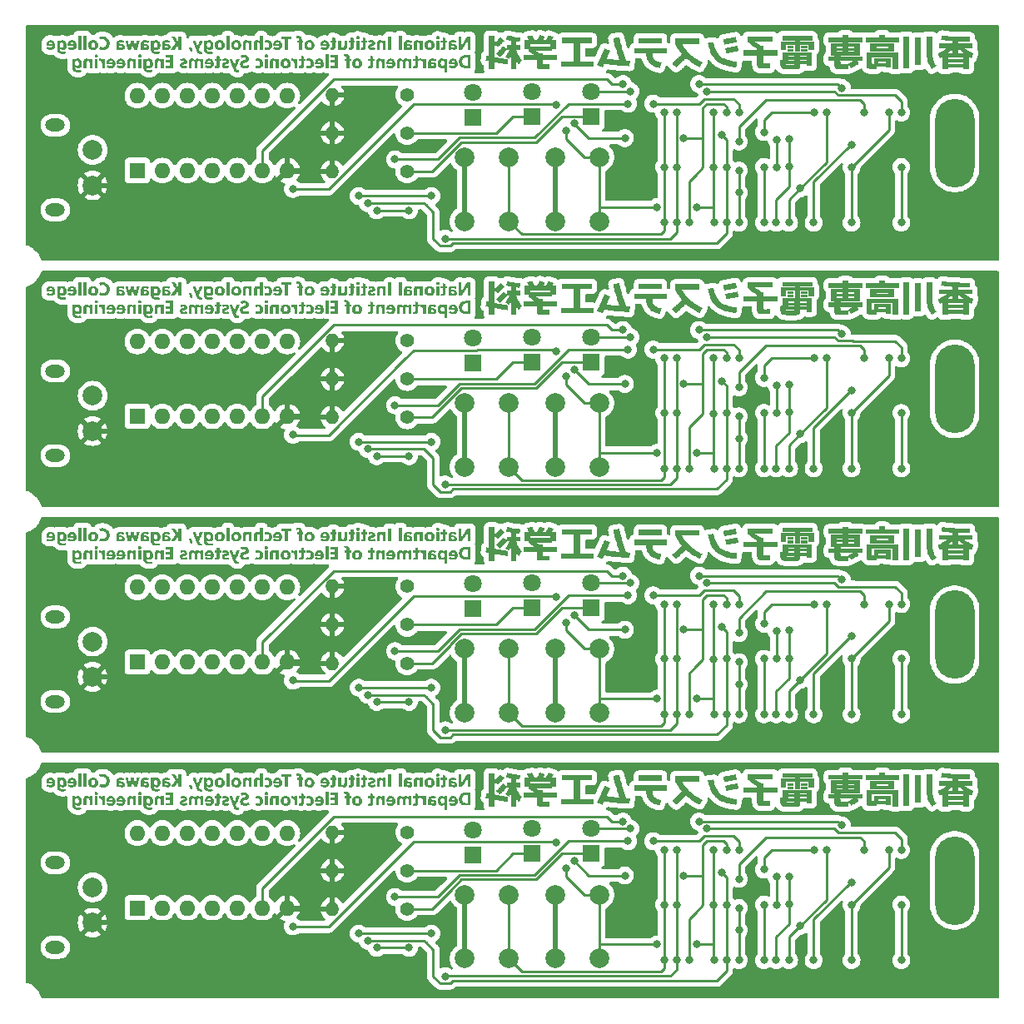
<source format=gbl>
%TF.GenerationSoftware,KiCad,Pcbnew,(6.0.10)*%
%TF.CreationDate,2024-05-12T12:16:17+09:00*%
%TF.ProjectId,simpleLogicCircuit_4x1_v1.3,73696d70-6c65-44c6-9f67-696343697263,rev?*%
%TF.SameCoordinates,Original*%
%TF.FileFunction,Copper,L2,Bot*%
%TF.FilePolarity,Positive*%
%FSLAX46Y46*%
G04 Gerber Fmt 4.6, Leading zero omitted, Abs format (unit mm)*
G04 Created by KiCad (PCBNEW (6.0.10)) date 2024-05-12 12:16:17*
%MOMM*%
%LPD*%
G01*
G04 APERTURE LIST*
%TA.AperFunction,ComponentPad*%
%ADD10R,1.800000X1.800000*%
%TD*%
%TA.AperFunction,ComponentPad*%
%ADD11C,1.800000*%
%TD*%
%TA.AperFunction,ComponentPad*%
%ADD12R,1.600000X1.600000*%
%TD*%
%TA.AperFunction,ComponentPad*%
%ADD13O,1.600000X1.600000*%
%TD*%
%TA.AperFunction,ComponentPad*%
%ADD14C,1.400000*%
%TD*%
%TA.AperFunction,ComponentPad*%
%ADD15O,1.400000X1.400000*%
%TD*%
%TA.AperFunction,ComponentPad*%
%ADD16C,2.000000*%
%TD*%
%TA.AperFunction,ComponentPad*%
%ADD17O,4.000000X9.000000*%
%TD*%
%TA.AperFunction,ComponentPad*%
%ADD18O,2.000000X1.300000*%
%TD*%
%TA.AperFunction,ViaPad*%
%ADD19C,0.800000*%
%TD*%
%TA.AperFunction,Conductor*%
%ADD20C,0.250000*%
%TD*%
%TA.AperFunction,Conductor*%
%ADD21C,0.500000*%
%TD*%
G04 APERTURE END LIST*
%TO.C,G\u002A\u002A\u002A*%
G36*
X60928735Y-105635572D02*
G01*
X60910144Y-105709167D01*
X60895133Y-105747631D01*
X60857039Y-105815085D01*
X60807345Y-105873867D01*
X60746919Y-105923198D01*
X60676631Y-105962297D01*
X60597350Y-105990381D01*
X60582692Y-105994094D01*
X60559367Y-105998790D01*
X60534626Y-106001790D01*
X60505094Y-106003332D01*
X60467398Y-106003654D01*
X60418161Y-106002993D01*
X60399018Y-106002608D01*
X60356776Y-106001442D01*
X60324785Y-105999721D01*
X60299636Y-105996994D01*
X60277923Y-105992809D01*
X60256239Y-105986718D01*
X60231177Y-105978269D01*
X60162630Y-105948903D01*
X60099650Y-105908883D01*
X60044964Y-105858437D01*
X60032518Y-105844327D01*
X59990900Y-105786956D01*
X59959982Y-105724450D01*
X59938674Y-105654203D01*
X59925886Y-105573611D01*
X59923701Y-105547851D01*
X59923706Y-105534863D01*
X60225872Y-105534863D01*
X60232745Y-105600618D01*
X60247902Y-105657860D01*
X60271485Y-105703509D01*
X60303793Y-105738136D01*
X60345126Y-105762311D01*
X60368379Y-105768629D01*
X60403609Y-105772610D01*
X60442597Y-105773108D01*
X60479596Y-105770082D01*
X60508859Y-105763490D01*
X60516456Y-105760586D01*
X60559010Y-105735477D01*
X60592373Y-105698760D01*
X60616424Y-105650667D01*
X60631040Y-105591430D01*
X60636098Y-105521283D01*
X60632759Y-105461306D01*
X60619612Y-105399277D01*
X60596642Y-105347887D01*
X60564009Y-105307470D01*
X60521868Y-105278362D01*
X60510555Y-105272984D01*
X60486151Y-105264166D01*
X60459974Y-105259850D01*
X60425500Y-105258707D01*
X60371443Y-105263791D01*
X60323699Y-105280209D01*
X60285413Y-105308042D01*
X60256535Y-105347357D01*
X60237018Y-105398221D01*
X60226814Y-105460701D01*
X60225872Y-105534863D01*
X59923706Y-105534863D01*
X59923739Y-105457495D01*
X59936043Y-105373405D01*
X59960212Y-105296406D01*
X59995847Y-105227320D01*
X60042549Y-105166972D01*
X60099917Y-105116185D01*
X60167551Y-105075782D01*
X60194681Y-105063456D01*
X60236747Y-105047927D01*
X60279648Y-105037316D01*
X60326851Y-105031048D01*
X60381821Y-105028548D01*
X60448026Y-105029240D01*
X60470719Y-105029949D01*
X60513080Y-105031843D01*
X60545873Y-105034532D01*
X60572821Y-105038502D01*
X60597645Y-105044239D01*
X60624067Y-105052229D01*
X60680721Y-105074649D01*
X60750953Y-105115683D01*
X60811810Y-105168102D01*
X60862582Y-105231372D01*
X60880397Y-105261572D01*
X60907881Y-105326900D01*
X60926764Y-105400047D01*
X60936738Y-105477929D01*
X60937152Y-105521283D01*
X60937497Y-105557465D01*
X60928735Y-105635572D01*
G37*
G36*
X85647987Y-105350168D02*
G01*
X85650172Y-105650683D01*
X85672469Y-105690942D01*
X85678011Y-105700271D01*
X85700314Y-105729456D01*
X85724187Y-105750671D01*
X85726663Y-105752293D01*
X85743313Y-105761649D01*
X85760406Y-105767055D01*
X85782761Y-105769542D01*
X85815202Y-105770142D01*
X85842742Y-105769708D01*
X85866981Y-105767528D01*
X85883819Y-105762801D01*
X85897414Y-105754748D01*
X85902070Y-105751222D01*
X85917239Y-105738539D01*
X85929865Y-105724977D01*
X85940180Y-105709130D01*
X85948415Y-105689594D01*
X85954805Y-105664963D01*
X85959580Y-105633833D01*
X85962973Y-105594798D01*
X85965216Y-105546452D01*
X85966541Y-105487391D01*
X85967182Y-105416210D01*
X85967369Y-105331503D01*
X85967485Y-105049654D01*
X86258667Y-105049654D01*
X86258537Y-105376300D01*
X86258509Y-105410464D01*
X86258285Y-105489548D01*
X86257814Y-105555585D01*
X86257057Y-105609934D01*
X86255974Y-105653956D01*
X86254526Y-105689010D01*
X86252673Y-105716459D01*
X86250376Y-105737660D01*
X86247596Y-105753976D01*
X86247205Y-105755803D01*
X86226303Y-105825840D01*
X86196083Y-105884367D01*
X86156182Y-105931817D01*
X86106236Y-105968627D01*
X86045880Y-105995231D01*
X86019522Y-106000409D01*
X85979210Y-106003162D01*
X85926249Y-106003334D01*
X85903619Y-106002838D01*
X85871015Y-106001532D01*
X85847105Y-105999079D01*
X85827839Y-105994719D01*
X85809166Y-105987693D01*
X85787033Y-105977243D01*
X85781856Y-105974629D01*
X85736143Y-105945161D01*
X85692012Y-105904174D01*
X85646439Y-105855457D01*
X85646439Y-105982928D01*
X85347791Y-105982928D01*
X85347791Y-105049654D01*
X85645803Y-105049654D01*
X85647987Y-105350168D01*
G37*
G36*
X59278275Y-107413896D02*
G01*
X59273733Y-107501022D01*
X59261051Y-107577130D01*
X59239642Y-107644067D01*
X59208916Y-107703678D01*
X59168286Y-107757810D01*
X59124246Y-107800436D01*
X59072700Y-107834160D01*
X59014504Y-107856706D01*
X58947964Y-107868718D01*
X58871391Y-107870840D01*
X58852515Y-107870200D01*
X58819937Y-107868500D01*
X58795770Y-107865595D01*
X58775535Y-107860514D01*
X58754755Y-107852285D01*
X58728951Y-107839937D01*
X58706710Y-107828193D01*
X58667785Y-107801879D01*
X58634158Y-107769391D01*
X58596410Y-107727038D01*
X58596539Y-107771459D01*
X58596613Y-107778876D01*
X58603620Y-107851853D01*
X58621824Y-107915873D01*
X58650968Y-107970442D01*
X58690793Y-108015065D01*
X58741043Y-108049246D01*
X58744546Y-108051047D01*
X58762284Y-108059165D01*
X58780043Y-108064671D01*
X58801549Y-108068220D01*
X58830532Y-108070469D01*
X58870719Y-108072075D01*
X58900855Y-108072577D01*
X58978079Y-108068619D01*
X59047963Y-108056268D01*
X59114593Y-108034902D01*
X59128928Y-108029872D01*
X59147115Y-108025617D01*
X59156374Y-108026456D01*
X59156967Y-108027310D01*
X59162841Y-108038736D01*
X59173038Y-108060555D01*
X59186303Y-108090036D01*
X59201380Y-108124446D01*
X59203431Y-108129193D01*
X59218996Y-108166077D01*
X59228864Y-108191809D01*
X59233659Y-108208505D01*
X59234006Y-108218283D01*
X59230528Y-108223257D01*
X59215815Y-108230248D01*
X59189761Y-108239992D01*
X59156744Y-108250939D01*
X59120640Y-108261866D01*
X59085324Y-108271550D01*
X59054672Y-108278767D01*
X59048674Y-108279929D01*
X59017710Y-108284054D01*
X58978218Y-108286540D01*
X58928083Y-108287476D01*
X58865193Y-108286954D01*
X58816853Y-108285814D01*
X58765724Y-108283384D01*
X58723850Y-108279321D01*
X58688045Y-108273030D01*
X58655127Y-108263920D01*
X58621910Y-108251398D01*
X58585210Y-108234872D01*
X58561560Y-108222810D01*
X58493784Y-108177425D01*
X58434954Y-108120745D01*
X58385893Y-108053830D01*
X58347424Y-107977740D01*
X58320369Y-107893534D01*
X58318007Y-107883350D01*
X58315246Y-107869789D01*
X58312917Y-107855173D01*
X58310982Y-107838243D01*
X58309406Y-107817736D01*
X58308150Y-107792390D01*
X58307179Y-107760945D01*
X58306456Y-107722137D01*
X58305944Y-107674705D01*
X58305608Y-107617388D01*
X58305409Y-107548924D01*
X58305312Y-107468051D01*
X58305283Y-107381760D01*
X58596892Y-107381760D01*
X58597059Y-107417965D01*
X58599082Y-107446276D01*
X58603357Y-107471076D01*
X58610278Y-107496750D01*
X58613889Y-107507797D01*
X58637814Y-107557675D01*
X58670534Y-107597226D01*
X58710780Y-107624835D01*
X58743517Y-107635986D01*
X58788639Y-107641012D01*
X58833896Y-107636680D01*
X58873351Y-107623056D01*
X58901312Y-107604702D01*
X58935422Y-107567672D01*
X58959660Y-107519606D01*
X58973949Y-107460668D01*
X58978216Y-107391024D01*
X58975795Y-107343246D01*
X58964563Y-107277902D01*
X58944460Y-107223731D01*
X58915733Y-107181065D01*
X58878630Y-107150237D01*
X58833399Y-107131578D01*
X58780286Y-107125420D01*
X58772241Y-107125569D01*
X58723079Y-107133011D01*
X58681818Y-107152284D01*
X58647111Y-107184253D01*
X58617611Y-107229783D01*
X58610513Y-107245019D01*
X58604992Y-107262576D01*
X58601369Y-107284325D01*
X58599068Y-107313846D01*
X58597512Y-107354720D01*
X58596892Y-107381760D01*
X58305283Y-107381760D01*
X58305280Y-107373507D01*
X58305228Y-106916203D01*
X58596410Y-106916203D01*
X58596410Y-107015366D01*
X58626667Y-106980991D01*
X58631240Y-106976014D01*
X58665371Y-106946915D01*
X58706641Y-106922141D01*
X58728578Y-106911852D01*
X58749553Y-106904100D01*
X58771317Y-106899357D01*
X58798586Y-106896633D01*
X58836073Y-106894938D01*
X58858258Y-106894514D01*
X58896277Y-106895133D01*
X58930148Y-106897216D01*
X58954495Y-106900510D01*
X58960930Y-106901960D01*
X59026689Y-106924825D01*
X59088295Y-106960597D01*
X59143174Y-107007482D01*
X59188749Y-107063687D01*
X59193055Y-107070249D01*
X59226169Y-107128652D01*
X59250504Y-107189193D01*
X59266804Y-107254779D01*
X59275815Y-107328314D01*
X59277649Y-107391024D01*
X59278283Y-107412705D01*
X59278275Y-107413896D01*
G37*
G36*
X60750847Y-106476418D02*
G01*
X60798143Y-106483482D01*
X60836156Y-106499409D01*
X60867525Y-106525153D01*
X60875493Y-106534262D01*
X60892075Y-106560916D01*
X60900877Y-106592351D01*
X60903464Y-106633271D01*
X60898955Y-106675820D01*
X60882288Y-106718613D01*
X60853760Y-106752706D01*
X60813817Y-106777384D01*
X60797992Y-106782252D01*
X60767188Y-106787078D01*
X60731049Y-106788985D01*
X60694940Y-106787097D01*
X60651103Y-106776376D01*
X60615602Y-106755270D01*
X60586151Y-106722732D01*
X60583095Y-106718341D01*
X60572718Y-106701250D01*
X60566886Y-106684673D01*
X60564323Y-106663466D01*
X60563752Y-106632487D01*
X60563772Y-106624486D01*
X60564676Y-106596127D01*
X60567856Y-106576395D01*
X60574589Y-106560148D01*
X60586151Y-106542243D01*
X60605686Y-106518776D01*
X60639063Y-106494130D01*
X60680092Y-106480173D01*
X60731049Y-106475861D01*
X60750847Y-106476418D01*
G37*
G36*
X87769711Y-107502121D02*
G01*
X87751120Y-107575716D01*
X87736109Y-107614180D01*
X87698015Y-107681634D01*
X87648321Y-107740417D01*
X87587895Y-107789748D01*
X87517607Y-107828846D01*
X87438326Y-107856930D01*
X87423668Y-107860644D01*
X87400343Y-107865339D01*
X87375602Y-107868339D01*
X87346070Y-107869881D01*
X87308374Y-107870203D01*
X87259137Y-107869542D01*
X87239994Y-107869157D01*
X87197752Y-107867991D01*
X87165760Y-107866270D01*
X87140612Y-107863543D01*
X87118899Y-107859359D01*
X87097215Y-107853267D01*
X87072153Y-107844818D01*
X87003606Y-107815452D01*
X86940626Y-107775433D01*
X86885940Y-107724987D01*
X86873494Y-107710876D01*
X86831876Y-107653505D01*
X86800958Y-107590999D01*
X86779650Y-107520752D01*
X86766862Y-107440160D01*
X86764677Y-107414400D01*
X86764682Y-107401412D01*
X87066848Y-107401412D01*
X87073721Y-107467167D01*
X87088878Y-107524409D01*
X87112461Y-107570058D01*
X87144769Y-107604685D01*
X87186102Y-107628860D01*
X87209355Y-107635178D01*
X87244585Y-107639159D01*
X87283573Y-107639657D01*
X87320571Y-107636631D01*
X87349835Y-107630039D01*
X87357431Y-107627135D01*
X87399986Y-107602026D01*
X87433349Y-107565309D01*
X87457400Y-107517216D01*
X87472016Y-107457979D01*
X87477074Y-107387832D01*
X87473735Y-107327855D01*
X87460588Y-107265826D01*
X87437618Y-107214436D01*
X87404984Y-107174019D01*
X87362844Y-107144911D01*
X87351531Y-107139533D01*
X87327127Y-107130715D01*
X87300950Y-107126399D01*
X87266476Y-107125256D01*
X87212418Y-107130341D01*
X87164675Y-107146758D01*
X87126389Y-107174591D01*
X87097511Y-107213906D01*
X87077994Y-107264770D01*
X87067789Y-107327250D01*
X87066848Y-107401412D01*
X86764682Y-107401412D01*
X86764715Y-107324044D01*
X86777019Y-107239954D01*
X86801188Y-107162955D01*
X86836823Y-107093869D01*
X86883525Y-107033521D01*
X86940893Y-106982734D01*
X87008527Y-106942331D01*
X87035657Y-106930005D01*
X87077723Y-106914476D01*
X87120624Y-106903865D01*
X87167827Y-106897597D01*
X87222797Y-106895097D01*
X87289002Y-106895789D01*
X87311695Y-106896498D01*
X87354056Y-106898392D01*
X87386849Y-106901081D01*
X87413797Y-106905051D01*
X87438621Y-106910788D01*
X87465043Y-106918778D01*
X87521697Y-106941198D01*
X87591929Y-106982233D01*
X87652786Y-107034651D01*
X87703558Y-107097921D01*
X87721373Y-107128121D01*
X87748857Y-107193449D01*
X87767739Y-107266596D01*
X87777714Y-107344478D01*
X87778128Y-107387832D01*
X87778473Y-107424014D01*
X87769711Y-107502121D01*
G37*
G36*
X81571445Y-106610091D02*
G01*
X81581589Y-106612178D01*
X81603606Y-106617733D01*
X81635099Y-106626118D01*
X81673671Y-106636695D01*
X81716927Y-106648826D01*
X81853611Y-106687564D01*
X81853611Y-106916203D01*
X82002935Y-106916203D01*
X82002935Y-107125256D01*
X81853611Y-107125256D01*
X81853523Y-107384707D01*
X81853517Y-107396514D01*
X81853328Y-107471101D01*
X81852745Y-107532679D01*
X81851577Y-107582931D01*
X81849631Y-107623539D01*
X81846716Y-107656185D01*
X81842641Y-107682553D01*
X81837213Y-107704324D01*
X81830241Y-107723181D01*
X81821534Y-107740807D01*
X81810900Y-107758884D01*
X81778975Y-107798394D01*
X81733951Y-107832396D01*
X81679645Y-107856369D01*
X81658734Y-107861815D01*
X81610913Y-107868949D01*
X81555887Y-107872036D01*
X81498335Y-107871067D01*
X81442937Y-107866034D01*
X81394373Y-107856926D01*
X81386204Y-107854817D01*
X81360070Y-107847762D01*
X81341149Y-107842183D01*
X81333081Y-107839137D01*
X81332940Y-107838213D01*
X81334977Y-107826725D01*
X81340385Y-107804393D01*
X81348488Y-107773905D01*
X81358607Y-107737945D01*
X81362179Y-107725577D01*
X81372636Y-107690039D01*
X81380381Y-107666146D01*
X81386485Y-107651772D01*
X81392017Y-107644797D01*
X81398045Y-107643095D01*
X81405639Y-107644543D01*
X81411550Y-107646024D01*
X81446168Y-107651873D01*
X81480326Y-107653645D01*
X81509393Y-107651327D01*
X81528738Y-107644905D01*
X81529700Y-107644263D01*
X81538409Y-107636873D01*
X81545441Y-107626743D01*
X81550972Y-107612348D01*
X81555175Y-107592166D01*
X81558225Y-107564672D01*
X81560297Y-107528343D01*
X81561565Y-107481655D01*
X81562204Y-107423085D01*
X81562388Y-107351109D01*
X81562430Y-107125256D01*
X81353376Y-107125256D01*
X81353376Y-106916203D01*
X81562430Y-106916203D01*
X81562430Y-106763146D01*
X81562479Y-106736156D01*
X81562959Y-106687367D01*
X81564011Y-106651642D01*
X81565708Y-106627706D01*
X81568125Y-106614280D01*
X81571336Y-106610089D01*
X81571445Y-106610091D01*
G37*
G36*
X68290146Y-105747559D02*
G01*
X68281451Y-105805843D01*
X68262094Y-105859814D01*
X68231857Y-105906632D01*
X68230029Y-105908760D01*
X68195558Y-105940688D01*
X68152275Y-105969472D01*
X68105888Y-105991276D01*
X68098534Y-105993870D01*
X68077454Y-105999541D01*
X68053597Y-106002757D01*
X68022930Y-106003913D01*
X67981418Y-106003402D01*
X67971405Y-106003100D01*
X67917377Y-105998921D01*
X67873465Y-105989630D01*
X67835849Y-105973683D01*
X67800709Y-105949536D01*
X67764223Y-105915646D01*
X67720101Y-105870555D01*
X67720101Y-105982928D01*
X67435290Y-105982928D01*
X67438214Y-105652549D01*
X67438666Y-105604019D01*
X67720174Y-105604019D01*
X67721036Y-105625521D01*
X67731417Y-105678748D01*
X67752936Y-105723907D01*
X67784810Y-105759662D01*
X67826255Y-105784678D01*
X67829090Y-105785814D01*
X67863137Y-105794171D01*
X67900966Y-105796125D01*
X67936756Y-105791816D01*
X67964688Y-105781381D01*
X67979730Y-105770587D01*
X68003832Y-105742040D01*
X68015997Y-105709031D01*
X68016442Y-105674353D01*
X68005385Y-105640801D01*
X67983043Y-105611168D01*
X67949635Y-105588248D01*
X67948960Y-105587934D01*
X67930472Y-105581897D01*
X67901248Y-105574934D01*
X67865163Y-105567721D01*
X67826095Y-105560934D01*
X67787918Y-105555248D01*
X67754509Y-105551342D01*
X67729744Y-105549889D01*
X67728810Y-105549983D01*
X67723760Y-105556246D01*
X67720991Y-105573639D01*
X67720174Y-105604019D01*
X67438666Y-105604019D01*
X67438699Y-105600475D01*
X67439502Y-105527823D01*
X67440385Y-105467750D01*
X67441410Y-105418801D01*
X67442637Y-105379524D01*
X67444126Y-105348466D01*
X67445940Y-105324175D01*
X67448138Y-105305198D01*
X67450781Y-105290081D01*
X67453931Y-105277373D01*
X67461083Y-105254426D01*
X67489764Y-105189074D01*
X67527798Y-105135222D01*
X67575707Y-105092369D01*
X67634013Y-105060013D01*
X67703236Y-105037652D01*
X67714131Y-105035447D01*
X67754142Y-105030685D01*
X67803538Y-105028273D01*
X67858348Y-105028098D01*
X67914603Y-105030047D01*
X67968335Y-105034009D01*
X68015573Y-105039871D01*
X68052347Y-105047521D01*
X68071419Y-105053232D01*
X68110049Y-105066410D01*
X68149194Y-105081476D01*
X68185150Y-105096889D01*
X68214210Y-105111106D01*
X68232671Y-105122586D01*
X68248738Y-105135515D01*
X68200839Y-105217643D01*
X68198538Y-105221578D01*
X68180125Y-105252299D01*
X68164168Y-105277642D01*
X68152309Y-105295072D01*
X68146189Y-105302055D01*
X68146086Y-105302086D01*
X68136189Y-105299919D01*
X68117234Y-105292364D01*
X68093230Y-105281015D01*
X68040469Y-105258516D01*
X67983423Y-105241756D01*
X67926455Y-105231730D01*
X67872671Y-105228796D01*
X67825175Y-105233314D01*
X67787073Y-105245641D01*
X67780318Y-105249264D01*
X67747713Y-105274941D01*
X67727216Y-105307236D01*
X67720101Y-105344274D01*
X67720101Y-105375370D01*
X67851298Y-105392325D01*
X67899518Y-105398954D01*
X67973397Y-105411264D01*
X68035314Y-105424976D01*
X68087154Y-105440706D01*
X68130804Y-105459066D01*
X68168151Y-105480670D01*
X68201081Y-105506132D01*
X68222670Y-105528056D01*
X68254441Y-105575210D01*
X68276423Y-105629404D01*
X68285640Y-105674353D01*
X68288397Y-105687800D01*
X68290146Y-105747559D01*
G37*
G36*
X140978420Y-104758472D02*
G01*
X142374599Y-104758472D01*
X142374599Y-105236309D01*
X138970013Y-105236309D01*
X138970013Y-104758472D01*
X140366192Y-104758472D01*
X140366192Y-104482223D01*
X140978420Y-104482223D01*
X140978420Y-104758472D01*
G37*
G36*
X95138847Y-105635572D02*
G01*
X95120256Y-105709167D01*
X95105245Y-105747631D01*
X95067151Y-105815085D01*
X95017456Y-105873867D01*
X94957031Y-105923198D01*
X94886743Y-105962297D01*
X94807462Y-105990381D01*
X94792803Y-105994094D01*
X94769479Y-105998790D01*
X94744738Y-106001790D01*
X94715206Y-106003332D01*
X94677509Y-106003654D01*
X94628273Y-106002993D01*
X94609129Y-106002608D01*
X94566888Y-106001442D01*
X94534896Y-105999721D01*
X94509747Y-105996994D01*
X94488035Y-105992809D01*
X94466351Y-105986718D01*
X94441288Y-105978269D01*
X94372742Y-105948903D01*
X94309762Y-105908883D01*
X94255075Y-105858437D01*
X94242630Y-105844327D01*
X94201012Y-105786956D01*
X94170094Y-105724450D01*
X94148785Y-105654203D01*
X94135998Y-105573611D01*
X94133813Y-105547851D01*
X94133818Y-105534863D01*
X94435984Y-105534863D01*
X94442857Y-105600618D01*
X94458014Y-105657860D01*
X94481597Y-105703509D01*
X94513905Y-105738136D01*
X94555238Y-105762311D01*
X94578490Y-105768629D01*
X94613721Y-105772610D01*
X94652708Y-105773108D01*
X94689707Y-105770082D01*
X94718971Y-105763490D01*
X94726567Y-105760586D01*
X94769122Y-105735477D01*
X94802485Y-105698760D01*
X94826536Y-105650667D01*
X94841151Y-105591430D01*
X94846210Y-105521283D01*
X94842871Y-105461306D01*
X94829723Y-105399277D01*
X94806754Y-105347887D01*
X94774120Y-105307470D01*
X94731979Y-105278362D01*
X94720667Y-105272984D01*
X94696263Y-105264166D01*
X94670086Y-105259850D01*
X94635612Y-105258707D01*
X94581554Y-105263791D01*
X94533811Y-105280209D01*
X94495525Y-105308042D01*
X94466647Y-105347357D01*
X94447130Y-105398221D01*
X94436925Y-105460701D01*
X94435984Y-105534863D01*
X94133818Y-105534863D01*
X94133851Y-105457495D01*
X94146154Y-105373405D01*
X94170324Y-105296406D01*
X94205959Y-105227320D01*
X94252661Y-105166972D01*
X94310028Y-105116185D01*
X94377663Y-105075782D01*
X94404793Y-105063456D01*
X94446859Y-105047927D01*
X94489760Y-105037316D01*
X94536962Y-105031048D01*
X94591933Y-105028548D01*
X94658138Y-105029240D01*
X94680831Y-105029949D01*
X94723192Y-105031843D01*
X94755985Y-105034532D01*
X94782932Y-105038502D01*
X94807756Y-105044239D01*
X94834179Y-105052229D01*
X94890833Y-105074649D01*
X94961065Y-105115683D01*
X95021921Y-105168102D01*
X95072693Y-105231372D01*
X95090509Y-105261572D01*
X95117993Y-105326900D01*
X95136875Y-105400047D01*
X95146850Y-105477929D01*
X95147264Y-105521283D01*
X95147609Y-105557465D01*
X95138847Y-105635572D01*
G37*
G36*
X58733609Y-105528068D02*
G01*
X58732290Y-105584891D01*
X58727946Y-105637184D01*
X58720572Y-105680065D01*
X58699608Y-105745621D01*
X58663944Y-105815099D01*
X58617143Y-105874881D01*
X58559773Y-105924388D01*
X58492406Y-105963039D01*
X58415612Y-105990255D01*
X58386403Y-105996672D01*
X58351408Y-106001328D01*
X58309136Y-106003960D01*
X58255788Y-106004916D01*
X58228391Y-106004734D01*
X58149113Y-105999985D01*
X58078599Y-105988052D01*
X58013038Y-105967848D01*
X57948616Y-105938289D01*
X57881521Y-105898287D01*
X57877902Y-105895896D01*
X57856099Y-105880386D01*
X57840746Y-105867570D01*
X57834974Y-105860019D01*
X57838591Y-105852681D01*
X57849854Y-105835841D01*
X57866933Y-105812421D01*
X57887950Y-105785074D01*
X57906752Y-105761093D01*
X57926767Y-105735378D01*
X57942155Y-105715399D01*
X57950599Y-105704146D01*
X57954037Y-105699791D01*
X57960214Y-105696213D01*
X57969677Y-105697962D01*
X57985547Y-105705904D01*
X58010949Y-105720907D01*
X58054777Y-105745484D01*
X58104860Y-105767423D01*
X58153457Y-105780742D01*
X58205116Y-105786990D01*
X58223173Y-105787693D01*
X58283048Y-105783576D01*
X58333425Y-105768736D01*
X58375253Y-105742929D01*
X58379129Y-105739547D01*
X58401272Y-105714077D01*
X58420601Y-105682596D01*
X58434298Y-105650375D01*
X58439546Y-105622684D01*
X58439619Y-105602152D01*
X57833073Y-105602152D01*
X57836818Y-105484560D01*
X57837134Y-105475428D01*
X57840666Y-105422964D01*
X58109033Y-105422964D01*
X58445498Y-105422964D01*
X58438628Y-105392385D01*
X58428256Y-105355377D01*
X58410327Y-105317161D01*
X58384173Y-105282698D01*
X58376152Y-105274185D01*
X58343169Y-105247647D01*
X58306757Y-105233207D01*
X58262343Y-105228842D01*
X58259598Y-105228859D01*
X58211672Y-105235452D01*
X58172843Y-105253830D01*
X58143333Y-105283771D01*
X58123364Y-105325054D01*
X58113159Y-105377457D01*
X58109033Y-105422964D01*
X57840666Y-105422964D01*
X57842389Y-105397362D01*
X57852350Y-105331198D01*
X57867800Y-105274649D01*
X57889522Y-105225431D01*
X57918299Y-105181258D01*
X57954914Y-105139845D01*
X57992824Y-105106309D01*
X58048786Y-105070797D01*
X58111533Y-105046196D01*
X58182761Y-105031888D01*
X58264164Y-105027255D01*
X58289216Y-105027604D01*
X58363084Y-105033877D01*
X58427574Y-105048861D01*
X58485492Y-105073666D01*
X58539646Y-105109401D01*
X58592842Y-105157176D01*
X58616991Y-105182957D01*
X58662393Y-105243067D01*
X58696053Y-105308083D01*
X58720180Y-105381900D01*
X58727203Y-105420363D01*
X58727442Y-105422964D01*
X58731912Y-105471598D01*
X58733609Y-105528068D01*
G37*
G36*
X63698630Y-107394617D02*
G01*
X63697310Y-107451440D01*
X63692967Y-107503733D01*
X63685593Y-107546614D01*
X63664629Y-107612170D01*
X63628965Y-107681648D01*
X63582163Y-107741430D01*
X63524794Y-107790937D01*
X63457427Y-107829588D01*
X63380632Y-107856804D01*
X63351423Y-107863221D01*
X63316429Y-107867877D01*
X63274157Y-107870509D01*
X63220809Y-107871465D01*
X63193412Y-107871283D01*
X63114133Y-107866534D01*
X63043620Y-107854601D01*
X62978058Y-107834397D01*
X62913637Y-107804838D01*
X62846542Y-107764836D01*
X62842923Y-107762445D01*
X62821119Y-107746935D01*
X62805767Y-107734119D01*
X62799995Y-107726568D01*
X62803611Y-107719230D01*
X62814875Y-107702390D01*
X62831953Y-107678970D01*
X62852970Y-107651623D01*
X62871773Y-107627642D01*
X62891788Y-107601927D01*
X62907175Y-107581948D01*
X62915620Y-107570695D01*
X62919057Y-107566340D01*
X62925235Y-107562763D01*
X62934697Y-107564511D01*
X62950568Y-107572453D01*
X62975969Y-107587456D01*
X63019797Y-107612033D01*
X63069881Y-107633972D01*
X63118477Y-107647291D01*
X63170137Y-107653539D01*
X63188194Y-107654242D01*
X63248069Y-107650125D01*
X63298446Y-107635285D01*
X63340274Y-107609478D01*
X63344150Y-107606096D01*
X63366293Y-107580626D01*
X63385622Y-107549145D01*
X63399319Y-107516924D01*
X63404567Y-107489233D01*
X63404640Y-107468701D01*
X62798094Y-107468701D01*
X62801839Y-107351109D01*
X62802154Y-107341977D01*
X62805686Y-107289513D01*
X63074053Y-107289513D01*
X63410519Y-107289513D01*
X63403648Y-107258934D01*
X63393277Y-107221927D01*
X63375347Y-107183710D01*
X63349194Y-107149247D01*
X63341172Y-107140734D01*
X63308190Y-107114196D01*
X63271778Y-107099756D01*
X63227364Y-107095392D01*
X63224618Y-107095408D01*
X63176693Y-107102001D01*
X63137864Y-107120379D01*
X63108354Y-107150320D01*
X63088385Y-107191603D01*
X63078180Y-107244007D01*
X63074053Y-107289513D01*
X62805686Y-107289513D01*
X62807409Y-107263911D01*
X62817370Y-107197747D01*
X62832821Y-107141198D01*
X62854543Y-107091980D01*
X62883320Y-107047807D01*
X62919935Y-107006395D01*
X62957845Y-106972858D01*
X63013806Y-106937346D01*
X63076553Y-106912745D01*
X63147781Y-106898437D01*
X63229184Y-106893804D01*
X63254237Y-106894153D01*
X63328105Y-106900426D01*
X63392595Y-106915410D01*
X63450513Y-106940215D01*
X63504667Y-106975950D01*
X63557862Y-107023725D01*
X63582012Y-107049506D01*
X63627414Y-107109616D01*
X63661074Y-107174632D01*
X63685201Y-107248449D01*
X63692223Y-107286912D01*
X63692462Y-107289513D01*
X63696932Y-107338147D01*
X63698630Y-107394617D01*
G37*
G36*
X66132415Y-105747559D02*
G01*
X66123720Y-105805843D01*
X66104363Y-105859814D01*
X66074127Y-105906632D01*
X66072298Y-105908760D01*
X66037828Y-105940688D01*
X65994544Y-105969472D01*
X65948158Y-105991276D01*
X65940803Y-105993870D01*
X65919723Y-105999541D01*
X65895866Y-106002757D01*
X65865199Y-106003913D01*
X65823688Y-106003402D01*
X65813674Y-106003100D01*
X65759646Y-105998921D01*
X65715734Y-105989630D01*
X65678119Y-105973683D01*
X65642978Y-105949536D01*
X65606493Y-105915646D01*
X65562371Y-105870555D01*
X65562371Y-105982928D01*
X65277559Y-105982928D01*
X65280484Y-105652549D01*
X65280935Y-105604019D01*
X65562444Y-105604019D01*
X65563305Y-105625521D01*
X65573686Y-105678748D01*
X65595206Y-105723907D01*
X65627080Y-105759662D01*
X65668524Y-105784678D01*
X65671359Y-105785814D01*
X65705406Y-105794171D01*
X65743235Y-105796125D01*
X65779026Y-105791816D01*
X65806957Y-105781381D01*
X65821999Y-105770587D01*
X65846101Y-105742040D01*
X65858266Y-105709031D01*
X65858711Y-105674353D01*
X65847654Y-105640801D01*
X65825312Y-105611168D01*
X65791904Y-105588248D01*
X65791229Y-105587934D01*
X65772741Y-105581897D01*
X65743517Y-105574934D01*
X65707433Y-105567721D01*
X65668364Y-105560934D01*
X65630187Y-105555248D01*
X65596778Y-105551342D01*
X65572014Y-105549889D01*
X65571079Y-105549983D01*
X65566029Y-105556246D01*
X65563260Y-105573639D01*
X65562444Y-105604019D01*
X65280935Y-105604019D01*
X65280968Y-105600475D01*
X65281771Y-105527823D01*
X65282655Y-105467750D01*
X65283679Y-105418801D01*
X65284906Y-105379524D01*
X65286395Y-105348466D01*
X65288209Y-105324175D01*
X65290407Y-105305198D01*
X65293051Y-105290081D01*
X65296200Y-105277373D01*
X65303352Y-105254426D01*
X65332033Y-105189074D01*
X65370067Y-105135222D01*
X65417976Y-105092369D01*
X65476282Y-105060013D01*
X65545505Y-105037652D01*
X65556400Y-105035447D01*
X65596411Y-105030685D01*
X65645807Y-105028273D01*
X65700617Y-105028098D01*
X65756873Y-105030047D01*
X65810604Y-105034009D01*
X65857842Y-105039871D01*
X65894616Y-105047521D01*
X65913688Y-105053232D01*
X65952318Y-105066410D01*
X65991464Y-105081476D01*
X66027419Y-105096889D01*
X66056480Y-105111106D01*
X66074940Y-105122586D01*
X66091007Y-105135515D01*
X66043108Y-105217643D01*
X66040808Y-105221578D01*
X66022394Y-105252299D01*
X66006437Y-105277642D01*
X65994578Y-105295072D01*
X65988458Y-105302055D01*
X65988355Y-105302086D01*
X65978459Y-105299919D01*
X65959503Y-105292364D01*
X65935500Y-105281015D01*
X65882738Y-105258516D01*
X65825692Y-105241756D01*
X65768724Y-105231730D01*
X65714940Y-105228796D01*
X65667444Y-105233314D01*
X65629342Y-105245641D01*
X65622587Y-105249264D01*
X65589982Y-105274941D01*
X65569486Y-105307236D01*
X65562371Y-105344274D01*
X65562371Y-105375370D01*
X65693567Y-105392325D01*
X65741787Y-105398954D01*
X65815667Y-105411264D01*
X65877583Y-105424976D01*
X65929423Y-105440706D01*
X65973073Y-105459066D01*
X66010420Y-105480670D01*
X66043351Y-105506132D01*
X66064939Y-105528056D01*
X66096710Y-105575210D01*
X66118692Y-105629404D01*
X66127909Y-105674353D01*
X66130666Y-105687800D01*
X66132415Y-105747559D01*
G37*
G36*
X102554003Y-104540767D02*
G01*
X102577157Y-104544858D01*
X102609765Y-104551691D01*
X102649591Y-104560802D01*
X102694401Y-104571729D01*
X102870292Y-104612945D01*
X103156055Y-104667942D01*
X103445620Y-104709235D01*
X103737033Y-104736515D01*
X103766951Y-104738637D01*
X103804357Y-104741461D01*
X103834387Y-104743930D01*
X103854532Y-104745835D01*
X103862284Y-104746968D01*
X103862370Y-104748285D01*
X103861529Y-104761221D01*
X103859309Y-104786459D01*
X103855888Y-104822176D01*
X103851442Y-104866545D01*
X103846151Y-104917741D01*
X103840192Y-104973940D01*
X103816039Y-105198978D01*
X103770936Y-105198879D01*
X103758517Y-105198610D01*
X103728317Y-105197191D01*
X103689187Y-105194764D01*
X103644820Y-105191565D01*
X103598908Y-105187833D01*
X103567639Y-105185184D01*
X103526635Y-105181860D01*
X103491630Y-105179196D01*
X103465582Y-105177412D01*
X103451451Y-105176732D01*
X103430919Y-105176579D01*
X103430919Y-105512558D01*
X103886357Y-105512558D01*
X103886357Y-106005327D01*
X103677303Y-106005327D01*
X103669024Y-106005332D01*
X103615547Y-106005599D01*
X103567557Y-106006236D01*
X103526944Y-106007189D01*
X103495595Y-106008403D01*
X103475401Y-106009822D01*
X103468250Y-106011393D01*
X103468697Y-106013944D01*
X103472738Y-106028334D01*
X103480082Y-106051697D01*
X103489620Y-106080455D01*
X103509872Y-106137334D01*
X103563124Y-106268432D01*
X103626950Y-106404729D01*
X103700143Y-106543995D01*
X103781498Y-106684002D01*
X103869810Y-106822519D01*
X103963873Y-106957319D01*
X103996623Y-107002168D01*
X103861228Y-107250105D01*
X103856981Y-107257876D01*
X103826632Y-107313005D01*
X103798409Y-107363597D01*
X103773140Y-107408219D01*
X103751651Y-107445434D01*
X103734770Y-107473810D01*
X103723323Y-107491911D01*
X103718137Y-107498304D01*
X103716031Y-107497723D01*
X103705422Y-107487588D01*
X103689694Y-107466142D01*
X103669769Y-107435077D01*
X103646568Y-107396083D01*
X103621013Y-107350851D01*
X103594026Y-107301071D01*
X103566531Y-107248434D01*
X103539447Y-107194630D01*
X103513698Y-107141351D01*
X103490206Y-107090287D01*
X103469893Y-107043128D01*
X103431391Y-106949801D01*
X103430919Y-107976403D01*
X102900819Y-107976403D01*
X102900063Y-106569025D01*
X102865804Y-106636221D01*
X102860265Y-106647187D01*
X102842772Y-106682597D01*
X102822030Y-106725393D01*
X102800178Y-106771142D01*
X102779355Y-106815409D01*
X102766710Y-106842466D01*
X102750600Y-106876682D01*
X102737465Y-106904280D01*
X102728406Y-106922952D01*
X102724525Y-106930386D01*
X102724061Y-106930374D01*
X102714637Y-106925873D01*
X102694423Y-106914783D01*
X102665043Y-106898039D01*
X102628123Y-106876576D01*
X102585288Y-106851328D01*
X102538164Y-106823229D01*
X102535897Y-106821870D01*
X102480816Y-106788624D01*
X102437523Y-106761960D01*
X102404875Y-106741096D01*
X102381729Y-106725252D01*
X102366940Y-106713645D01*
X102359366Y-106705495D01*
X102357862Y-106700019D01*
X102358803Y-106697814D01*
X102366009Y-106684038D01*
X102379566Y-106659362D01*
X102398664Y-106625198D01*
X102422495Y-106582958D01*
X102450253Y-106534056D01*
X102481130Y-106479904D01*
X102514316Y-106421915D01*
X102549005Y-106361503D01*
X102584388Y-106300078D01*
X102619657Y-106239055D01*
X102654005Y-106179847D01*
X102686624Y-106123865D01*
X102716706Y-106072523D01*
X102758405Y-106001594D01*
X102638608Y-105999539D01*
X102518811Y-105997485D01*
X102386902Y-106125202D01*
X102349713Y-106161505D01*
X102290646Y-106220101D01*
X102227190Y-106283980D01*
X102161507Y-106350908D01*
X102095763Y-106418652D01*
X102032122Y-106484978D01*
X101972747Y-106547651D01*
X101919804Y-106604438D01*
X101875456Y-106653105D01*
X101861666Y-106668344D01*
X101836557Y-106695320D01*
X101815705Y-106716715D01*
X101800973Y-106730647D01*
X101794222Y-106735233D01*
X101792305Y-106734133D01*
X101780619Y-106724628D01*
X101760627Y-106706733D01*
X101733803Y-106681881D01*
X101701620Y-106651509D01*
X101665549Y-106617052D01*
X101627065Y-106579945D01*
X101587640Y-106541623D01*
X101548747Y-106503521D01*
X101511859Y-106467075D01*
X101478449Y-106433720D01*
X101449990Y-106404891D01*
X101427955Y-106382024D01*
X101413817Y-106366553D01*
X101409048Y-106359914D01*
X101410169Y-106357443D01*
X101420098Y-106343988D01*
X101439236Y-106321575D01*
X101466512Y-106291292D01*
X101500858Y-106254231D01*
X101541205Y-106211480D01*
X101586484Y-106164129D01*
X101635624Y-106113269D01*
X101687558Y-106059988D01*
X101741216Y-106005378D01*
X101795528Y-105950527D01*
X101849425Y-105896525D01*
X101901838Y-105844462D01*
X101951699Y-105795428D01*
X101997937Y-105750512D01*
X102039484Y-105710805D01*
X102075270Y-105677396D01*
X102104225Y-105651375D01*
X102154798Y-105607269D01*
X102178763Y-105629496D01*
X102189260Y-105639217D01*
X102209654Y-105658087D01*
X102237683Y-105684012D01*
X102271607Y-105715384D01*
X102309688Y-105750594D01*
X102350187Y-105788034D01*
X102497644Y-105924345D01*
X102497644Y-105512558D01*
X102900819Y-105512558D01*
X102900819Y-105095510D01*
X102857888Y-105087019D01*
X102855214Y-105086487D01*
X102815387Y-105078000D01*
X102768934Y-105067253D01*
X102717970Y-105054820D01*
X102664612Y-105041274D01*
X102610972Y-105027188D01*
X102559167Y-105013134D01*
X102511310Y-104999685D01*
X102469518Y-104987416D01*
X102435904Y-104976898D01*
X102412584Y-104968704D01*
X102401673Y-104963409D01*
X102401617Y-104963031D01*
X102403993Y-104953212D01*
X102410358Y-104931794D01*
X102420005Y-104900909D01*
X102432228Y-104862688D01*
X102446323Y-104819261D01*
X102461583Y-104772760D01*
X102477304Y-104725316D01*
X102492779Y-104679060D01*
X102507304Y-104636122D01*
X102520172Y-104598635D01*
X102530679Y-104568728D01*
X102538119Y-104548533D01*
X102541786Y-104540181D01*
X102542539Y-104539878D01*
X102554003Y-104540767D01*
G37*
G36*
X78184842Y-105029594D02*
G01*
X78259482Y-105038974D01*
X78324986Y-105056345D01*
X78383721Y-105082573D01*
X78438057Y-105118522D01*
X78490362Y-105165060D01*
X78527184Y-105204978D01*
X78566594Y-105258945D01*
X78595621Y-105315932D01*
X78615267Y-105378560D01*
X78626534Y-105449450D01*
X78630427Y-105531223D01*
X78630300Y-105565291D01*
X78628493Y-105610061D01*
X78624427Y-105646003D01*
X78617782Y-105676814D01*
X78592146Y-105747385D01*
X78552730Y-105815928D01*
X78502196Y-105875514D01*
X78441648Y-105925073D01*
X78372191Y-105963534D01*
X78294930Y-105989826D01*
X78258204Y-105996907D01*
X78202137Y-106002954D01*
X78141167Y-106005404D01*
X78080139Y-106004240D01*
X78023897Y-105999445D01*
X77977286Y-105990999D01*
X77973847Y-105990107D01*
X77937785Y-105979393D01*
X77902483Y-105966763D01*
X77870653Y-105953439D01*
X77845011Y-105940644D01*
X77828270Y-105929601D01*
X77823145Y-105921535D01*
X77823826Y-105919693D01*
X77830296Y-105906366D01*
X77842279Y-105883544D01*
X77858370Y-105853867D01*
X77877167Y-105819974D01*
X77891687Y-105794417D01*
X77910255Y-105763510D01*
X77923925Y-105743740D01*
X77933711Y-105733698D01*
X77940629Y-105731979D01*
X77942065Y-105732469D01*
X77956730Y-105737565D01*
X77980266Y-105745810D01*
X78008304Y-105755675D01*
X78022075Y-105760380D01*
X78054183Y-105769253D01*
X78083184Y-105772884D01*
X78116563Y-105772429D01*
X78143391Y-105769684D01*
X78173878Y-105763768D01*
X78196256Y-105756286D01*
X78226110Y-105739064D01*
X78268971Y-105701400D01*
X78301127Y-105654231D01*
X78322113Y-105598573D01*
X78331466Y-105535442D01*
X78328724Y-105465854D01*
X78321976Y-105428989D01*
X78302314Y-105374299D01*
X78272948Y-105328658D01*
X78234913Y-105293513D01*
X78189241Y-105270312D01*
X78146084Y-105260824D01*
X78092874Y-105258593D01*
X78037693Y-105264372D01*
X77985907Y-105277958D01*
X77980568Y-105279868D01*
X77955819Y-105288263D01*
X77937916Y-105293586D01*
X77930428Y-105294757D01*
X77929340Y-105293002D01*
X77922364Y-105280712D01*
X77910148Y-105258750D01*
X77894000Y-105229475D01*
X77875228Y-105195245D01*
X77869084Y-105184033D01*
X77849395Y-105147792D01*
X77836794Y-105121873D01*
X77831520Y-105103902D01*
X77833814Y-105091506D01*
X77843916Y-105082313D01*
X77862066Y-105073948D01*
X77888504Y-105064039D01*
X77892815Y-105062434D01*
X77935892Y-105047686D01*
X77974714Y-105037575D01*
X78014057Y-105031321D01*
X78058700Y-105028141D01*
X78113421Y-105027255D01*
X78184842Y-105029594D01*
G37*
G36*
X64444656Y-105049716D02*
G01*
X64483871Y-105050076D01*
X64511731Y-105050917D01*
X64530245Y-105052421D01*
X64541421Y-105054768D01*
X64547270Y-105058141D01*
X64549799Y-105062720D01*
X64550332Y-105064567D01*
X64555091Y-105081856D01*
X64562982Y-105111187D01*
X64573478Y-105150557D01*
X64586053Y-105197961D01*
X64600179Y-105251397D01*
X64615330Y-105308860D01*
X64630979Y-105368346D01*
X64646600Y-105427852D01*
X64661666Y-105485373D01*
X64675650Y-105538906D01*
X64688025Y-105586448D01*
X64698265Y-105625993D01*
X64705843Y-105655539D01*
X64710232Y-105673081D01*
X64713265Y-105685141D01*
X64719240Y-105705425D01*
X64723539Y-105715134D01*
X64725389Y-105712265D01*
X64725404Y-105712001D01*
X64727190Y-105700337D01*
X64731635Y-105676339D01*
X64738365Y-105641804D01*
X64747003Y-105598530D01*
X64757177Y-105548316D01*
X64768509Y-105492959D01*
X64780626Y-105434257D01*
X64793152Y-105374008D01*
X64805712Y-105314011D01*
X64817932Y-105256062D01*
X64829435Y-105201961D01*
X64839848Y-105153505D01*
X64848795Y-105112491D01*
X64855901Y-105080719D01*
X64860791Y-105059986D01*
X64863090Y-105052089D01*
X64863467Y-105051941D01*
X64873791Y-105051245D01*
X64896351Y-105050829D01*
X64928850Y-105050702D01*
X64968994Y-105050876D01*
X65014487Y-105051362D01*
X65163133Y-105053387D01*
X65032373Y-105518108D01*
X64901612Y-105982829D01*
X64747192Y-105982879D01*
X64739615Y-105982880D01*
X64689388Y-105982771D01*
X64651925Y-105982342D01*
X64625307Y-105981434D01*
X64607615Y-105979890D01*
X64596930Y-105977552D01*
X64591333Y-105974262D01*
X64588907Y-105969862D01*
X64581890Y-105945375D01*
X64571961Y-105909453D01*
X64559987Y-105865254D01*
X64546459Y-105814669D01*
X64531870Y-105759591D01*
X64516712Y-105701911D01*
X64501475Y-105643521D01*
X64486653Y-105586314D01*
X64472737Y-105532181D01*
X64460218Y-105483014D01*
X64449589Y-105440705D01*
X64441342Y-105407146D01*
X64435967Y-105384229D01*
X64433958Y-105373846D01*
X64433196Y-105361057D01*
X64431970Y-105359015D01*
X64429531Y-105370700D01*
X64429299Y-105371843D01*
X64426174Y-105385345D01*
X64420019Y-105410966D01*
X64411315Y-105446756D01*
X64400544Y-105490771D01*
X64388187Y-105541062D01*
X64374725Y-105595684D01*
X64360641Y-105652689D01*
X64346415Y-105710130D01*
X64332529Y-105766062D01*
X64319465Y-105818536D01*
X64307703Y-105865607D01*
X64297726Y-105905328D01*
X64290014Y-105935751D01*
X64285050Y-105954930D01*
X64277609Y-105982928D01*
X63965180Y-105982928D01*
X63957421Y-105954930D01*
X63957419Y-105954922D01*
X63953984Y-105942818D01*
X63946794Y-105917708D01*
X63936234Y-105880929D01*
X63922688Y-105833821D01*
X63906543Y-105777720D01*
X63888182Y-105713965D01*
X63867992Y-105643895D01*
X63846358Y-105568847D01*
X63823663Y-105490159D01*
X63697665Y-105053387D01*
X63832454Y-105051347D01*
X63868575Y-105051028D01*
X63909276Y-105051321D01*
X63941416Y-105052339D01*
X63962875Y-105054006D01*
X63971531Y-105056247D01*
X63972737Y-105060322D01*
X63976726Y-105077693D01*
X63983037Y-105107191D01*
X63991357Y-105147286D01*
X64001373Y-105196449D01*
X64012772Y-105253153D01*
X64025241Y-105315869D01*
X64038466Y-105383067D01*
X64047092Y-105427032D01*
X64059861Y-105491802D01*
X64071653Y-105551246D01*
X64082155Y-105603809D01*
X64091054Y-105647936D01*
X64098037Y-105682071D01*
X64102793Y-105704659D01*
X64105009Y-105714145D01*
X64107022Y-105715498D01*
X64110715Y-105706792D01*
X64114427Y-105688014D01*
X64116373Y-105677725D01*
X64121532Y-105653522D01*
X64129318Y-105618396D01*
X64139268Y-105574327D01*
X64150922Y-105523296D01*
X64163820Y-105467285D01*
X64177499Y-105408275D01*
X64191499Y-105348247D01*
X64205359Y-105289183D01*
X64218619Y-105233063D01*
X64230817Y-105181868D01*
X64241492Y-105137581D01*
X64250183Y-105102182D01*
X64256430Y-105077652D01*
X64263828Y-105049654D01*
X64404895Y-105049654D01*
X64444656Y-105049716D01*
G37*
G36*
X70934297Y-105312837D02*
G01*
X70950769Y-105366395D01*
X70969868Y-105428747D01*
X70987870Y-105487781D01*
X71004111Y-105541307D01*
X71017927Y-105587137D01*
X71028655Y-105623081D01*
X71035631Y-105646949D01*
X71040136Y-105662718D01*
X71047903Y-105689057D01*
X71052952Y-105703230D01*
X71056239Y-105706763D01*
X71058719Y-105701182D01*
X71061349Y-105688014D01*
X71062746Y-105682175D01*
X71068195Y-105662309D01*
X71077104Y-105631163D01*
X71088919Y-105590589D01*
X71103086Y-105542439D01*
X71119050Y-105488567D01*
X71136259Y-105430826D01*
X71154157Y-105371067D01*
X71172191Y-105311145D01*
X71189806Y-105252911D01*
X71206448Y-105198219D01*
X71221564Y-105148921D01*
X71234599Y-105106870D01*
X71244999Y-105073919D01*
X71252770Y-105049654D01*
X71417246Y-105049654D01*
X71425313Y-105049657D01*
X71479179Y-105049882D01*
X71519750Y-105050527D01*
X71548473Y-105051676D01*
X71566793Y-105053413D01*
X71576156Y-105055822D01*
X71578009Y-105058987D01*
X71577298Y-105060747D01*
X71571787Y-105074330D01*
X71561318Y-105100100D01*
X71546368Y-105136885D01*
X71527413Y-105183511D01*
X71504931Y-105238805D01*
X71479398Y-105301594D01*
X71451292Y-105370705D01*
X71421090Y-105444966D01*
X71389268Y-105523202D01*
X71204242Y-105978084D01*
X71217609Y-106015971D01*
X71227674Y-106043032D01*
X71247816Y-106089985D01*
X71268464Y-106129870D01*
X71288272Y-106160206D01*
X71305892Y-106178514D01*
X71313240Y-106183426D01*
X71326628Y-106189844D01*
X71343286Y-106193567D01*
X71367097Y-106195287D01*
X71401945Y-106195700D01*
X71473883Y-106195686D01*
X71497126Y-106299618D01*
X71500327Y-106314125D01*
X71507796Y-106349767D01*
X71513347Y-106378955D01*
X71516489Y-106398994D01*
X71516732Y-106407188D01*
X71515698Y-106407889D01*
X71504035Y-106411883D01*
X71485013Y-106416271D01*
X71462522Y-106419267D01*
X71426570Y-106421529D01*
X71384622Y-106422419D01*
X71340855Y-106421986D01*
X71299446Y-106420283D01*
X71264573Y-106417361D01*
X71240413Y-106413270D01*
X71211263Y-106403896D01*
X71149839Y-106373781D01*
X71093328Y-106332242D01*
X71044692Y-106281673D01*
X71006892Y-106224469D01*
X71006569Y-106223842D01*
X70999698Y-106208491D01*
X70988107Y-106180438D01*
X70972259Y-106140877D01*
X70952617Y-106091004D01*
X70929645Y-106032012D01*
X70903805Y-105965097D01*
X70875562Y-105891455D01*
X70845379Y-105812279D01*
X70813719Y-105728764D01*
X70781046Y-105642106D01*
X70777094Y-105631598D01*
X70744862Y-105545894D01*
X70714004Y-105463877D01*
X70684953Y-105386689D01*
X70658138Y-105315473D01*
X70633991Y-105251375D01*
X70612943Y-105195536D01*
X70595424Y-105149101D01*
X70581866Y-105113212D01*
X70572699Y-105089015D01*
X70568354Y-105077652D01*
X70557377Y-105049654D01*
X70853195Y-105049654D01*
X70934297Y-105312837D01*
G37*
G36*
X141038150Y-107834545D02*
G01*
X141038150Y-107715086D01*
X140121967Y-107715086D01*
X140117207Y-107765483D01*
X140115177Y-107792029D01*
X140113186Y-107832306D01*
X140112394Y-107869291D01*
X140112341Y-107922702D01*
X140032080Y-107928790D01*
X140030572Y-107928901D01*
X140003693Y-107930277D01*
X139964276Y-107931553D01*
X139914545Y-107932690D01*
X139856720Y-107933652D01*
X139793024Y-107934400D01*
X139725678Y-107934898D01*
X139656903Y-107935108D01*
X139653942Y-107935111D01*
X139572523Y-107935065D01*
X139504306Y-107934675D01*
X139447618Y-107933749D01*
X139400787Y-107932099D01*
X139362139Y-107929537D01*
X139330000Y-107925871D01*
X139302698Y-107920914D01*
X139278560Y-107914477D01*
X139255912Y-107906369D01*
X139233080Y-107896401D01*
X139208392Y-107884385D01*
X139182703Y-107869731D01*
X139146372Y-107839227D01*
X139118583Y-107799910D01*
X139097039Y-107748984D01*
X139093181Y-107737365D01*
X139086919Y-107718010D01*
X139081431Y-107699596D01*
X139076661Y-107681064D01*
X139072553Y-107661355D01*
X139069049Y-107639412D01*
X139066094Y-107614176D01*
X139063631Y-107584590D01*
X139061603Y-107549594D01*
X139059955Y-107508132D01*
X139058628Y-107459145D01*
X139057568Y-107401574D01*
X139056717Y-107334361D01*
X139056019Y-107256449D01*
X139055418Y-107166780D01*
X139054857Y-107064294D01*
X139054279Y-106947934D01*
X139051167Y-106311441D01*
X142292471Y-106311441D01*
X142292471Y-107946538D01*
X141725040Y-107946538D01*
X141725040Y-106744480D01*
X139617809Y-106744480D01*
X139621277Y-107059927D01*
X139621975Y-107116105D01*
X139623264Y-107193904D01*
X139624789Y-107260041D01*
X139626526Y-107313862D01*
X139628452Y-107354713D01*
X139630547Y-107381939D01*
X139632786Y-107394888D01*
X139637689Y-107404814D01*
X139645945Y-107413964D01*
X139658974Y-107420278D01*
X139679316Y-107424492D01*
X139709510Y-107427347D01*
X139752097Y-107429580D01*
X139836092Y-107433249D01*
X139836092Y-107371641D01*
X140306462Y-107371641D01*
X141038150Y-107371641D01*
X141038150Y-107207385D01*
X140306462Y-107207385D01*
X140306462Y-107371641D01*
X139836092Y-107371641D01*
X139836092Y-106856473D01*
X141508520Y-106856473D01*
X141508520Y-107834545D01*
X141038150Y-107834545D01*
G37*
G36*
X59738738Y-105982928D02*
G01*
X59447556Y-105982928D01*
X59447556Y-104601682D01*
X59738738Y-104601682D01*
X59738738Y-105982928D01*
G37*
G36*
X87505522Y-105982928D02*
G01*
X87214340Y-105982928D01*
X87214340Y-105049654D01*
X87505522Y-105049654D01*
X87505522Y-105982928D01*
G37*
G36*
X67267105Y-105547347D02*
G01*
X67262563Y-105634473D01*
X67249881Y-105710581D01*
X67228472Y-105777518D01*
X67197746Y-105837129D01*
X67157116Y-105891261D01*
X67113076Y-105933887D01*
X67061530Y-105967611D01*
X67003334Y-105990157D01*
X66936794Y-106002169D01*
X66860221Y-106004291D01*
X66841345Y-106003651D01*
X66808767Y-106001951D01*
X66784600Y-105999046D01*
X66764365Y-105993965D01*
X66743585Y-105985736D01*
X66717781Y-105973387D01*
X66695540Y-105961644D01*
X66656615Y-105935330D01*
X66622988Y-105902841D01*
X66585240Y-105860488D01*
X66585369Y-105904909D01*
X66585443Y-105912327D01*
X66592450Y-105985304D01*
X66610654Y-106049324D01*
X66639798Y-106103893D01*
X66679623Y-106148516D01*
X66729873Y-106182697D01*
X66733376Y-106184498D01*
X66751114Y-106192616D01*
X66768873Y-106198122D01*
X66790380Y-106201671D01*
X66819362Y-106203920D01*
X66859549Y-106205526D01*
X66889685Y-106206028D01*
X66966909Y-106202070D01*
X67036794Y-106189719D01*
X67103423Y-106168353D01*
X67117758Y-106163323D01*
X67135945Y-106159068D01*
X67145204Y-106159906D01*
X67145797Y-106160761D01*
X67151671Y-106172187D01*
X67161868Y-106194006D01*
X67175133Y-106223487D01*
X67190210Y-106257897D01*
X67192262Y-106262644D01*
X67207826Y-106299528D01*
X67217694Y-106325260D01*
X67222490Y-106341956D01*
X67222836Y-106351734D01*
X67219358Y-106356708D01*
X67204645Y-106363699D01*
X67178591Y-106373442D01*
X67145574Y-106384390D01*
X67109470Y-106395317D01*
X67074154Y-106405001D01*
X67043502Y-106412218D01*
X67037504Y-106413380D01*
X67006541Y-106417505D01*
X66967048Y-106419990D01*
X66916913Y-106420927D01*
X66854023Y-106420405D01*
X66805683Y-106419264D01*
X66754554Y-106416835D01*
X66712680Y-106412772D01*
X66676876Y-106406481D01*
X66643957Y-106397371D01*
X66610740Y-106384849D01*
X66574040Y-106368323D01*
X66550391Y-106356261D01*
X66482614Y-106310876D01*
X66423784Y-106254196D01*
X66374723Y-106187281D01*
X66336254Y-106111191D01*
X66309199Y-106026985D01*
X66306837Y-106016801D01*
X66304077Y-106003239D01*
X66301747Y-105988624D01*
X66299813Y-105971694D01*
X66298236Y-105951187D01*
X66296980Y-105925841D01*
X66296009Y-105894395D01*
X66295286Y-105855588D01*
X66294774Y-105808156D01*
X66294438Y-105750839D01*
X66294239Y-105682375D01*
X66294142Y-105601502D01*
X66294113Y-105515211D01*
X66585722Y-105515211D01*
X66585889Y-105551416D01*
X66587912Y-105579726D01*
X66592187Y-105604527D01*
X66599108Y-105630201D01*
X66602719Y-105641248D01*
X66626644Y-105691125D01*
X66659364Y-105730677D01*
X66699610Y-105758286D01*
X66732347Y-105769437D01*
X66777469Y-105774462D01*
X66822727Y-105770131D01*
X66862181Y-105756507D01*
X66890142Y-105738153D01*
X66924252Y-105701123D01*
X66948490Y-105653057D01*
X66962779Y-105594119D01*
X66967046Y-105524475D01*
X66964625Y-105476697D01*
X66953393Y-105411353D01*
X66933290Y-105357182D01*
X66904563Y-105314516D01*
X66867460Y-105283688D01*
X66822229Y-105265029D01*
X66769116Y-105258871D01*
X66761071Y-105259020D01*
X66711909Y-105266462D01*
X66670648Y-105285735D01*
X66635941Y-105317704D01*
X66606441Y-105363234D01*
X66599343Y-105378469D01*
X66593823Y-105396027D01*
X66590199Y-105417776D01*
X66587898Y-105447297D01*
X66586342Y-105488171D01*
X66585722Y-105515211D01*
X66294113Y-105515211D01*
X66294110Y-105506958D01*
X66294058Y-105049654D01*
X66585240Y-105049654D01*
X66585240Y-105148817D01*
X66615497Y-105114442D01*
X66620070Y-105109465D01*
X66654201Y-105080366D01*
X66695471Y-105055592D01*
X66717408Y-105045303D01*
X66738383Y-105037551D01*
X66760148Y-105032808D01*
X66787416Y-105030084D01*
X66824903Y-105028389D01*
X66847088Y-105027965D01*
X66885108Y-105028584D01*
X66918979Y-105030667D01*
X66943325Y-105033961D01*
X66949760Y-105035411D01*
X67015519Y-105058276D01*
X67077125Y-105094047D01*
X67132004Y-105140933D01*
X67177579Y-105197138D01*
X67181885Y-105203700D01*
X67214999Y-105262103D01*
X67239334Y-105322644D01*
X67255634Y-105388230D01*
X67264645Y-105461765D01*
X67266479Y-105524475D01*
X67267113Y-105546156D01*
X67267105Y-105547347D01*
G37*
G36*
X70263111Y-105752537D02*
G01*
X70311387Y-105753171D01*
X70448126Y-105755209D01*
X70490206Y-105960530D01*
X70491059Y-105964694D01*
X70502208Y-106019119D01*
X70512554Y-106069670D01*
X70521657Y-106114196D01*
X70529079Y-106150545D01*
X70534379Y-106176569D01*
X70537118Y-106190115D01*
X70541950Y-106214380D01*
X70424544Y-106214303D01*
X70307139Y-106214226D01*
X70244424Y-105995917D01*
X70238532Y-105975406D01*
X70223101Y-105921637D01*
X70209099Y-105872793D01*
X70197067Y-105830760D01*
X70187543Y-105797421D01*
X70181067Y-105774663D01*
X70178179Y-105764370D01*
X70177750Y-105760036D01*
X70180487Y-105756570D01*
X70188451Y-105754251D01*
X70203583Y-105752914D01*
X70227823Y-105752397D01*
X70263111Y-105752537D01*
G37*
G36*
X95621277Y-105982928D02*
G01*
X95330096Y-105982928D01*
X95330096Y-105049654D01*
X95621277Y-105049654D01*
X95621277Y-105982928D01*
G37*
G36*
X74282888Y-105982928D02*
G01*
X73991706Y-105982928D01*
X73991706Y-104601682D01*
X74282888Y-104601682D01*
X74282888Y-105982928D01*
G37*
G36*
X86626060Y-104743542D02*
G01*
X86636204Y-104745629D01*
X86658221Y-104751184D01*
X86689714Y-104759569D01*
X86728286Y-104770146D01*
X86771542Y-104782277D01*
X86908226Y-104821015D01*
X86908226Y-105049654D01*
X87057550Y-105049654D01*
X87057550Y-105258707D01*
X86908226Y-105258707D01*
X86908137Y-105518158D01*
X86908132Y-105529965D01*
X86907943Y-105604552D01*
X86907360Y-105666130D01*
X86906192Y-105716382D01*
X86904246Y-105756990D01*
X86901331Y-105789636D01*
X86897256Y-105816004D01*
X86891828Y-105837775D01*
X86884856Y-105856632D01*
X86876149Y-105874258D01*
X86865514Y-105892335D01*
X86833590Y-105931845D01*
X86788566Y-105965847D01*
X86734260Y-105989820D01*
X86713349Y-105995266D01*
X86665528Y-106002400D01*
X86610502Y-106005487D01*
X86552950Y-106004518D01*
X86497552Y-105999485D01*
X86448988Y-105990377D01*
X86440819Y-105988267D01*
X86414685Y-105981213D01*
X86395764Y-105975634D01*
X86387696Y-105972588D01*
X86387555Y-105971664D01*
X86389592Y-105960176D01*
X86395000Y-105937844D01*
X86403103Y-105907356D01*
X86413222Y-105871396D01*
X86416794Y-105859028D01*
X86427250Y-105823490D01*
X86434996Y-105799597D01*
X86441100Y-105785223D01*
X86446632Y-105778248D01*
X86452660Y-105776545D01*
X86460254Y-105777994D01*
X86466165Y-105779475D01*
X86500783Y-105785324D01*
X86534941Y-105787096D01*
X86564008Y-105784778D01*
X86583353Y-105778356D01*
X86584315Y-105777714D01*
X86593024Y-105770324D01*
X86600056Y-105760193D01*
X86605587Y-105745799D01*
X86609790Y-105725616D01*
X86612840Y-105698123D01*
X86614912Y-105661794D01*
X86616180Y-105615106D01*
X86616819Y-105556536D01*
X86617003Y-105484560D01*
X86617044Y-105258707D01*
X86407991Y-105258707D01*
X86407991Y-105049654D01*
X86617044Y-105049654D01*
X86617044Y-104896597D01*
X86617094Y-104869607D01*
X86617574Y-104820817D01*
X86618626Y-104785093D01*
X86620323Y-104761157D01*
X86622740Y-104747731D01*
X86625951Y-104743540D01*
X86626060Y-104743542D01*
G37*
G36*
X86125595Y-106445931D02*
G01*
X86199299Y-106449702D01*
X86262131Y-106460856D01*
X86316565Y-106480262D01*
X86365076Y-106508792D01*
X86410138Y-106547316D01*
X86427444Y-106565569D01*
X86457672Y-106605678D01*
X86479688Y-106649684D01*
X86494351Y-106700150D01*
X86502519Y-106759637D01*
X86505051Y-106830709D01*
X86505051Y-106916203D01*
X86661842Y-106916203D01*
X86661842Y-107125256D01*
X86505051Y-107125256D01*
X86505051Y-107849477D01*
X86213870Y-107849477D01*
X86213870Y-107125256D01*
X85997350Y-107125256D01*
X85997350Y-106916203D01*
X86216014Y-106916203D01*
X86212068Y-106838880D01*
X86209953Y-106808346D01*
X86203711Y-106764496D01*
X86193589Y-106731866D01*
X86178779Y-106708230D01*
X86158471Y-106691363D01*
X86156094Y-106689999D01*
X86128278Y-106680827D01*
X86093187Y-106677417D01*
X86056733Y-106679899D01*
X86024821Y-106688405D01*
X85998206Y-106699526D01*
X85978314Y-106634275D01*
X85975892Y-106626339D01*
X85964571Y-106589417D01*
X85953366Y-106553099D01*
X85944384Y-106524228D01*
X85937828Y-106502761D01*
X85932380Y-106483674D01*
X85930251Y-106474429D01*
X85933088Y-106470787D01*
X85948022Y-106464889D01*
X85973305Y-106459138D01*
X86006140Y-106453951D01*
X86043734Y-106449742D01*
X86083291Y-106446927D01*
X86122016Y-106445921D01*
X86125595Y-106445931D01*
G37*
G36*
X87880381Y-104743542D02*
G01*
X87890525Y-104745629D01*
X87912542Y-104751184D01*
X87944035Y-104759569D01*
X87982607Y-104770146D01*
X88025863Y-104782277D01*
X88162547Y-104821015D01*
X88162547Y-105049654D01*
X88311871Y-105049654D01*
X88311871Y-105258707D01*
X88162547Y-105258707D01*
X88162458Y-105518158D01*
X88162453Y-105529965D01*
X88162264Y-105604552D01*
X88161681Y-105666130D01*
X88160513Y-105716382D01*
X88158567Y-105756990D01*
X88155652Y-105789636D01*
X88151577Y-105816004D01*
X88146149Y-105837775D01*
X88139177Y-105856632D01*
X88130470Y-105874258D01*
X88119835Y-105892335D01*
X88087911Y-105931845D01*
X88042887Y-105965847D01*
X87988581Y-105989820D01*
X87967670Y-105995266D01*
X87919849Y-106002400D01*
X87864823Y-106005487D01*
X87807270Y-106004518D01*
X87751873Y-105999485D01*
X87703309Y-105990377D01*
X87695140Y-105988267D01*
X87669006Y-105981213D01*
X87650085Y-105975634D01*
X87642017Y-105972588D01*
X87641876Y-105971664D01*
X87643913Y-105960176D01*
X87649321Y-105937844D01*
X87657424Y-105907356D01*
X87667543Y-105871396D01*
X87671115Y-105859028D01*
X87681571Y-105823490D01*
X87689317Y-105799597D01*
X87695421Y-105785223D01*
X87700953Y-105778248D01*
X87706981Y-105776545D01*
X87714575Y-105777994D01*
X87720486Y-105779475D01*
X87755104Y-105785324D01*
X87789262Y-105787096D01*
X87818329Y-105784778D01*
X87837674Y-105778356D01*
X87838636Y-105777714D01*
X87847345Y-105770324D01*
X87854377Y-105760193D01*
X87859908Y-105745799D01*
X87864111Y-105725616D01*
X87867161Y-105698123D01*
X87869233Y-105661794D01*
X87870501Y-105615106D01*
X87871140Y-105556536D01*
X87871324Y-105484560D01*
X87871365Y-105258707D01*
X87662312Y-105258707D01*
X87662312Y-105049654D01*
X87871365Y-105049654D01*
X87871365Y-104896597D01*
X87871415Y-104869607D01*
X87871895Y-104820817D01*
X87872947Y-104785093D01*
X87874644Y-104761157D01*
X87877061Y-104747731D01*
X87880272Y-104743540D01*
X87880381Y-104743542D01*
G37*
G36*
X65308520Y-107849477D02*
G01*
X65017338Y-107849477D01*
X65017338Y-106916203D01*
X65308520Y-106916203D01*
X65308520Y-107849477D01*
G37*
G36*
X75838571Y-106521738D02*
G01*
X75890930Y-106524926D01*
X75932917Y-106530895D01*
X76001965Y-106550858D01*
X76070704Y-106583139D01*
X76131491Y-106625139D01*
X76182997Y-106675540D01*
X76223891Y-106733020D01*
X76252842Y-106796260D01*
X76268522Y-106863939D01*
X76269435Y-106871860D01*
X76271462Y-106945479D01*
X76261942Y-107015221D01*
X76241491Y-107079093D01*
X76210729Y-107135098D01*
X76170272Y-107181241D01*
X76134562Y-107208476D01*
X76083216Y-107238548D01*
X76022209Y-107267220D01*
X75954293Y-107293211D01*
X75882224Y-107315239D01*
X75828080Y-107330224D01*
X75784050Y-107343865D01*
X75750608Y-107356547D01*
X75725694Y-107369335D01*
X75707253Y-107383292D01*
X75693226Y-107399481D01*
X75681557Y-107418965D01*
X75680542Y-107421033D01*
X75673109Y-107448291D01*
X75670958Y-107482105D01*
X75674048Y-107515740D01*
X75682335Y-107542464D01*
X75693616Y-107561459D01*
X75717277Y-107587834D01*
X75747751Y-107606561D01*
X75786861Y-107618327D01*
X75836428Y-107623816D01*
X75898277Y-107623716D01*
X75919092Y-107622683D01*
X75980208Y-107616077D01*
X76035078Y-107603324D01*
X76089216Y-107582866D01*
X76148134Y-107553148D01*
X76151119Y-107551507D01*
X76173831Y-107539532D01*
X76190367Y-107531693D01*
X76197329Y-107529617D01*
X76202445Y-107537596D01*
X76213255Y-107556788D01*
X76227633Y-107583651D01*
X76244261Y-107615575D01*
X76261820Y-107649953D01*
X76278993Y-107684174D01*
X76294460Y-107715630D01*
X76306903Y-107741712D01*
X76315005Y-107759811D01*
X76317446Y-107767318D01*
X76317422Y-107767356D01*
X76308279Y-107773643D01*
X76288288Y-107783437D01*
X76260702Y-107795426D01*
X76228770Y-107808299D01*
X76195746Y-107820745D01*
X76164881Y-107831452D01*
X76139427Y-107839110D01*
X76114476Y-107845307D01*
X76076626Y-107853922D01*
X76041177Y-107861259D01*
X76032577Y-107862726D01*
X75996082Y-107866580D01*
X75950389Y-107868856D01*
X75898942Y-107869627D01*
X75845181Y-107868965D01*
X75792548Y-107866946D01*
X75744485Y-107863642D01*
X75704433Y-107859125D01*
X75675834Y-107853471D01*
X75657278Y-107847811D01*
X75582569Y-107816703D01*
X75517222Y-107775366D01*
X75462230Y-107724679D01*
X75418587Y-107665517D01*
X75387284Y-107598757D01*
X75379966Y-107574812D01*
X75368943Y-107512532D01*
X75366362Y-107445387D01*
X75371968Y-107377831D01*
X75385506Y-107314321D01*
X75406720Y-107259313D01*
X75427811Y-107223262D01*
X75459920Y-107183443D01*
X75499849Y-107148424D01*
X75549018Y-107117335D01*
X75608849Y-107089305D01*
X75680763Y-107063462D01*
X75766181Y-107038934D01*
X75774546Y-107036736D01*
X75835027Y-107019464D01*
X75882279Y-107002738D01*
X75917735Y-106985519D01*
X75942826Y-106966769D01*
X75958983Y-106945450D01*
X75967637Y-106920524D01*
X75970221Y-106890952D01*
X75970118Y-106885041D01*
X75962567Y-106846135D01*
X75942471Y-106814651D01*
X75909021Y-106789247D01*
X75890249Y-106780149D01*
X75869507Y-106774105D01*
X75842719Y-106770418D01*
X75805447Y-106768184D01*
X75727240Y-106771272D01*
X75650322Y-106788078D01*
X75574386Y-106819220D01*
X75551982Y-106830234D01*
X75534168Y-106838415D01*
X75525704Y-106841541D01*
X75525494Y-106841490D01*
X75520096Y-106834034D01*
X75510075Y-106815803D01*
X75496684Y-106789470D01*
X75481176Y-106757710D01*
X75464805Y-106723196D01*
X75448823Y-106688601D01*
X75434484Y-106656599D01*
X75423040Y-106629864D01*
X75415745Y-106611070D01*
X75413852Y-106602889D01*
X75420999Y-106597555D01*
X75440161Y-106588242D01*
X75467955Y-106576860D01*
X75501283Y-106564598D01*
X75537050Y-106552642D01*
X75572158Y-106542181D01*
X75610307Y-106534136D01*
X75661707Y-106527529D01*
X75719715Y-106523173D01*
X75780084Y-106521198D01*
X75838571Y-106521738D01*
G37*
G36*
X93430586Y-105030901D02*
G01*
X93465525Y-105037623D01*
X93508673Y-105055067D01*
X93553842Y-105081867D01*
X93594928Y-105114127D01*
X93626567Y-105148165D01*
X93653935Y-105184869D01*
X93656081Y-105117261D01*
X93658228Y-105049654D01*
X93948849Y-105049654D01*
X93948849Y-105982928D01*
X93658607Y-105982928D01*
X93653935Y-105395734D01*
X93631368Y-105351486D01*
X93622485Y-105335315D01*
X93600385Y-105305862D01*
X93571638Y-105282266D01*
X93567269Y-105279346D01*
X93547479Y-105267295D01*
X93530668Y-105261031D01*
X93510885Y-105259068D01*
X93482179Y-105259920D01*
X93479166Y-105260084D01*
X93437162Y-105266112D01*
X93405496Y-105280019D01*
X93380855Y-105303976D01*
X93359928Y-105340160D01*
X93340354Y-105381900D01*
X93335840Y-105982928D01*
X93045440Y-105982928D01*
X93045550Y-105645083D01*
X93045599Y-105584568D01*
X93045833Y-105507449D01*
X93046377Y-105442752D01*
X93047361Y-105388985D01*
X93048914Y-105344654D01*
X93051166Y-105308268D01*
X93054248Y-105278334D01*
X93058290Y-105253360D01*
X93063421Y-105231854D01*
X93069771Y-105212323D01*
X93077472Y-105193275D01*
X93086651Y-105173218D01*
X93105831Y-105141520D01*
X93138192Y-105103930D01*
X93176337Y-105071067D01*
X93215540Y-105047540D01*
X93219883Y-105045710D01*
X93251981Y-105036881D01*
X93293554Y-105030808D01*
X93340148Y-105027670D01*
X93387310Y-105027642D01*
X93430586Y-105030901D01*
G37*
G36*
X59208638Y-105982928D02*
G01*
X58917456Y-105982928D01*
X58917456Y-104601682D01*
X59208638Y-104601682D01*
X59208638Y-105982928D01*
G37*
G36*
X89660157Y-105030901D02*
G01*
X89695096Y-105037623D01*
X89738244Y-105055067D01*
X89783413Y-105081867D01*
X89824499Y-105114127D01*
X89856138Y-105148165D01*
X89883505Y-105184869D01*
X89885652Y-105117261D01*
X89887799Y-105049654D01*
X90178420Y-105049654D01*
X90178420Y-105982928D01*
X89888178Y-105982928D01*
X89885842Y-105689331D01*
X89883505Y-105395734D01*
X89860939Y-105351486D01*
X89852056Y-105335315D01*
X89829956Y-105305862D01*
X89801209Y-105282266D01*
X89796840Y-105279346D01*
X89777050Y-105267295D01*
X89760239Y-105261031D01*
X89740456Y-105259068D01*
X89711750Y-105259920D01*
X89708737Y-105260084D01*
X89666733Y-105266112D01*
X89635066Y-105280019D01*
X89610426Y-105303976D01*
X89589499Y-105340160D01*
X89569925Y-105381900D01*
X89565411Y-105982928D01*
X89275010Y-105982928D01*
X89275121Y-105645083D01*
X89275170Y-105584568D01*
X89275404Y-105507449D01*
X89275948Y-105442752D01*
X89276931Y-105388985D01*
X89278484Y-105344654D01*
X89280737Y-105308268D01*
X89283819Y-105278334D01*
X89287861Y-105253360D01*
X89292992Y-105231854D01*
X89299342Y-105212323D01*
X89307042Y-105193275D01*
X89316222Y-105173218D01*
X89335402Y-105141520D01*
X89367763Y-105103930D01*
X89405908Y-105071067D01*
X89445111Y-105047540D01*
X89449454Y-105045710D01*
X89481552Y-105036881D01*
X89523125Y-105030808D01*
X89569719Y-105027670D01*
X89616881Y-105027642D01*
X89660157Y-105030901D01*
G37*
G36*
X93188846Y-106610091D02*
G01*
X93198991Y-106612178D01*
X93221008Y-106617733D01*
X93252500Y-106626118D01*
X93291073Y-106636695D01*
X93334329Y-106648826D01*
X93471013Y-106687564D01*
X93471013Y-106916203D01*
X93620337Y-106916203D01*
X93620337Y-107125256D01*
X93471013Y-107125256D01*
X93470924Y-107384707D01*
X93470918Y-107396514D01*
X93470729Y-107471101D01*
X93470147Y-107532679D01*
X93468978Y-107582931D01*
X93467032Y-107623539D01*
X93464118Y-107656185D01*
X93460042Y-107682553D01*
X93454615Y-107704324D01*
X93447643Y-107723181D01*
X93438936Y-107740807D01*
X93428301Y-107758884D01*
X93396376Y-107798394D01*
X93351352Y-107832396D01*
X93297046Y-107856369D01*
X93276135Y-107861815D01*
X93228315Y-107868949D01*
X93173288Y-107872036D01*
X93115736Y-107871067D01*
X93060338Y-107866034D01*
X93011774Y-107856926D01*
X93003605Y-107854817D01*
X92977472Y-107847762D01*
X92958550Y-107842183D01*
X92950482Y-107839137D01*
X92950342Y-107838213D01*
X92952378Y-107826725D01*
X92957787Y-107804393D01*
X92965889Y-107773905D01*
X92976009Y-107737945D01*
X92979580Y-107725577D01*
X92990037Y-107690039D01*
X92997783Y-107666146D01*
X93003887Y-107651772D01*
X93009418Y-107644797D01*
X93015447Y-107643095D01*
X93023041Y-107644543D01*
X93028951Y-107646024D01*
X93063570Y-107651873D01*
X93097728Y-107653645D01*
X93126795Y-107651327D01*
X93146140Y-107644905D01*
X93147102Y-107644263D01*
X93155811Y-107636873D01*
X93162843Y-107626743D01*
X93168374Y-107612348D01*
X93172577Y-107592166D01*
X93175627Y-107564672D01*
X93177699Y-107528343D01*
X93178967Y-107481655D01*
X93179606Y-107423085D01*
X93179789Y-107351109D01*
X93179831Y-107125256D01*
X92970778Y-107125256D01*
X92970778Y-106916203D01*
X93179831Y-106916203D01*
X93179831Y-106763146D01*
X93179881Y-106736156D01*
X93180361Y-106687367D01*
X93181412Y-106651642D01*
X93183110Y-106627706D01*
X93185527Y-106614280D01*
X93188738Y-106610089D01*
X93188846Y-106610091D01*
G37*
G36*
X144606992Y-107573228D02*
G01*
X144024628Y-107573228D01*
X144024628Y-104765938D01*
X144606992Y-104765938D01*
X144606992Y-107573228D01*
G37*
G36*
X133071718Y-105833604D02*
G01*
X132407227Y-105833604D01*
X132407227Y-105572288D01*
X133071718Y-105572288D01*
X133071718Y-105833604D01*
G37*
G36*
X82916683Y-105635572D02*
G01*
X82898092Y-105709167D01*
X82883082Y-105747631D01*
X82844987Y-105815085D01*
X82795293Y-105873867D01*
X82734868Y-105923198D01*
X82664580Y-105962297D01*
X82585298Y-105990381D01*
X82570640Y-105994094D01*
X82547315Y-105998790D01*
X82522574Y-106001790D01*
X82493043Y-106003332D01*
X82455346Y-106003654D01*
X82406110Y-106002993D01*
X82386966Y-106002608D01*
X82344724Y-106001442D01*
X82312733Y-105999721D01*
X82287584Y-105996994D01*
X82265871Y-105992809D01*
X82244187Y-105986718D01*
X82219125Y-105978269D01*
X82150579Y-105948903D01*
X82087598Y-105908883D01*
X82032912Y-105858437D01*
X82020466Y-105844327D01*
X81978849Y-105786956D01*
X81947930Y-105724450D01*
X81926622Y-105654203D01*
X81913834Y-105573611D01*
X81911649Y-105547851D01*
X81911654Y-105534863D01*
X82213821Y-105534863D01*
X82220694Y-105600618D01*
X82235851Y-105657860D01*
X82259434Y-105703509D01*
X82291742Y-105738136D01*
X82333074Y-105762311D01*
X82356327Y-105768629D01*
X82391557Y-105772610D01*
X82430545Y-105773108D01*
X82467544Y-105770082D01*
X82496808Y-105763490D01*
X82504404Y-105760586D01*
X82546958Y-105735477D01*
X82580322Y-105698760D01*
X82604372Y-105650667D01*
X82618988Y-105591430D01*
X82624046Y-105521283D01*
X82620707Y-105461306D01*
X82607560Y-105399277D01*
X82584591Y-105347887D01*
X82551957Y-105307470D01*
X82509816Y-105278362D01*
X82498503Y-105272984D01*
X82474100Y-105264166D01*
X82447922Y-105259850D01*
X82413449Y-105258707D01*
X82359391Y-105263791D01*
X82311648Y-105280209D01*
X82273361Y-105308042D01*
X82244484Y-105347357D01*
X82224967Y-105398221D01*
X82214762Y-105460701D01*
X82213821Y-105534863D01*
X81911654Y-105534863D01*
X81911687Y-105457495D01*
X81923991Y-105373405D01*
X81948160Y-105296406D01*
X81983796Y-105227320D01*
X82030497Y-105166972D01*
X82087865Y-105116185D01*
X82155499Y-105075782D01*
X82182630Y-105063456D01*
X82224696Y-105047927D01*
X82267597Y-105037316D01*
X82314799Y-105031048D01*
X82369769Y-105028548D01*
X82435974Y-105029240D01*
X82458667Y-105029949D01*
X82501028Y-105031843D01*
X82533822Y-105034532D01*
X82560769Y-105038502D01*
X82585593Y-105044239D01*
X82612016Y-105052229D01*
X82668669Y-105074649D01*
X82738902Y-105115683D01*
X82799758Y-105168102D01*
X82850530Y-105231372D01*
X82868346Y-105261572D01*
X82895829Y-105326900D01*
X82914712Y-105400047D01*
X82924686Y-105477929D01*
X82925100Y-105521283D01*
X82925446Y-105557465D01*
X82916683Y-105635572D01*
G37*
G36*
X75472885Y-105635572D02*
G01*
X75454294Y-105709167D01*
X75439284Y-105747631D01*
X75401190Y-105815085D01*
X75351495Y-105873867D01*
X75291070Y-105923198D01*
X75220782Y-105962297D01*
X75141501Y-105990381D01*
X75126842Y-105994094D01*
X75103518Y-105998790D01*
X75078777Y-106001790D01*
X75049245Y-106003332D01*
X75011548Y-106003654D01*
X74962312Y-106002993D01*
X74943168Y-106002608D01*
X74900927Y-106001442D01*
X74868935Y-105999721D01*
X74843786Y-105996994D01*
X74822073Y-105992809D01*
X74800389Y-105986718D01*
X74775327Y-105978269D01*
X74706781Y-105948903D01*
X74643800Y-105908883D01*
X74589114Y-105858437D01*
X74576669Y-105844327D01*
X74535051Y-105786956D01*
X74504133Y-105724450D01*
X74482824Y-105654203D01*
X74470037Y-105573611D01*
X74467852Y-105547851D01*
X74467857Y-105534863D01*
X74770023Y-105534863D01*
X74776896Y-105600618D01*
X74792053Y-105657860D01*
X74815636Y-105703509D01*
X74847944Y-105738136D01*
X74889277Y-105762311D01*
X74912529Y-105768629D01*
X74947759Y-105772610D01*
X74986747Y-105773108D01*
X75023746Y-105770082D01*
X75053010Y-105763490D01*
X75060606Y-105760586D01*
X75103160Y-105735477D01*
X75136524Y-105698760D01*
X75160575Y-105650667D01*
X75175190Y-105591430D01*
X75180249Y-105521283D01*
X75176910Y-105461306D01*
X75163762Y-105399277D01*
X75140793Y-105347887D01*
X75108159Y-105307470D01*
X75066018Y-105278362D01*
X75054705Y-105272984D01*
X75030302Y-105264166D01*
X75004124Y-105259850D01*
X74969651Y-105258707D01*
X74915593Y-105263791D01*
X74867850Y-105280209D01*
X74829563Y-105308042D01*
X74800686Y-105347357D01*
X74781169Y-105398221D01*
X74770964Y-105460701D01*
X74770023Y-105534863D01*
X74467857Y-105534863D01*
X74467890Y-105457495D01*
X74480193Y-105373405D01*
X74504363Y-105296406D01*
X74539998Y-105227320D01*
X74586699Y-105166972D01*
X74644067Y-105116185D01*
X74711701Y-105075782D01*
X74738832Y-105063456D01*
X74780898Y-105047927D01*
X74823799Y-105037316D01*
X74871001Y-105031048D01*
X74925972Y-105028548D01*
X74992177Y-105029240D01*
X75014870Y-105029949D01*
X75057231Y-105031843D01*
X75090024Y-105034532D01*
X75116971Y-105038502D01*
X75141795Y-105044239D01*
X75168218Y-105052229D01*
X75224872Y-105074649D01*
X75295104Y-105115683D01*
X75355960Y-105168102D01*
X75406732Y-105231372D01*
X75424548Y-105261572D01*
X75452032Y-105326900D01*
X75470914Y-105400047D01*
X75480888Y-105477929D01*
X75481302Y-105521283D01*
X75481648Y-105557465D01*
X75472885Y-105635572D01*
G37*
G36*
X98505096Y-107849379D02*
G01*
X98492049Y-107849373D01*
X98418502Y-107849249D01*
X98357867Y-107848926D01*
X98308401Y-107848336D01*
X98268362Y-107847409D01*
X98236007Y-107846079D01*
X98209595Y-107844275D01*
X98187382Y-107841930D01*
X98167626Y-107838974D01*
X98148585Y-107835340D01*
X98072531Y-107815586D01*
X97980813Y-107779543D01*
X97898525Y-107732440D01*
X97826203Y-107674799D01*
X97764383Y-107607139D01*
X97713601Y-107529980D01*
X97674394Y-107443841D01*
X97647297Y-107349242D01*
X97646540Y-107345559D01*
X97639209Y-107295206D01*
X97634847Y-107235516D01*
X97634083Y-107200244D01*
X97950838Y-107200244D01*
X97957722Y-107274454D01*
X97974008Y-107345440D01*
X97999640Y-107409720D01*
X98015627Y-107437331D01*
X98057079Y-107488806D01*
X98108654Y-107533190D01*
X98167446Y-107568196D01*
X98230550Y-107591538D01*
X98235794Y-107592768D01*
X98262741Y-107597264D01*
X98299325Y-107601568D01*
X98341412Y-107605243D01*
X98384866Y-107607851D01*
X98495763Y-107612855D01*
X98495763Y-106779546D01*
X98385636Y-106784717D01*
X98369876Y-106785507D01*
X98306037Y-106790129D01*
X98253619Y-106796827D01*
X98209790Y-106806174D01*
X98171721Y-106818743D01*
X98136582Y-106835106D01*
X98135407Y-106835737D01*
X98094784Y-106863147D01*
X98054355Y-106899772D01*
X98018753Y-106940894D01*
X97992609Y-106981792D01*
X97987173Y-106993113D01*
X97965506Y-107056090D01*
X97953413Y-107126295D01*
X97950838Y-107200244D01*
X97634083Y-107200244D01*
X97633455Y-107171283D01*
X97635037Y-107107299D01*
X97639595Y-107048360D01*
X97647130Y-106999259D01*
X97664425Y-106932071D01*
X97696850Y-106848040D01*
X97739323Y-106774863D01*
X97792255Y-106712076D01*
X97856058Y-106659214D01*
X97931144Y-106615813D01*
X98017926Y-106581407D01*
X98023416Y-106579642D01*
X98052835Y-106570782D01*
X98081625Y-106563446D01*
X98111514Y-106557493D01*
X98144231Y-106552785D01*
X98181505Y-106549183D01*
X98225066Y-106546548D01*
X98276640Y-106544740D01*
X98337959Y-106543621D01*
X98410749Y-106543052D01*
X98496741Y-106542893D01*
X98794411Y-106542893D01*
X98794411Y-107849477D01*
X98505096Y-107849379D01*
G37*
G36*
X59832703Y-106897450D02*
G01*
X59867641Y-106904172D01*
X59910789Y-106921616D01*
X59955958Y-106948416D01*
X59997044Y-106980676D01*
X60028684Y-107014714D01*
X60056051Y-107051418D01*
X60058198Y-106983810D01*
X60060344Y-106916203D01*
X60350966Y-106916203D01*
X60350966Y-107849477D01*
X60060723Y-107849477D01*
X60056051Y-107262283D01*
X60033484Y-107218035D01*
X60024602Y-107201864D01*
X60002502Y-107172411D01*
X59973755Y-107148816D01*
X59969385Y-107145895D01*
X59949596Y-107133844D01*
X59932784Y-107127580D01*
X59913001Y-107125617D01*
X59884295Y-107126469D01*
X59881282Y-107126633D01*
X59839278Y-107132662D01*
X59807612Y-107146568D01*
X59782972Y-107170526D01*
X59762045Y-107206709D01*
X59742471Y-107248449D01*
X59740214Y-107548963D01*
X59737956Y-107849477D01*
X59447556Y-107849477D01*
X59447666Y-107511632D01*
X59447715Y-107451117D01*
X59447950Y-107373998D01*
X59448493Y-107309301D01*
X59449477Y-107255534D01*
X59451030Y-107211203D01*
X59453283Y-107174817D01*
X59456365Y-107144883D01*
X59460406Y-107119909D01*
X59465537Y-107098403D01*
X59471888Y-107078872D01*
X59479588Y-107059824D01*
X59488767Y-107039767D01*
X59507948Y-107008069D01*
X59540308Y-106970479D01*
X59578453Y-106937616D01*
X59617657Y-106914089D01*
X59622000Y-106912259D01*
X59654098Y-106903430D01*
X59695670Y-106897357D01*
X59742264Y-106894219D01*
X59789426Y-106894191D01*
X59832703Y-106897450D01*
G37*
G36*
X125957096Y-105604667D02*
G01*
X125966769Y-105615218D01*
X125968039Y-105620083D01*
X125972438Y-105639231D01*
X125978987Y-105669287D01*
X125987252Y-105708124D01*
X125996797Y-105753615D01*
X126007187Y-105803633D01*
X126017985Y-105856053D01*
X126028757Y-105908747D01*
X126039066Y-105959588D01*
X126048477Y-106006451D01*
X126056555Y-106047207D01*
X126062864Y-106079732D01*
X126066968Y-106101898D01*
X126068432Y-106111578D01*
X126068397Y-106113552D01*
X126067156Y-106119051D01*
X126062454Y-106123435D01*
X126052034Y-106127401D01*
X126033639Y-106131642D01*
X126005013Y-106136853D01*
X125963899Y-106143726D01*
X125924727Y-106150321D01*
X125858194Y-106161941D01*
X125782379Y-106175577D01*
X125699282Y-106190841D01*
X125610901Y-106207348D01*
X125519235Y-106224710D01*
X125426281Y-106242542D01*
X125334039Y-106260457D01*
X125244506Y-106278067D01*
X125159681Y-106294988D01*
X125081563Y-106310832D01*
X125012150Y-106325213D01*
X124953440Y-106337745D01*
X124907432Y-106348040D01*
X124899556Y-106349853D01*
X124871156Y-106356148D01*
X124848688Y-106360762D01*
X124836448Y-106362803D01*
X124833869Y-106361567D01*
X124829564Y-106354333D01*
X124824219Y-106339599D01*
X124817522Y-106316172D01*
X124809164Y-106282862D01*
X124798835Y-106238477D01*
X124786223Y-106181827D01*
X124771018Y-106111720D01*
X124760842Y-106064169D01*
X124748918Y-106007845D01*
X124738354Y-105957273D01*
X124729512Y-105914219D01*
X124722755Y-105880453D01*
X124718445Y-105857743D01*
X124716944Y-105847856D01*
X124717392Y-105846052D01*
X124722698Y-105841397D01*
X124735182Y-105836106D01*
X124756344Y-105829760D01*
X124787684Y-105821937D01*
X124830703Y-105812217D01*
X124886900Y-105800178D01*
X124908225Y-105795707D01*
X124974235Y-105782099D01*
X125046649Y-105767469D01*
X125124063Y-105752080D01*
X125205076Y-105736192D01*
X125288282Y-105720070D01*
X125372280Y-105703974D01*
X125455664Y-105688167D01*
X125537034Y-105672910D01*
X125614983Y-105658467D01*
X125688111Y-105645100D01*
X125755012Y-105633069D01*
X125814284Y-105622638D01*
X125864523Y-105614069D01*
X125904327Y-105607623D01*
X125932291Y-105603564D01*
X125947012Y-105602152D01*
X125957096Y-105604667D01*
G37*
G36*
X84766977Y-104743542D02*
G01*
X84777121Y-104745629D01*
X84799138Y-104751184D01*
X84830631Y-104759569D01*
X84869203Y-104770146D01*
X84912459Y-104782277D01*
X85049143Y-104821015D01*
X85049143Y-105049654D01*
X85198467Y-105049654D01*
X85198467Y-105258707D01*
X85049143Y-105258707D01*
X85049055Y-105518158D01*
X85049049Y-105529965D01*
X85048860Y-105604552D01*
X85048277Y-105666130D01*
X85047109Y-105716382D01*
X85045163Y-105756990D01*
X85042248Y-105789636D01*
X85038173Y-105816004D01*
X85032745Y-105837775D01*
X85025773Y-105856632D01*
X85017066Y-105874258D01*
X85006432Y-105892335D01*
X84974507Y-105931845D01*
X84929483Y-105965847D01*
X84875177Y-105989820D01*
X84854266Y-105995266D01*
X84806445Y-106002400D01*
X84751419Y-106005487D01*
X84693867Y-106004518D01*
X84638469Y-105999485D01*
X84589905Y-105990377D01*
X84581736Y-105988267D01*
X84555602Y-105981213D01*
X84536681Y-105975634D01*
X84528613Y-105972588D01*
X84528472Y-105971664D01*
X84530509Y-105960176D01*
X84535917Y-105937844D01*
X84544020Y-105907356D01*
X84554139Y-105871396D01*
X84557711Y-105859028D01*
X84568168Y-105823490D01*
X84575913Y-105799597D01*
X84582017Y-105785223D01*
X84587549Y-105778248D01*
X84593577Y-105776545D01*
X84601171Y-105777994D01*
X84607082Y-105779475D01*
X84641700Y-105785324D01*
X84675858Y-105787096D01*
X84704925Y-105784778D01*
X84724270Y-105778356D01*
X84725232Y-105777714D01*
X84733941Y-105770324D01*
X84740974Y-105760193D01*
X84746504Y-105745799D01*
X84750707Y-105725616D01*
X84753757Y-105698123D01*
X84755829Y-105661794D01*
X84757097Y-105615106D01*
X84757736Y-105556536D01*
X84757920Y-105484560D01*
X84757962Y-105258707D01*
X84548908Y-105258707D01*
X84548908Y-105049654D01*
X84757962Y-105049654D01*
X84757962Y-104896597D01*
X84758011Y-104869607D01*
X84758491Y-104820817D01*
X84759543Y-104785093D01*
X84761240Y-104761157D01*
X84763657Y-104747731D01*
X84766868Y-104743540D01*
X84766977Y-104743542D01*
G37*
G36*
X95491059Y-104609869D02*
G01*
X95538355Y-104616933D01*
X95576368Y-104632860D01*
X95607736Y-104658604D01*
X95615704Y-104667713D01*
X95632287Y-104694367D01*
X95641089Y-104725802D01*
X95643676Y-104766722D01*
X95639166Y-104809271D01*
X95622500Y-104852064D01*
X95593972Y-104886157D01*
X95554028Y-104910835D01*
X95538203Y-104915703D01*
X95507399Y-104920529D01*
X95471261Y-104922436D01*
X95435151Y-104920547D01*
X95391315Y-104909827D01*
X95355814Y-104888721D01*
X95326362Y-104856183D01*
X95323307Y-104851792D01*
X95312930Y-104834701D01*
X95307098Y-104818124D01*
X95304535Y-104796917D01*
X95303964Y-104765938D01*
X95303984Y-104757937D01*
X95304888Y-104729577D01*
X95308067Y-104709846D01*
X95314800Y-104693599D01*
X95326362Y-104675694D01*
X95345898Y-104652227D01*
X95379275Y-104627581D01*
X95420303Y-104613624D01*
X95471261Y-104609312D01*
X95491059Y-104609869D01*
G37*
G36*
X133071718Y-106184516D02*
G01*
X132407227Y-106184516D01*
X132407227Y-105923199D01*
X133071718Y-105923199D01*
X133071718Y-106184516D01*
G37*
G36*
X131675539Y-105833604D02*
G01*
X131011048Y-105833604D01*
X131011048Y-105572288D01*
X131675539Y-105572288D01*
X131675539Y-105833604D01*
G37*
G36*
X91151834Y-107394617D02*
G01*
X91150514Y-107451440D01*
X91146171Y-107503733D01*
X91138797Y-107546614D01*
X91117833Y-107612170D01*
X91082169Y-107681648D01*
X91035367Y-107741430D01*
X90977998Y-107790937D01*
X90910631Y-107829588D01*
X90833836Y-107856804D01*
X90804627Y-107863221D01*
X90769633Y-107867877D01*
X90727361Y-107870509D01*
X90674013Y-107871465D01*
X90646616Y-107871283D01*
X90567337Y-107866534D01*
X90496824Y-107854601D01*
X90431262Y-107834397D01*
X90366841Y-107804838D01*
X90299746Y-107764836D01*
X90296127Y-107762445D01*
X90274323Y-107746935D01*
X90258971Y-107734119D01*
X90253199Y-107726568D01*
X90256815Y-107719230D01*
X90268079Y-107702390D01*
X90285157Y-107678970D01*
X90306174Y-107651623D01*
X90324977Y-107627642D01*
X90344992Y-107601927D01*
X90360379Y-107581948D01*
X90368824Y-107570695D01*
X90372261Y-107566340D01*
X90378439Y-107562763D01*
X90387901Y-107564511D01*
X90403772Y-107572453D01*
X90429173Y-107587456D01*
X90473001Y-107612033D01*
X90523085Y-107633972D01*
X90571681Y-107647291D01*
X90623341Y-107653539D01*
X90641398Y-107654242D01*
X90701273Y-107650125D01*
X90751650Y-107635285D01*
X90793478Y-107609478D01*
X90797354Y-107606096D01*
X90819497Y-107580626D01*
X90838826Y-107549145D01*
X90852523Y-107516924D01*
X90857771Y-107489233D01*
X90857844Y-107468701D01*
X90251298Y-107468701D01*
X90255043Y-107351109D01*
X90255358Y-107341977D01*
X90258890Y-107289513D01*
X90527257Y-107289513D01*
X90863723Y-107289513D01*
X90856852Y-107258934D01*
X90846481Y-107221927D01*
X90828551Y-107183710D01*
X90802398Y-107149247D01*
X90794376Y-107140734D01*
X90761394Y-107114196D01*
X90724982Y-107099756D01*
X90680568Y-107095392D01*
X90677822Y-107095408D01*
X90629897Y-107102001D01*
X90591068Y-107120379D01*
X90561558Y-107150320D01*
X90541589Y-107191603D01*
X90531384Y-107244007D01*
X90527257Y-107289513D01*
X90258890Y-107289513D01*
X90260613Y-107263911D01*
X90270574Y-107197747D01*
X90286025Y-107141198D01*
X90307747Y-107091980D01*
X90336524Y-107047807D01*
X90373139Y-107006395D01*
X90411049Y-106972858D01*
X90467010Y-106937346D01*
X90529757Y-106912745D01*
X90600985Y-106898437D01*
X90682388Y-106893804D01*
X90707441Y-106894153D01*
X90781309Y-106900426D01*
X90845799Y-106915410D01*
X90903717Y-106940215D01*
X90957871Y-106975950D01*
X91011066Y-107023725D01*
X91035216Y-107049506D01*
X91080618Y-107109616D01*
X91114278Y-107174632D01*
X91138405Y-107248449D01*
X91145427Y-107286912D01*
X91145666Y-107289513D01*
X91150136Y-107338147D01*
X91151834Y-107394617D01*
G37*
G36*
X62690693Y-107394617D02*
G01*
X62689374Y-107451440D01*
X62685030Y-107503733D01*
X62677656Y-107546614D01*
X62656692Y-107612170D01*
X62621028Y-107681648D01*
X62574227Y-107741430D01*
X62516858Y-107790937D01*
X62449491Y-107829588D01*
X62372696Y-107856804D01*
X62343487Y-107863221D01*
X62308492Y-107867877D01*
X62266220Y-107870509D01*
X62212872Y-107871465D01*
X62185475Y-107871283D01*
X62106197Y-107866534D01*
X62035683Y-107854601D01*
X61970122Y-107834397D01*
X61905700Y-107804838D01*
X61838605Y-107764836D01*
X61834986Y-107762445D01*
X61813183Y-107746935D01*
X61797830Y-107734119D01*
X61792058Y-107726568D01*
X61795675Y-107719230D01*
X61806939Y-107702390D01*
X61824017Y-107678970D01*
X61845034Y-107651623D01*
X61863836Y-107627642D01*
X61883851Y-107601927D01*
X61899239Y-107581948D01*
X61907683Y-107570695D01*
X61911121Y-107566340D01*
X61917298Y-107562763D01*
X61926761Y-107564511D01*
X61942631Y-107572453D01*
X61968033Y-107587456D01*
X62011861Y-107612033D01*
X62061944Y-107633972D01*
X62110541Y-107647291D01*
X62162200Y-107653539D01*
X62180257Y-107654242D01*
X62240132Y-107650125D01*
X62290509Y-107635285D01*
X62332337Y-107609478D01*
X62336214Y-107606096D01*
X62358356Y-107580626D01*
X62377685Y-107549145D01*
X62391383Y-107516924D01*
X62396631Y-107489233D01*
X62396703Y-107468701D01*
X61790157Y-107468701D01*
X61793902Y-107351109D01*
X61794218Y-107341977D01*
X61797750Y-107289513D01*
X62066117Y-107289513D01*
X62402582Y-107289513D01*
X62395712Y-107258934D01*
X62385340Y-107221927D01*
X62367411Y-107183710D01*
X62341257Y-107149247D01*
X62333236Y-107140734D01*
X62300253Y-107114196D01*
X62263841Y-107099756D01*
X62219427Y-107095392D01*
X62216682Y-107095408D01*
X62168756Y-107102001D01*
X62129927Y-107120379D01*
X62100417Y-107150320D01*
X62080448Y-107191603D01*
X62070243Y-107244007D01*
X62066117Y-107289513D01*
X61797750Y-107289513D01*
X61799473Y-107263911D01*
X61809434Y-107197747D01*
X61824884Y-107141198D01*
X61846606Y-107091980D01*
X61875383Y-107047807D01*
X61911998Y-107006395D01*
X61949908Y-106972858D01*
X62005870Y-106937346D01*
X62068617Y-106912745D01*
X62139845Y-106898437D01*
X62221248Y-106893804D01*
X62246301Y-106894153D01*
X62320168Y-106900426D01*
X62384658Y-106915410D01*
X62442577Y-106940215D01*
X62496730Y-106975950D01*
X62549926Y-107023725D01*
X62574075Y-107049506D01*
X62619477Y-107109616D01*
X62653138Y-107174632D01*
X62677264Y-107248449D01*
X62684287Y-107286912D01*
X62684526Y-107289513D01*
X62688996Y-107338147D01*
X62690693Y-107394617D01*
G37*
G36*
X84354787Y-107849477D02*
G01*
X84063605Y-107849477D01*
X84063605Y-106468231D01*
X84354787Y-106468231D01*
X84354787Y-107849477D01*
G37*
G36*
X78180243Y-107849477D02*
G01*
X77889061Y-107849477D01*
X77889061Y-106916203D01*
X78180243Y-106916203D01*
X78180243Y-107849477D01*
G37*
G36*
X113923764Y-104722465D02*
G01*
X113928908Y-104731096D01*
X113935520Y-104748433D01*
X113943955Y-104775651D01*
X113954567Y-104813924D01*
X113967712Y-104864425D01*
X113983744Y-104928328D01*
X113986389Y-104938991D01*
X114045317Y-105171211D01*
X114105555Y-105398135D01*
X114167804Y-105622080D01*
X114232768Y-105845360D01*
X114301150Y-106070290D01*
X114373653Y-106299185D01*
X114450981Y-106534361D01*
X114533836Y-106778131D01*
X114622921Y-107032811D01*
X114647040Y-107100890D01*
X114696490Y-107105404D01*
X114712317Y-107106641D01*
X114744847Y-107108680D01*
X114786010Y-107110891D01*
X114832127Y-107113079D01*
X114879518Y-107115050D01*
X115013096Y-107120183D01*
X115008438Y-107214180D01*
X115007866Y-107226254D01*
X115006167Y-107266645D01*
X115004278Y-107316843D01*
X115002330Y-107373143D01*
X115000451Y-107431841D01*
X114998773Y-107489233D01*
X114993767Y-107670289D01*
X114970647Y-107670196D01*
X114966646Y-107670144D01*
X114944414Y-107669440D01*
X114909895Y-107668004D01*
X114865101Y-107665941D01*
X114812045Y-107663357D01*
X114752738Y-107660358D01*
X114689192Y-107657050D01*
X114623419Y-107653537D01*
X114557431Y-107649927D01*
X114493240Y-107646324D01*
X114432857Y-107642834D01*
X114378295Y-107639563D01*
X114331565Y-107636618D01*
X114246696Y-107630893D01*
X114052170Y-107616462D01*
X113851391Y-107599882D01*
X113647008Y-107581426D01*
X113441670Y-107561368D01*
X113238023Y-107539982D01*
X113038716Y-107517541D01*
X112846398Y-107494318D01*
X112663716Y-107470589D01*
X112493318Y-107446626D01*
X112484072Y-107445275D01*
X112448861Y-107440276D01*
X112420175Y-107436428D01*
X112400760Y-107434089D01*
X112393365Y-107433615D01*
X112391406Y-107437906D01*
X112384279Y-107454223D01*
X112372718Y-107480957D01*
X112357528Y-107516238D01*
X112339516Y-107558195D01*
X112319487Y-107604959D01*
X112312131Y-107622068D01*
X112289112Y-107674353D01*
X112269540Y-107716784D01*
X112253912Y-107748348D01*
X112242723Y-107768029D01*
X112236469Y-107774815D01*
X112235778Y-107774715D01*
X112224402Y-107771048D01*
X112201360Y-107762631D01*
X112168477Y-107750188D01*
X112127581Y-107734444D01*
X112080497Y-107716122D01*
X112029051Y-107695947D01*
X111975068Y-107674644D01*
X111920374Y-107652937D01*
X111866797Y-107631549D01*
X111816160Y-107611206D01*
X111770291Y-107592631D01*
X111731015Y-107576550D01*
X111700158Y-107563685D01*
X111679545Y-107554762D01*
X111671004Y-107550505D01*
X111670740Y-107548511D01*
X111674452Y-107534597D01*
X111683884Y-107508437D01*
X111698635Y-107470936D01*
X111718306Y-107422999D01*
X111742498Y-107365533D01*
X111770809Y-107299443D01*
X111802841Y-107225634D01*
X111838193Y-107145012D01*
X111876466Y-107058483D01*
X111917259Y-106966952D01*
X111960174Y-106871324D01*
X112004811Y-106772505D01*
X112050768Y-106671400D01*
X112097647Y-106568916D01*
X112145048Y-106465958D01*
X112192571Y-106363430D01*
X112239816Y-106262239D01*
X112275586Y-106185944D01*
X112310639Y-106111249D01*
X112340250Y-106048264D01*
X112364883Y-105996018D01*
X112385004Y-105953546D01*
X112401078Y-105919877D01*
X112413570Y-105894045D01*
X112422946Y-105875080D01*
X112429670Y-105862015D01*
X112434207Y-105853882D01*
X112437024Y-105849712D01*
X112438584Y-105848537D01*
X112440217Y-105849086D01*
X112452994Y-105854332D01*
X112476897Y-105864501D01*
X112510155Y-105878816D01*
X112550997Y-105896502D01*
X112597651Y-105916785D01*
X112648346Y-105938888D01*
X112701312Y-105962036D01*
X112754777Y-105985454D01*
X112806971Y-106008367D01*
X112856121Y-106029998D01*
X112900458Y-106049573D01*
X112938209Y-106066317D01*
X112967604Y-106079453D01*
X112986872Y-106088207D01*
X112994242Y-106091803D01*
X112993190Y-106095571D01*
X112986787Y-106111345D01*
X112975269Y-106137927D01*
X112959346Y-106173725D01*
X112939726Y-106217150D01*
X112917119Y-106266612D01*
X112892233Y-106320521D01*
X112877686Y-106351895D01*
X112829447Y-106456066D01*
X112787216Y-106547510D01*
X112750715Y-106626839D01*
X112719669Y-106694669D01*
X112693802Y-106751610D01*
X112672839Y-106798276D01*
X112656503Y-106835280D01*
X112644519Y-106863236D01*
X112636610Y-106882755D01*
X112632501Y-106894451D01*
X112631917Y-106898937D01*
X112636362Y-106900570D01*
X112654589Y-106904261D01*
X112685484Y-106909272D01*
X112727731Y-106915449D01*
X112780014Y-106922637D01*
X112841018Y-106930684D01*
X112909425Y-106939435D01*
X112983921Y-106948736D01*
X113063188Y-106958434D01*
X113145912Y-106968375D01*
X113230776Y-106978405D01*
X113316465Y-106988369D01*
X113401661Y-106998115D01*
X113485049Y-107007488D01*
X113565314Y-107016335D01*
X113641138Y-107024501D01*
X113711207Y-107031833D01*
X113774204Y-107038177D01*
X113828813Y-107043379D01*
X113873718Y-107047285D01*
X113907604Y-107049741D01*
X113929153Y-107050594D01*
X113938579Y-107050262D01*
X113948465Y-107046716D01*
X113948328Y-107037529D01*
X113945743Y-107029763D01*
X113938743Y-107008921D01*
X113927893Y-106976691D01*
X113913685Y-106934536D01*
X113896613Y-106883920D01*
X113877171Y-106826308D01*
X113855854Y-106763163D01*
X113833153Y-106695950D01*
X113785955Y-106554825D01*
X113716729Y-106341857D01*
X113652436Y-106136028D01*
X113591935Y-105933575D01*
X113534087Y-105730739D01*
X113477751Y-105523757D01*
X113474039Y-105509773D01*
X113457414Y-105446370D01*
X113440113Y-105379274D01*
X113422501Y-105309997D01*
X113404945Y-105240053D01*
X113387811Y-105170954D01*
X113371466Y-105104214D01*
X113356275Y-105041345D01*
X113342605Y-104983861D01*
X113330822Y-104933274D01*
X113321291Y-104891097D01*
X113314380Y-104858844D01*
X113310454Y-104838027D01*
X113309880Y-104830159D01*
X113312252Y-104829507D01*
X113327021Y-104826474D01*
X113353639Y-104821383D01*
X113390221Y-104814570D01*
X113434886Y-104806371D01*
X113485750Y-104797124D01*
X113540930Y-104787164D01*
X113598542Y-104776828D01*
X113656705Y-104766452D01*
X113713534Y-104756373D01*
X113767147Y-104746927D01*
X113815661Y-104738450D01*
X113857193Y-104731280D01*
X113889859Y-104725752D01*
X113911776Y-104722203D01*
X113921062Y-104720969D01*
X113923764Y-104722465D01*
G37*
G36*
X68556315Y-107849477D02*
G01*
X67772365Y-107849477D01*
X67772365Y-107610559D01*
X68257668Y-107610559D01*
X68257668Y-107311911D01*
X67832094Y-107311911D01*
X67832094Y-107072993D01*
X68257668Y-107072993D01*
X68257668Y-106781811D01*
X67802230Y-106781811D01*
X67802230Y-106542893D01*
X68556315Y-106542893D01*
X68556315Y-107849477D01*
G37*
G36*
X88750544Y-105027661D02*
G01*
X88802329Y-105031612D01*
X88844626Y-105039090D01*
X88860817Y-105043647D01*
X88921570Y-105067677D01*
X88976961Y-105100315D01*
X89024607Y-105139675D01*
X89062125Y-105183872D01*
X89087132Y-105231018D01*
X89092693Y-105248363D01*
X89101634Y-105297450D01*
X89103871Y-105351046D01*
X89099374Y-105403213D01*
X89088118Y-105448015D01*
X89074899Y-105475947D01*
X89045124Y-105514867D01*
X89003259Y-105549442D01*
X88948654Y-105580084D01*
X88880661Y-105607203D01*
X88798631Y-105631209D01*
X88797796Y-105631421D01*
X88760643Y-105641290D01*
X88727013Y-105651037D01*
X88700574Y-105659549D01*
X88684993Y-105665712D01*
X88672994Y-105673105D01*
X88654094Y-105694096D01*
X88647991Y-105717997D01*
X88654284Y-105742176D01*
X88672576Y-105764002D01*
X88702466Y-105780844D01*
X88703898Y-105781343D01*
X88722976Y-105785122D01*
X88750823Y-105787794D01*
X88781941Y-105788807D01*
X88840478Y-105784360D01*
X88911375Y-105765880D01*
X88979568Y-105732821D01*
X88993900Y-105724404D01*
X89013392Y-105714587D01*
X89025302Y-105712022D01*
X89032605Y-105715750D01*
X89033821Y-105717240D01*
X89042625Y-105729931D01*
X89057010Y-105752026D01*
X89075279Y-105780888D01*
X89095735Y-105813877D01*
X89117363Y-105849728D01*
X89132141Y-105876037D01*
X89140241Y-105893538D01*
X89142501Y-105904047D01*
X89139757Y-105909379D01*
X89136785Y-105911354D01*
X89093346Y-105935869D01*
X89040989Y-105959258D01*
X88985225Y-105979287D01*
X88931565Y-105993724D01*
X88910687Y-105997351D01*
X88868149Y-106001742D01*
X88819171Y-106004155D01*
X88768002Y-106004588D01*
X88718888Y-106003036D01*
X88676078Y-105999497D01*
X88643819Y-105993966D01*
X88613041Y-105984901D01*
X88547822Y-105956662D01*
X88491367Y-105919053D01*
X88445371Y-105873339D01*
X88411532Y-105820784D01*
X88405591Y-105808149D01*
X88397564Y-105787128D01*
X88392522Y-105765047D01*
X88389562Y-105737283D01*
X88387781Y-105699213D01*
X88387339Y-105684255D01*
X88387182Y-105649493D01*
X88389073Y-105623382D01*
X88393521Y-105601308D01*
X88401031Y-105578655D01*
X88411670Y-105553964D01*
X88434696Y-105516693D01*
X88465156Y-105484720D01*
X88504549Y-105457073D01*
X88554372Y-105432781D01*
X88616124Y-105410871D01*
X88691303Y-105390372D01*
X88706112Y-105386687D01*
X88744469Y-105376489D01*
X88777708Y-105366748D01*
X88802681Y-105358419D01*
X88816243Y-105352457D01*
X88834103Y-105333001D01*
X88840436Y-105307688D01*
X88833635Y-105281623D01*
X88831707Y-105278384D01*
X88809610Y-105256745D01*
X88777325Y-105242712D01*
X88737197Y-105236254D01*
X88691574Y-105237339D01*
X88642802Y-105245935D01*
X88593229Y-105262010D01*
X88545200Y-105285532D01*
X88532865Y-105292499D01*
X88517269Y-105300316D01*
X88510365Y-105302296D01*
X88504913Y-105293762D01*
X88493938Y-105275460D01*
X88479155Y-105250321D01*
X88462187Y-105221160D01*
X88444661Y-105190794D01*
X88428200Y-105162038D01*
X88414431Y-105137708D01*
X88404978Y-105120620D01*
X88401465Y-105113590D01*
X88406607Y-105108089D01*
X88422943Y-105098360D01*
X88447428Y-105086242D01*
X88476920Y-105073123D01*
X88508280Y-105060394D01*
X88538366Y-105049445D01*
X88564037Y-105041664D01*
X88588361Y-105036512D01*
X88638550Y-105030157D01*
X88694281Y-105027191D01*
X88750544Y-105027661D01*
G37*
G36*
X149479987Y-107950851D02*
G01*
X148897708Y-107950851D01*
X148897708Y-107823926D01*
X147389537Y-107823926D01*
X147389537Y-107950851D01*
X146807258Y-107950851D01*
X146805689Y-107435684D01*
X147389537Y-107435684D01*
X148897708Y-107435684D01*
X148897708Y-107263961D01*
X147389537Y-107263961D01*
X147389537Y-107435684D01*
X146805689Y-107435684D01*
X146804119Y-106920516D01*
X147389537Y-106920516D01*
X148897708Y-106920516D01*
X148897708Y-106748794D01*
X147389537Y-106748794D01*
X147389537Y-106920516D01*
X146804119Y-106920516D01*
X146803440Y-106697567D01*
X146669072Y-106775636D01*
X146657799Y-106782157D01*
X146617863Y-106804780D01*
X146582432Y-106824130D01*
X146553589Y-106839118D01*
X146533414Y-106848652D01*
X146523990Y-106851642D01*
X146519697Y-106844850D01*
X146511181Y-106825844D01*
X146499215Y-106796595D01*
X146484514Y-106759064D01*
X146467795Y-106715215D01*
X146449774Y-106667011D01*
X146431166Y-106616414D01*
X146412689Y-106565388D01*
X146395058Y-106515895D01*
X146378989Y-106469898D01*
X146365199Y-106429361D01*
X146354404Y-106396246D01*
X146347319Y-106372516D01*
X146344662Y-106360133D01*
X146351196Y-106351904D01*
X146370710Y-106339142D01*
X147326447Y-106339142D01*
X147330098Y-106340452D01*
X147346982Y-106341879D01*
X147376112Y-106343128D01*
X147416028Y-106344163D01*
X147465271Y-106344948D01*
X147522380Y-106345445D01*
X147585898Y-106345619D01*
X147852441Y-106345619D01*
X148434804Y-106345619D01*
X148701347Y-106345619D01*
X148755138Y-106345495D01*
X148813366Y-106345047D01*
X148863960Y-106344306D01*
X148905459Y-106343309D01*
X148936405Y-106342091D01*
X148955337Y-106340690D01*
X148960798Y-106339142D01*
X148960210Y-106338621D01*
X148950653Y-106330504D01*
X148931795Y-106314679D01*
X148905493Y-106292699D01*
X148873602Y-106266116D01*
X148837980Y-106236482D01*
X148818921Y-106220395D01*
X148775469Y-106182489D01*
X148726451Y-106138448D01*
X148675121Y-106091248D01*
X148624729Y-106043861D01*
X148578530Y-105999261D01*
X148434804Y-105858223D01*
X148434804Y-106345619D01*
X147852441Y-106345619D01*
X147852441Y-105858223D01*
X147708715Y-105999261D01*
X147685759Y-106021589D01*
X147637005Y-106067989D01*
X147585726Y-106115652D01*
X147535174Y-106161604D01*
X147488603Y-106202872D01*
X147449264Y-106236482D01*
X147442694Y-106241944D01*
X147407604Y-106271146D01*
X147376577Y-106297019D01*
X147351471Y-106318010D01*
X147334143Y-106332569D01*
X147326447Y-106339142D01*
X146370710Y-106339142D01*
X146371485Y-106338635D01*
X146405618Y-106320327D01*
X146453682Y-106296928D01*
X146512139Y-106268830D01*
X146687627Y-106178335D01*
X146862310Y-106079411D01*
X147031480Y-105974805D01*
X147190428Y-105867262D01*
X147226504Y-105841651D01*
X146833917Y-105839718D01*
X146441330Y-105837786D01*
X146441330Y-105360081D01*
X147852441Y-105360081D01*
X147852441Y-105108422D01*
X147764713Y-105103184D01*
X147758083Y-105102784D01*
X147672880Y-105096930D01*
X147576272Y-105089179D01*
X147471357Y-105079848D01*
X147361229Y-105069256D01*
X147248986Y-105057718D01*
X147137723Y-105045554D01*
X147030535Y-105033079D01*
X146930519Y-105020612D01*
X146840771Y-105008470D01*
X146811695Y-105004334D01*
X146761626Y-104997123D01*
X146723799Y-104991411D01*
X146696499Y-104986806D01*
X146678010Y-104982916D01*
X146666616Y-104979348D01*
X146660602Y-104975711D01*
X146658252Y-104971612D01*
X146657849Y-104966659D01*
X146657853Y-104966554D01*
X146659745Y-104957014D01*
X146664737Y-104935382D01*
X146672276Y-104903876D01*
X146681809Y-104864712D01*
X146692783Y-104820105D01*
X146704643Y-104772274D01*
X146716837Y-104723433D01*
X146728812Y-104675801D01*
X146740013Y-104631592D01*
X146749888Y-104593025D01*
X146757884Y-104562314D01*
X146763447Y-104541678D01*
X146766023Y-104533332D01*
X146769263Y-104533450D01*
X146785136Y-104535255D01*
X146812401Y-104538783D01*
X146849008Y-104543758D01*
X146892909Y-104549905D01*
X146942055Y-104556951D01*
X147119932Y-104580807D01*
X147323260Y-104604038D01*
X147538816Y-104624829D01*
X147765294Y-104643103D01*
X148001386Y-104658782D01*
X148245788Y-104671790D01*
X148497191Y-104682049D01*
X148754291Y-104689481D01*
X149015779Y-104694008D01*
X149280351Y-104695554D01*
X149325839Y-104695584D01*
X149398849Y-104695783D01*
X149458602Y-104696195D01*
X149506182Y-104696852D01*
X149542675Y-104697785D01*
X149569167Y-104699027D01*
X149586741Y-104700609D01*
X149596485Y-104702564D01*
X149599483Y-104704922D01*
X149599437Y-104706239D01*
X149598671Y-104719747D01*
X149597055Y-104745655D01*
X149594713Y-104782024D01*
X149591773Y-104826915D01*
X149588359Y-104878390D01*
X149584598Y-104934508D01*
X149583413Y-104952114D01*
X149579756Y-105006515D01*
X149576483Y-105055354D01*
X149573718Y-105096765D01*
X149571585Y-105128880D01*
X149570209Y-105149831D01*
X149569714Y-105157751D01*
X149567675Y-105158066D01*
X149553171Y-105158488D01*
X149525974Y-105158693D01*
X149487547Y-105158698D01*
X149439356Y-105158520D01*
X149382866Y-105158175D01*
X149319542Y-105157680D01*
X149250849Y-105157053D01*
X149178252Y-105156310D01*
X149103216Y-105155467D01*
X149027206Y-105154542D01*
X148951687Y-105153551D01*
X148878124Y-105152511D01*
X148807982Y-105151439D01*
X148742726Y-105150351D01*
X148683821Y-105149265D01*
X148632732Y-105148197D01*
X148590924Y-105147164D01*
X148559863Y-105146183D01*
X148434804Y-105141470D01*
X148434804Y-105360081D01*
X149845915Y-105360081D01*
X149845915Y-105837786D01*
X149453328Y-105839718D01*
X149060741Y-105841651D01*
X149096817Y-105867262D01*
X149195112Y-105934848D01*
X149321199Y-106016277D01*
X149452261Y-106095716D01*
X149583164Y-106169971D01*
X149591037Y-106174251D01*
X149626439Y-106193035D01*
X149667355Y-106214174D01*
X149711697Y-106236648D01*
X149757377Y-106259436D01*
X149802306Y-106281518D01*
X149844396Y-106301873D01*
X149881560Y-106319481D01*
X149911708Y-106333322D01*
X149925238Y-106339142D01*
X149932754Y-106342375D01*
X149942608Y-106345619D01*
X149944635Y-106345683D01*
X149950198Y-106347485D01*
X149948121Y-106353634D01*
X149941607Y-106372388D01*
X149931204Y-106402160D01*
X149917472Y-106441351D01*
X149900971Y-106488365D01*
X149882260Y-106541604D01*
X149861899Y-106599470D01*
X149855717Y-106616986D01*
X149831259Y-106685300D01*
X149810057Y-106742850D01*
X149792380Y-106788948D01*
X149778497Y-106822905D01*
X149768678Y-106844034D01*
X149763193Y-106851646D01*
X149761833Y-106851546D01*
X149749321Y-106846681D01*
X149726618Y-106835567D01*
X149695805Y-106819295D01*
X149658963Y-106798954D01*
X149618173Y-106775636D01*
X149483805Y-106697567D01*
X149483126Y-106920516D01*
X149481556Y-107435684D01*
X149479987Y-107950851D01*
G37*
G36*
X80591824Y-104915262D02*
G01*
X80218514Y-104915262D01*
X80218514Y-105982928D01*
X79919866Y-105982928D01*
X79919866Y-104915262D01*
X79546556Y-104915262D01*
X79546556Y-104676344D01*
X80591824Y-104676344D01*
X80591824Y-104915262D01*
G37*
G36*
X90738385Y-105982928D02*
G01*
X90439737Y-105982928D01*
X90439737Y-104676344D01*
X90738385Y-104676344D01*
X90738385Y-105982928D01*
G37*
G36*
X125780061Y-104699324D02*
G01*
X125780463Y-104700298D01*
X125783559Y-104712315D01*
X125789069Y-104736316D01*
X125796569Y-104770274D01*
X125805637Y-104812165D01*
X125815849Y-104859965D01*
X125826781Y-104911647D01*
X125838010Y-104965187D01*
X125849112Y-105018559D01*
X125859664Y-105069739D01*
X125869242Y-105116701D01*
X125877423Y-105157420D01*
X125883783Y-105189871D01*
X125887898Y-105212029D01*
X125889345Y-105221869D01*
X125887066Y-105226075D01*
X125878338Y-105230758D01*
X125861482Y-105235890D01*
X125834835Y-105241889D01*
X125796732Y-105249176D01*
X125745513Y-105258169D01*
X125699128Y-105266256D01*
X125627326Y-105279151D01*
X125545405Y-105294197D01*
X125455920Y-105310904D01*
X125361426Y-105328782D01*
X125264481Y-105347342D01*
X125167639Y-105366094D01*
X125073456Y-105384547D01*
X124984488Y-105402211D01*
X124903290Y-105418597D01*
X124832419Y-105433215D01*
X124782955Y-105443512D01*
X124734918Y-105453402D01*
X124693298Y-105461858D01*
X124660143Y-105468466D01*
X124637501Y-105472815D01*
X124627422Y-105474493D01*
X124624485Y-105472775D01*
X124620165Y-105464765D01*
X124614803Y-105449146D01*
X124608101Y-105424744D01*
X124599764Y-105390381D01*
X124589492Y-105344882D01*
X124576989Y-105287073D01*
X124561956Y-105215777D01*
X124550731Y-105161799D01*
X124539051Y-105104995D01*
X124528721Y-105054073D01*
X124520089Y-105010779D01*
X124513502Y-104976858D01*
X124509308Y-104954055D01*
X124507855Y-104944116D01*
X124507873Y-104943822D01*
X124510424Y-104940322D01*
X124518112Y-104936341D01*
X124532130Y-104931599D01*
X124553671Y-104925813D01*
X124583928Y-104918702D01*
X124624094Y-104909984D01*
X124675361Y-104899379D01*
X124738923Y-104886603D01*
X124815972Y-104871376D01*
X124894855Y-104855945D01*
X124999982Y-104835602D01*
X125102666Y-104815976D01*
X125201890Y-104797248D01*
X125296638Y-104779600D01*
X125385891Y-104763214D01*
X125468633Y-104748271D01*
X125543846Y-104734953D01*
X125610513Y-104723440D01*
X125667618Y-104713916D01*
X125714142Y-104706560D01*
X125749069Y-104701555D01*
X125771381Y-104699083D01*
X125780061Y-104699324D01*
G37*
G36*
X85317926Y-107849477D02*
G01*
X84533976Y-107849477D01*
X84533976Y-107610559D01*
X85019278Y-107610559D01*
X85019278Y-107311911D01*
X84593705Y-107311911D01*
X84593705Y-107072993D01*
X85019278Y-107072993D01*
X85019278Y-106781811D01*
X84563840Y-106781811D01*
X84563840Y-106542893D01*
X85317926Y-106542893D01*
X85317926Y-107849477D01*
G37*
G36*
X74674862Y-107179386D02*
G01*
X74691334Y-107232944D01*
X74710432Y-107295296D01*
X74728434Y-107354330D01*
X74744675Y-107407856D01*
X74758492Y-107453686D01*
X74769220Y-107489630D01*
X74776195Y-107513499D01*
X74780700Y-107529267D01*
X74788467Y-107555606D01*
X74793516Y-107569779D01*
X74796803Y-107573312D01*
X74799284Y-107567731D01*
X74801913Y-107554563D01*
X74803311Y-107548724D01*
X74808760Y-107528858D01*
X74817668Y-107497712D01*
X74829483Y-107457138D01*
X74843650Y-107408988D01*
X74859615Y-107355116D01*
X74876823Y-107297375D01*
X74894721Y-107237616D01*
X74912755Y-107177694D01*
X74930370Y-107119460D01*
X74947013Y-107064768D01*
X74962128Y-107015470D01*
X74975163Y-106973419D01*
X74985564Y-106940468D01*
X74993335Y-106916203D01*
X75157811Y-106916203D01*
X75165877Y-106916206D01*
X75219743Y-106916431D01*
X75260315Y-106917076D01*
X75289037Y-106918225D01*
X75307357Y-106919962D01*
X75316721Y-106922371D01*
X75318573Y-106925536D01*
X75317863Y-106927296D01*
X75312352Y-106940879D01*
X75301883Y-106966649D01*
X75286932Y-107003434D01*
X75267977Y-107050060D01*
X75245495Y-107105354D01*
X75219963Y-107168143D01*
X75191857Y-107237255D01*
X75161655Y-107311515D01*
X75129833Y-107389751D01*
X74944806Y-107844633D01*
X74958173Y-107882520D01*
X74968239Y-107909582D01*
X74988380Y-107956534D01*
X75009029Y-107996419D01*
X75028836Y-108026755D01*
X75046456Y-108045063D01*
X75053805Y-108049975D01*
X75067192Y-108056393D01*
X75083850Y-108060116D01*
X75107662Y-108061836D01*
X75142510Y-108062249D01*
X75214447Y-108062235D01*
X75237690Y-108166167D01*
X75240891Y-108180674D01*
X75248360Y-108216316D01*
X75253911Y-108245504D01*
X75257054Y-108265544D01*
X75257296Y-108273737D01*
X75256263Y-108274438D01*
X75244600Y-108278432D01*
X75225578Y-108282820D01*
X75203086Y-108285816D01*
X75167135Y-108288079D01*
X75125186Y-108288968D01*
X75081419Y-108288535D01*
X75040010Y-108286832D01*
X75005137Y-108283910D01*
X74980977Y-108279819D01*
X74951828Y-108270445D01*
X74890403Y-108240330D01*
X74833892Y-108198791D01*
X74785256Y-108148222D01*
X74747456Y-108091018D01*
X74747133Y-108090391D01*
X74740262Y-108075040D01*
X74728671Y-108046987D01*
X74712823Y-108007426D01*
X74693181Y-107957553D01*
X74670209Y-107898561D01*
X74644370Y-107831647D01*
X74616127Y-107758004D01*
X74585944Y-107678828D01*
X74554283Y-107595313D01*
X74521610Y-107508655D01*
X74517659Y-107498147D01*
X74485426Y-107412443D01*
X74454569Y-107330426D01*
X74425517Y-107253238D01*
X74398702Y-107182023D01*
X74374555Y-107117924D01*
X74353507Y-107062085D01*
X74335988Y-107015650D01*
X74322430Y-106979762D01*
X74313263Y-106955564D01*
X74308919Y-106944201D01*
X74297941Y-106916203D01*
X74593760Y-106916203D01*
X74674862Y-107179386D01*
G37*
G36*
X89570563Y-106897450D02*
G01*
X89605501Y-106904172D01*
X89648649Y-106921616D01*
X89693818Y-106948416D01*
X89734904Y-106980676D01*
X89766544Y-107014714D01*
X89793911Y-107051418D01*
X89796058Y-106983810D01*
X89798204Y-106916203D01*
X90088826Y-106916203D01*
X90088826Y-107849477D01*
X89798583Y-107849477D01*
X89793911Y-107262283D01*
X89771344Y-107218035D01*
X89762462Y-107201864D01*
X89740362Y-107172411D01*
X89711615Y-107148816D01*
X89707245Y-107145895D01*
X89687456Y-107133844D01*
X89670645Y-107127580D01*
X89650861Y-107125617D01*
X89622156Y-107126469D01*
X89619142Y-107126633D01*
X89577138Y-107132662D01*
X89545472Y-107146568D01*
X89520832Y-107170526D01*
X89499905Y-107206709D01*
X89480331Y-107248449D01*
X89478074Y-107548963D01*
X89475816Y-107849477D01*
X89185416Y-107849477D01*
X89185526Y-107511632D01*
X89185575Y-107451117D01*
X89185810Y-107373998D01*
X89186354Y-107309301D01*
X89187337Y-107255534D01*
X89188890Y-107211203D01*
X89191143Y-107174817D01*
X89194225Y-107144883D01*
X89198266Y-107119909D01*
X89203397Y-107098403D01*
X89209748Y-107078872D01*
X89217448Y-107059824D01*
X89226627Y-107039767D01*
X89245808Y-107008069D01*
X89278168Y-106970479D01*
X89316313Y-106937616D01*
X89355517Y-106914089D01*
X89359860Y-106912259D01*
X89391958Y-106903430D01*
X89433530Y-106897357D01*
X89480124Y-106894219D01*
X89527286Y-106894191D01*
X89570563Y-106897450D01*
G37*
G36*
X122059079Y-105400565D02*
G01*
X121189267Y-105400565D01*
X121127871Y-105400580D01*
X121017425Y-105400682D01*
X120911725Y-105400876D01*
X120811696Y-105401156D01*
X120718264Y-105401515D01*
X120632356Y-105401947D01*
X120554898Y-105402446D01*
X120486816Y-105403005D01*
X120429035Y-105403618D01*
X120382483Y-105404279D01*
X120348085Y-105404982D01*
X120326767Y-105405720D01*
X120319455Y-105406487D01*
X120320385Y-105409085D01*
X120327412Y-105422678D01*
X120340206Y-105445467D01*
X120357421Y-105475081D01*
X120377711Y-105509147D01*
X120495157Y-105693048D01*
X120634565Y-105886337D01*
X120785720Y-106071528D01*
X120949754Y-106250083D01*
X120972070Y-106272879D01*
X121129279Y-106424868D01*
X121294034Y-106569304D01*
X121467534Y-106707055D01*
X121650981Y-106838992D01*
X121845575Y-106965983D01*
X122052517Y-107088899D01*
X122273006Y-107208610D01*
X122393606Y-107271328D01*
X122259232Y-107517472D01*
X122255829Y-107523706D01*
X122225701Y-107578819D01*
X122197903Y-107629556D01*
X122173235Y-107674461D01*
X122152502Y-107712077D01*
X122136504Y-107740949D01*
X122126044Y-107759620D01*
X122121926Y-107766634D01*
X122117310Y-107766108D01*
X122100820Y-107760015D01*
X122074226Y-107748494D01*
X122039337Y-107732415D01*
X121997961Y-107712644D01*
X121951904Y-107690049D01*
X121902977Y-107665496D01*
X121852985Y-107639854D01*
X121803739Y-107613989D01*
X121654323Y-107531400D01*
X121421055Y-107389837D01*
X121194741Y-107236862D01*
X120977427Y-107073887D01*
X120771160Y-106902321D01*
X120757435Y-106890322D01*
X120735223Y-106871449D01*
X120720507Y-106860587D01*
X120710804Y-106856424D01*
X120703629Y-106857651D01*
X120696498Y-106862959D01*
X120678899Y-106878378D01*
X120633094Y-106919133D01*
X120579285Y-106967691D01*
X120518835Y-107022781D01*
X120453104Y-107083125D01*
X120383454Y-107147452D01*
X120311247Y-107214485D01*
X120237844Y-107282952D01*
X120164605Y-107351577D01*
X120092894Y-107419086D01*
X120024070Y-107484204D01*
X119959496Y-107545658D01*
X119900533Y-107602173D01*
X119848542Y-107652475D01*
X119804885Y-107695289D01*
X119770923Y-107729341D01*
X119763316Y-107736940D01*
X119742293Y-107756283D01*
X119725135Y-107769758D01*
X119714977Y-107774815D01*
X119714816Y-107774792D01*
X119707074Y-107769072D01*
X119690330Y-107754232D01*
X119665999Y-107731662D01*
X119635494Y-107702749D01*
X119600227Y-107668885D01*
X119561613Y-107631457D01*
X119521063Y-107591855D01*
X119479992Y-107551469D01*
X119439812Y-107511688D01*
X119401937Y-107473900D01*
X119367779Y-107439496D01*
X119338752Y-107409864D01*
X119316268Y-107386394D01*
X119301742Y-107370475D01*
X119296586Y-107363496D01*
X119298710Y-107360406D01*
X119310479Y-107347806D01*
X119331728Y-107326545D01*
X119361519Y-107297502D01*
X119398914Y-107261555D01*
X119442974Y-107219585D01*
X119492761Y-107172469D01*
X119547337Y-107121086D01*
X119605764Y-107066316D01*
X119667103Y-107009038D01*
X119730416Y-106950130D01*
X119794765Y-106890471D01*
X119859211Y-106830940D01*
X119922816Y-106772416D01*
X119984641Y-106715779D01*
X120043750Y-106661906D01*
X120099202Y-106611677D01*
X120138445Y-106576196D01*
X120180663Y-106537873D01*
X120218145Y-106503684D01*
X120249618Y-106474800D01*
X120273808Y-106452390D01*
X120289440Y-106437623D01*
X120295241Y-106431670D01*
X120291679Y-106424761D01*
X120280154Y-106408852D01*
X120262474Y-106386402D01*
X120240476Y-106359817D01*
X120172487Y-106277158D01*
X120039719Y-106102402D01*
X119913609Y-105918517D01*
X119796611Y-105729174D01*
X119691179Y-105538042D01*
X119625099Y-105410470D01*
X119625099Y-104840600D01*
X122059079Y-104840600D01*
X122059079Y-105400565D01*
G37*
G36*
X72695397Y-107394617D02*
G01*
X72694077Y-107451440D01*
X72689733Y-107503733D01*
X72682359Y-107546614D01*
X72661395Y-107612170D01*
X72625731Y-107681648D01*
X72578930Y-107741430D01*
X72521561Y-107790937D01*
X72454194Y-107829588D01*
X72377399Y-107856804D01*
X72348190Y-107863221D01*
X72313195Y-107867877D01*
X72270923Y-107870509D01*
X72217576Y-107871465D01*
X72190179Y-107871283D01*
X72110900Y-107866534D01*
X72040386Y-107854601D01*
X71974825Y-107834397D01*
X71910403Y-107804838D01*
X71843308Y-107764836D01*
X71839690Y-107762445D01*
X71817886Y-107746935D01*
X71802533Y-107734119D01*
X71796761Y-107726568D01*
X71800378Y-107719230D01*
X71811642Y-107702390D01*
X71828720Y-107678970D01*
X71849737Y-107651623D01*
X71868539Y-107627642D01*
X71888555Y-107601927D01*
X71903942Y-107581948D01*
X71912387Y-107570695D01*
X71915824Y-107566340D01*
X71922001Y-107562763D01*
X71931464Y-107564511D01*
X71947334Y-107572453D01*
X71972736Y-107587456D01*
X72016564Y-107612033D01*
X72066647Y-107633972D01*
X72115244Y-107647291D01*
X72166904Y-107653539D01*
X72184960Y-107654242D01*
X72244835Y-107650125D01*
X72295212Y-107635285D01*
X72337041Y-107609478D01*
X72340917Y-107606096D01*
X72363059Y-107580626D01*
X72382388Y-107549145D01*
X72396086Y-107516924D01*
X72401334Y-107489233D01*
X72401407Y-107468701D01*
X71794861Y-107468701D01*
X71798605Y-107351109D01*
X71798921Y-107341977D01*
X71802453Y-107289513D01*
X72070820Y-107289513D01*
X72407286Y-107289513D01*
X72400415Y-107258934D01*
X72390043Y-107221927D01*
X72372114Y-107183710D01*
X72345960Y-107149247D01*
X72337939Y-107140734D01*
X72304956Y-107114196D01*
X72268544Y-107099756D01*
X72224130Y-107095392D01*
X72221385Y-107095408D01*
X72173459Y-107102001D01*
X72134630Y-107120379D01*
X72105120Y-107150320D01*
X72085152Y-107191603D01*
X72074946Y-107244007D01*
X72070820Y-107289513D01*
X71802453Y-107289513D01*
X71804176Y-107263911D01*
X71814137Y-107197747D01*
X71829587Y-107141198D01*
X71851309Y-107091980D01*
X71880086Y-107047807D01*
X71916701Y-107006395D01*
X71954611Y-106972858D01*
X72010573Y-106937346D01*
X72073320Y-106912745D01*
X72144548Y-106898437D01*
X72225951Y-106893804D01*
X72251004Y-106894153D01*
X72324871Y-106900426D01*
X72389361Y-106915410D01*
X72447280Y-106940215D01*
X72501433Y-106975950D01*
X72554629Y-107023725D01*
X72578778Y-107049506D01*
X72624180Y-107109616D01*
X72657841Y-107174632D01*
X72681967Y-107248449D01*
X72688990Y-107286912D01*
X72689229Y-107289513D01*
X72693699Y-107338147D01*
X72695397Y-107394617D01*
G37*
G36*
X136424040Y-106595156D02*
G01*
X136424040Y-106699683D01*
X138648967Y-106699683D01*
X138648967Y-107147466D01*
X138384306Y-107149427D01*
X138119644Y-107151388D01*
X138205117Y-107291786D01*
X138216112Y-107309903D01*
X138239934Y-107349574D01*
X138260414Y-107384252D01*
X138276431Y-107412007D01*
X138286863Y-107430907D01*
X138290589Y-107439022D01*
X138289186Y-107440518D01*
X138277112Y-107448176D01*
X138253999Y-107461175D01*
X138221459Y-107478655D01*
X138181104Y-107499757D01*
X138134548Y-107523623D01*
X138083402Y-107549394D01*
X138024033Y-107579160D01*
X137944244Y-107619597D01*
X137872448Y-107656624D01*
X137805328Y-107691997D01*
X137739569Y-107727470D01*
X137671854Y-107764798D01*
X137598869Y-107805733D01*
X137588218Y-107811719D01*
X137555945Y-107829489D01*
X137528895Y-107843846D01*
X137509641Y-107853445D01*
X137500757Y-107856944D01*
X137500095Y-107856551D01*
X137493075Y-107847467D01*
X137479890Y-107827698D01*
X137461612Y-107799027D01*
X137439310Y-107763240D01*
X137414055Y-107722120D01*
X137386917Y-107677452D01*
X137358967Y-107631019D01*
X137331276Y-107584607D01*
X137304913Y-107539999D01*
X137280950Y-107498980D01*
X137260456Y-107463334D01*
X137244503Y-107434845D01*
X137234160Y-107415297D01*
X137230498Y-107406475D01*
X137232687Y-107403350D01*
X137246754Y-107392922D01*
X137273362Y-107376467D01*
X137311943Y-107354300D01*
X137361930Y-107326737D01*
X137422755Y-107294095D01*
X137493851Y-107256689D01*
X137574650Y-107214836D01*
X137704493Y-107148029D01*
X136421713Y-107147655D01*
X136426228Y-107291379D01*
X136427716Y-107334448D01*
X136430081Y-107383239D01*
X136433176Y-107420200D01*
X136437444Y-107447140D01*
X136443327Y-107465869D01*
X136451271Y-107478198D01*
X136461717Y-107485936D01*
X136475110Y-107490893D01*
X136477065Y-107491370D01*
X136496964Y-107493880D01*
X136529673Y-107495817D01*
X136573380Y-107497180D01*
X136626278Y-107497972D01*
X136686556Y-107498192D01*
X136752405Y-107497840D01*
X136822016Y-107496918D01*
X136893580Y-107495425D01*
X136965287Y-107493363D01*
X137035328Y-107490732D01*
X137072428Y-107489247D01*
X137119573Y-107487648D01*
X137160140Y-107486606D01*
X137192044Y-107486160D01*
X137213200Y-107486349D01*
X137221526Y-107487214D01*
X137221950Y-107489677D01*
X137222099Y-107504824D01*
X137221410Y-107532122D01*
X137219960Y-107569753D01*
X137217820Y-107615897D01*
X137215067Y-107668736D01*
X137211773Y-107726450D01*
X137197805Y-107961470D01*
X137159967Y-107962380D01*
X137147134Y-107962749D01*
X137118508Y-107963712D01*
X137080756Y-107965079D01*
X137037277Y-107966724D01*
X136991471Y-107968524D01*
X136978502Y-107968996D01*
X136936961Y-107970153D01*
X136883850Y-107971268D01*
X136821564Y-107972310D01*
X136752498Y-107973242D01*
X136679047Y-107974032D01*
X136603605Y-107974646D01*
X136528567Y-107975050D01*
X136520681Y-107975080D01*
X136431966Y-107975282D01*
X136356428Y-107975093D01*
X136292449Y-107974396D01*
X136238409Y-107973069D01*
X136192688Y-107970994D01*
X136153667Y-107968049D01*
X136119726Y-107964116D01*
X136089245Y-107959073D01*
X136060605Y-107952802D01*
X136032186Y-107945183D01*
X136002368Y-107936095D01*
X135979752Y-107928422D01*
X135940544Y-107910966D01*
X135911071Y-107889725D01*
X135887797Y-107861771D01*
X135867185Y-107824176D01*
X135858737Y-107806104D01*
X135847679Y-107781188D01*
X135838724Y-107758063D01*
X135831628Y-107734871D01*
X135826150Y-107709754D01*
X135822046Y-107680855D01*
X135819072Y-107646313D01*
X135816987Y-107604272D01*
X135815548Y-107552874D01*
X135814510Y-107490260D01*
X135813632Y-107414571D01*
X135810800Y-107147655D01*
X135229449Y-107147655D01*
X135229449Y-106699683D01*
X135811812Y-106699683D01*
X135811812Y-106595156D01*
X135483300Y-106595156D01*
X135483300Y-106221847D01*
X136035798Y-106221847D01*
X137842618Y-106221847D01*
X137842618Y-106087455D01*
X137245322Y-106087455D01*
X137245322Y-106221847D01*
X136633094Y-106221847D01*
X136633094Y-106087455D01*
X136035798Y-106087455D01*
X136035798Y-106221847D01*
X135483300Y-106221847D01*
X135483300Y-105811206D01*
X136035798Y-105811206D01*
X137842618Y-105811206D01*
X137842618Y-105691747D01*
X137245322Y-105691747D01*
X137245322Y-105811206D01*
X136633094Y-105811206D01*
X136633094Y-105691747D01*
X136035798Y-105691747D01*
X136035798Y-105811206D01*
X135483300Y-105811206D01*
X135483300Y-105310971D01*
X136633094Y-105310971D01*
X136633094Y-105213910D01*
X135229449Y-105213910D01*
X135229449Y-104743540D01*
X136633094Y-104743540D01*
X136633094Y-104504621D01*
X137245322Y-104504621D01*
X137245322Y-104743540D01*
X138648967Y-104743540D01*
X138648967Y-105213910D01*
X137245322Y-105213910D01*
X137245322Y-105310971D01*
X138395116Y-105310971D01*
X138395116Y-106595156D01*
X136424040Y-106595156D01*
G37*
G36*
X67074913Y-106897450D02*
G01*
X67109852Y-106904172D01*
X67153000Y-106921616D01*
X67198169Y-106948416D01*
X67239255Y-106980676D01*
X67270894Y-107014714D01*
X67298261Y-107051418D01*
X67300408Y-106983810D01*
X67302555Y-106916203D01*
X67593176Y-106916203D01*
X67593176Y-107849477D01*
X67302934Y-107849477D01*
X67300598Y-107555880D01*
X67298261Y-107262283D01*
X67275695Y-107218035D01*
X67266812Y-107201864D01*
X67244712Y-107172411D01*
X67215965Y-107148816D01*
X67211596Y-107145895D01*
X67191806Y-107133844D01*
X67174995Y-107127580D01*
X67155212Y-107125617D01*
X67126506Y-107126469D01*
X67123493Y-107126633D01*
X67081489Y-107132662D01*
X67049822Y-107146568D01*
X67025182Y-107170526D01*
X67004255Y-107206709D01*
X66984681Y-107248449D01*
X66980167Y-107849477D01*
X66689766Y-107849477D01*
X66689877Y-107511632D01*
X66689926Y-107451117D01*
X66690160Y-107373998D01*
X66690704Y-107309301D01*
X66691687Y-107255534D01*
X66693240Y-107211203D01*
X66695493Y-107174817D01*
X66698575Y-107144883D01*
X66702617Y-107119909D01*
X66707748Y-107098403D01*
X66714098Y-107078872D01*
X66721798Y-107059824D01*
X66730978Y-107039767D01*
X66750158Y-107008069D01*
X66782519Y-106970479D01*
X66820664Y-106937616D01*
X66859867Y-106914089D01*
X66864210Y-106912259D01*
X66896308Y-106903430D01*
X66937881Y-106897357D01*
X66984475Y-106894219D01*
X67031637Y-106894191D01*
X67074913Y-106897450D01*
G37*
G36*
X61474268Y-104655930D02*
G01*
X61523922Y-104659391D01*
X61562916Y-104664661D01*
X61571639Y-104666376D01*
X61662597Y-104690707D01*
X61744503Y-104725621D01*
X61819842Y-104772388D01*
X61891101Y-104832278D01*
X61894084Y-104835139D01*
X61954430Y-104900157D01*
X62002994Y-104968547D01*
X62041940Y-105043840D01*
X62073434Y-105129568D01*
X62076998Y-105141219D01*
X62082945Y-105162229D01*
X62087287Y-105181699D01*
X62090275Y-105202374D01*
X62092157Y-105227000D01*
X62093185Y-105258321D01*
X62093608Y-105299085D01*
X62093675Y-105352035D01*
X62093577Y-105392546D01*
X62093078Y-105438217D01*
X62091968Y-105473683D01*
X62090038Y-105501697D01*
X62087079Y-105525011D01*
X62082882Y-105546379D01*
X62077237Y-105568554D01*
X62076691Y-105570537D01*
X62044398Y-105661579D01*
X62000845Y-105742914D01*
X61946418Y-105814180D01*
X61881502Y-105875014D01*
X61806484Y-105925052D01*
X61721750Y-105963933D01*
X61627685Y-105991292D01*
X61602633Y-105996200D01*
X61577029Y-105999763D01*
X61548435Y-106002019D01*
X61513870Y-106003125D01*
X61470352Y-106003240D01*
X61414899Y-106002519D01*
X61383374Y-106001919D01*
X61336831Y-106000654D01*
X61300426Y-105998885D01*
X61271082Y-105996307D01*
X61245722Y-105992614D01*
X61221269Y-105987502D01*
X61194646Y-105980665D01*
X61186840Y-105978516D01*
X61146593Y-105966567D01*
X61108162Y-105953870D01*
X61074701Y-105941571D01*
X61049364Y-105930816D01*
X61035304Y-105922752D01*
X61035678Y-105917731D01*
X61040717Y-105901203D01*
X61049860Y-105875886D01*
X61061982Y-105844511D01*
X61075958Y-105809811D01*
X61090665Y-105774518D01*
X61104979Y-105741366D01*
X61117775Y-105713085D01*
X61127930Y-105692409D01*
X61134319Y-105682070D01*
X61140587Y-105681045D01*
X61157468Y-105684295D01*
X61179993Y-105691857D01*
X61242203Y-105712787D01*
X61320855Y-105729692D01*
X61398245Y-105736283D01*
X61472000Y-105732548D01*
X61539749Y-105718476D01*
X61599118Y-105694053D01*
X61606926Y-105689536D01*
X61644960Y-105661055D01*
X61682542Y-105623693D01*
X61715622Y-105581874D01*
X61740152Y-105540020D01*
X61750941Y-105514054D01*
X61768766Y-105452110D01*
X61779596Y-105384238D01*
X61783084Y-105315010D01*
X61778883Y-105248996D01*
X61766646Y-105190769D01*
X61762743Y-105178848D01*
X61731643Y-105110422D01*
X61688870Y-105049671D01*
X61635972Y-104998148D01*
X61574494Y-104957407D01*
X61505985Y-104929002D01*
X61468884Y-104921001D01*
X61416719Y-104916111D01*
X61358345Y-104915663D01*
X61298015Y-104919516D01*
X61239980Y-104927527D01*
X61188496Y-104939556D01*
X61126350Y-104958137D01*
X61118806Y-104938566D01*
X61105892Y-104904641D01*
X61087838Y-104855725D01*
X61071981Y-104810997D01*
X61058969Y-104772403D01*
X61049450Y-104741884D01*
X61044073Y-104721385D01*
X61043486Y-104712850D01*
X61043524Y-104712814D01*
X61055392Y-104706748D01*
X61078497Y-104698664D01*
X61109465Y-104689501D01*
X61144922Y-104680197D01*
X61181495Y-104671689D01*
X61215811Y-104664917D01*
X61252286Y-104660115D01*
X61302963Y-104656370D01*
X61359627Y-104654423D01*
X61418116Y-104654275D01*
X61474268Y-104655930D01*
G37*
G36*
X87375304Y-104609869D02*
G01*
X87422600Y-104616933D01*
X87460612Y-104632860D01*
X87491981Y-104658604D01*
X87499949Y-104667713D01*
X87516531Y-104694367D01*
X87525334Y-104725802D01*
X87527920Y-104766722D01*
X87523411Y-104809271D01*
X87506744Y-104852064D01*
X87478217Y-104886157D01*
X87438273Y-104910835D01*
X87422448Y-104915703D01*
X87391644Y-104920529D01*
X87355506Y-104922436D01*
X87319396Y-104920547D01*
X87275559Y-104909827D01*
X87240058Y-104888721D01*
X87210607Y-104856183D01*
X87207552Y-104851792D01*
X87197174Y-104834701D01*
X87191342Y-104818124D01*
X87188779Y-104796917D01*
X87188208Y-104765938D01*
X87188229Y-104757937D01*
X87189132Y-104729577D01*
X87192312Y-104709846D01*
X87199045Y-104693599D01*
X87210607Y-104675694D01*
X87230143Y-104652227D01*
X87263519Y-104627581D01*
X87304548Y-104613624D01*
X87355506Y-104609312D01*
X87375304Y-104609869D01*
G37*
G36*
X73800457Y-105635572D02*
G01*
X73781866Y-105709167D01*
X73766856Y-105747631D01*
X73728762Y-105815085D01*
X73679067Y-105873867D01*
X73618642Y-105923198D01*
X73548354Y-105962297D01*
X73469073Y-105990381D01*
X73454414Y-105994094D01*
X73431090Y-105998790D01*
X73406349Y-106001790D01*
X73376817Y-106003332D01*
X73339120Y-106003654D01*
X73289884Y-106002993D01*
X73270740Y-106002608D01*
X73228499Y-106001442D01*
X73196507Y-105999721D01*
X73171358Y-105996994D01*
X73149645Y-105992809D01*
X73127961Y-105986718D01*
X73102899Y-105978269D01*
X73034353Y-105948903D01*
X72971372Y-105908883D01*
X72916686Y-105858437D01*
X72904241Y-105844327D01*
X72862623Y-105786956D01*
X72831705Y-105724450D01*
X72810396Y-105654203D01*
X72797609Y-105573611D01*
X72795424Y-105547851D01*
X72795429Y-105534863D01*
X73097595Y-105534863D01*
X73104468Y-105600618D01*
X73119625Y-105657860D01*
X73143208Y-105703509D01*
X73175516Y-105738136D01*
X73216849Y-105762311D01*
X73240101Y-105768629D01*
X73275331Y-105772610D01*
X73314319Y-105773108D01*
X73351318Y-105770082D01*
X73380582Y-105763490D01*
X73388178Y-105760586D01*
X73430732Y-105735477D01*
X73464096Y-105698760D01*
X73488147Y-105650667D01*
X73502762Y-105591430D01*
X73507821Y-105521283D01*
X73504482Y-105461306D01*
X73491334Y-105399277D01*
X73468365Y-105347887D01*
X73435731Y-105307470D01*
X73393590Y-105278362D01*
X73382277Y-105272984D01*
X73357874Y-105264166D01*
X73331696Y-105259850D01*
X73297223Y-105258707D01*
X73243165Y-105263791D01*
X73195422Y-105280209D01*
X73157136Y-105308042D01*
X73128258Y-105347357D01*
X73108741Y-105398221D01*
X73098536Y-105460701D01*
X73097595Y-105534863D01*
X72795429Y-105534863D01*
X72795462Y-105457495D01*
X72807765Y-105373405D01*
X72831935Y-105296406D01*
X72867570Y-105227320D01*
X72914271Y-105166972D01*
X72971639Y-105116185D01*
X73039273Y-105075782D01*
X73066404Y-105063456D01*
X73108470Y-105047927D01*
X73151371Y-105037316D01*
X73198573Y-105031048D01*
X73253544Y-105028548D01*
X73319749Y-105029240D01*
X73342442Y-105029949D01*
X73384803Y-105031843D01*
X73417596Y-105034532D01*
X73444543Y-105038502D01*
X73469367Y-105044239D01*
X73495790Y-105052229D01*
X73552444Y-105074649D01*
X73622676Y-105115683D01*
X73683532Y-105168102D01*
X73734304Y-105231372D01*
X73752120Y-105261572D01*
X73779604Y-105326900D01*
X73798486Y-105400047D01*
X73808460Y-105477929D01*
X73808874Y-105521283D01*
X73809220Y-105557465D01*
X73800457Y-105635572D01*
G37*
G36*
X111165898Y-105310971D02*
G01*
X109956374Y-105310971D01*
X109956374Y-107222317D01*
X111277891Y-107222317D01*
X111277891Y-107752417D01*
X108007697Y-107752417D01*
X108007697Y-107222317D01*
X109329214Y-107222317D01*
X109329214Y-105310971D01*
X108119690Y-105310971D01*
X108119690Y-104780871D01*
X111165898Y-104780871D01*
X111165898Y-105310971D01*
G37*
G36*
X78789375Y-106897450D02*
G01*
X78824314Y-106904172D01*
X78867462Y-106921616D01*
X78912631Y-106948416D01*
X78953717Y-106980676D01*
X78985356Y-107014714D01*
X79012723Y-107051418D01*
X79014870Y-106983810D01*
X79017017Y-106916203D01*
X79307638Y-106916203D01*
X79307638Y-107849477D01*
X79017396Y-107849477D01*
X79015060Y-107555880D01*
X79012723Y-107262283D01*
X78990157Y-107218035D01*
X78981274Y-107201864D01*
X78959174Y-107172411D01*
X78930427Y-107148816D01*
X78926058Y-107145895D01*
X78906268Y-107133844D01*
X78889457Y-107127580D01*
X78869674Y-107125617D01*
X78840968Y-107126469D01*
X78837955Y-107126633D01*
X78795951Y-107132662D01*
X78764285Y-107146568D01*
X78739644Y-107170526D01*
X78718717Y-107206709D01*
X78699143Y-107248449D01*
X78694629Y-107849477D01*
X78404228Y-107849477D01*
X78404339Y-107511632D01*
X78404388Y-107451117D01*
X78404622Y-107373998D01*
X78405166Y-107309301D01*
X78406149Y-107255534D01*
X78407703Y-107211203D01*
X78409955Y-107174817D01*
X78413037Y-107144883D01*
X78417079Y-107119909D01*
X78422210Y-107098403D01*
X78428560Y-107078872D01*
X78436260Y-107059824D01*
X78445440Y-107039767D01*
X78464620Y-107008069D01*
X78496981Y-106970479D01*
X78535126Y-106937616D01*
X78574329Y-106914089D01*
X78578672Y-106912259D01*
X78610770Y-106903430D01*
X78652343Y-106897357D01*
X78698937Y-106894219D01*
X78746099Y-106894191D01*
X78789375Y-106897450D01*
G37*
G36*
X71054828Y-106895250D02*
G01*
X71092379Y-106896845D01*
X71119788Y-106899377D01*
X71141379Y-106903674D01*
X71161480Y-106910568D01*
X71184417Y-106920889D01*
X71218179Y-106938592D01*
X71272714Y-106976671D01*
X71316942Y-107022287D01*
X71341207Y-107052696D01*
X71341207Y-106916203D01*
X71632388Y-106916203D01*
X71632388Y-107849477D01*
X71341207Y-107849477D01*
X71341207Y-107585799D01*
X71341142Y-107532886D01*
X71340667Y-107457879D01*
X71339552Y-107395396D01*
X71337588Y-107343946D01*
X71334565Y-107302039D01*
X71330275Y-107268183D01*
X71324509Y-107240889D01*
X71317057Y-107218667D01*
X71307709Y-107200025D01*
X71296257Y-107183473D01*
X71282491Y-107167520D01*
X71280936Y-107165862D01*
X71252408Y-107141920D01*
X71220656Y-107129077D01*
X71180683Y-107125256D01*
X71142558Y-107129028D01*
X71105547Y-107143862D01*
X71075973Y-107170915D01*
X71052297Y-107211220D01*
X71049565Y-107218019D01*
X71046670Y-107228110D01*
X71044299Y-107241323D01*
X71042381Y-107259134D01*
X71040847Y-107283019D01*
X71039626Y-107314455D01*
X71038650Y-107354917D01*
X71037848Y-107405883D01*
X71037150Y-107468828D01*
X71036486Y-107545230D01*
X71034049Y-107849477D01*
X70743911Y-107849477D01*
X70743911Y-107578530D01*
X70743904Y-107558163D01*
X70743680Y-107481693D01*
X70743012Y-107418208D01*
X70741726Y-107366139D01*
X70739647Y-107323916D01*
X70736602Y-107289968D01*
X70732417Y-107262727D01*
X70726917Y-107240621D01*
X70719930Y-107222082D01*
X70711280Y-107205539D01*
X70700795Y-107189423D01*
X70680930Y-107163953D01*
X70656315Y-107143074D01*
X70627213Y-107131569D01*
X70588749Y-107126708D01*
X70569156Y-107125930D01*
X70546369Y-107126994D01*
X70529376Y-107131852D01*
X70512637Y-107141587D01*
X70511525Y-107142348D01*
X70480330Y-107170810D01*
X70459010Y-107207367D01*
X70446037Y-107254615D01*
X70445420Y-107258724D01*
X70443241Y-107283385D01*
X70441378Y-107321195D01*
X70439866Y-107370743D01*
X70438740Y-107430619D01*
X70438039Y-107499410D01*
X70437797Y-107575706D01*
X70437797Y-107849477D01*
X70146615Y-107849477D01*
X70146745Y-107515365D01*
X70146811Y-107456541D01*
X70147079Y-107381097D01*
X70147588Y-107318274D01*
X70148377Y-107266691D01*
X70149486Y-107224970D01*
X70150954Y-107191732D01*
X70152822Y-107165597D01*
X70155130Y-107145186D01*
X70157918Y-107129120D01*
X70161672Y-107112804D01*
X70184261Y-107046941D01*
X70216415Y-106992484D01*
X70258222Y-106949313D01*
X70309767Y-106917308D01*
X70326802Y-106909731D01*
X70343059Y-106904140D01*
X70360842Y-106900576D01*
X70383503Y-106898588D01*
X70414393Y-106897725D01*
X70456863Y-106897537D01*
X70561790Y-106897537D01*
X70618370Y-106925507D01*
X70649695Y-106942665D01*
X70685979Y-106968963D01*
X70721939Y-107003708D01*
X70733661Y-107015882D01*
X70752389Y-107033641D01*
X70765863Y-107044162D01*
X70771745Y-107045487D01*
X70775272Y-107037184D01*
X70789459Y-107013733D01*
X70809274Y-106987389D01*
X70830899Y-106963002D01*
X70850516Y-106945421D01*
X70870708Y-106931782D01*
X70907527Y-106912827D01*
X70947123Y-106901042D01*
X70993340Y-106895456D01*
X71050025Y-106895100D01*
X71054828Y-106895250D01*
G37*
G36*
X77259034Y-106896143D02*
G01*
X77333674Y-106905523D01*
X77399177Y-106922895D01*
X77457913Y-106949122D01*
X77512249Y-106985071D01*
X77564554Y-107031609D01*
X77601376Y-107071527D01*
X77640786Y-107125494D01*
X77669812Y-107182481D01*
X77689458Y-107245110D01*
X77700726Y-107315999D01*
X77704618Y-107397773D01*
X77704492Y-107431840D01*
X77702684Y-107476610D01*
X77698618Y-107512552D01*
X77691974Y-107543363D01*
X77666337Y-107613935D01*
X77626922Y-107682477D01*
X77576388Y-107742063D01*
X77515840Y-107791622D01*
X77446383Y-107830083D01*
X77369121Y-107856375D01*
X77332396Y-107863456D01*
X77276328Y-107869503D01*
X77215358Y-107871953D01*
X77154330Y-107870790D01*
X77098088Y-107865994D01*
X77051477Y-107857548D01*
X77048038Y-107856656D01*
X77011977Y-107845942D01*
X76976674Y-107833312D01*
X76944845Y-107819988D01*
X76919203Y-107807193D01*
X76902462Y-107796150D01*
X76897337Y-107788084D01*
X76898017Y-107786242D01*
X76904488Y-107772915D01*
X76916471Y-107750093D01*
X76932562Y-107720416D01*
X76951358Y-107686523D01*
X76965879Y-107660966D01*
X76984447Y-107630059D01*
X76998116Y-107610289D01*
X77007903Y-107600247D01*
X77014821Y-107598528D01*
X77016257Y-107599018D01*
X77030922Y-107604114D01*
X77054457Y-107612359D01*
X77082495Y-107622224D01*
X77096267Y-107626929D01*
X77128374Y-107635803D01*
X77157376Y-107639433D01*
X77190755Y-107638978D01*
X77217582Y-107636233D01*
X77248070Y-107630317D01*
X77270448Y-107622835D01*
X77300302Y-107605613D01*
X77343163Y-107567949D01*
X77375318Y-107520780D01*
X77396304Y-107465122D01*
X77405658Y-107401991D01*
X77402916Y-107332403D01*
X77396167Y-107295538D01*
X77376505Y-107240849D01*
X77347140Y-107195207D01*
X77309105Y-107160062D01*
X77263433Y-107136861D01*
X77220276Y-107127373D01*
X77167066Y-107125142D01*
X77111885Y-107130921D01*
X77060099Y-107144507D01*
X77054760Y-107146417D01*
X77030011Y-107154812D01*
X77012108Y-107160135D01*
X77004620Y-107161306D01*
X77003532Y-107159551D01*
X76996556Y-107147261D01*
X76984339Y-107125299D01*
X76968191Y-107096024D01*
X76949420Y-107061794D01*
X76943276Y-107050582D01*
X76923587Y-107014341D01*
X76910986Y-106988422D01*
X76905712Y-106970451D01*
X76908006Y-106958056D01*
X76918108Y-106948862D01*
X76936258Y-106940497D01*
X76962696Y-106930588D01*
X76967007Y-106928983D01*
X77010084Y-106914235D01*
X77048906Y-106904125D01*
X77088249Y-106897870D01*
X77132892Y-106894691D01*
X77187613Y-106893804D01*
X77259034Y-106896143D01*
G37*
G36*
X97423244Y-105747559D02*
G01*
X97414549Y-105805843D01*
X97395192Y-105859814D01*
X97364956Y-105906632D01*
X97363127Y-105908760D01*
X97328657Y-105940688D01*
X97285373Y-105969472D01*
X97238987Y-105991276D01*
X97231632Y-105993870D01*
X97210552Y-105999541D01*
X97186695Y-106002757D01*
X97156028Y-106003913D01*
X97114517Y-106003402D01*
X97104503Y-106003100D01*
X97050475Y-105998921D01*
X97006563Y-105989630D01*
X96968947Y-105973683D01*
X96933807Y-105949536D01*
X96897321Y-105915646D01*
X96853200Y-105870555D01*
X96853200Y-105982928D01*
X96568388Y-105982928D01*
X96571313Y-105652549D01*
X96571764Y-105604019D01*
X96853273Y-105604019D01*
X96854134Y-105625521D01*
X96864515Y-105678748D01*
X96886035Y-105723907D01*
X96917909Y-105759662D01*
X96959353Y-105784678D01*
X96962188Y-105785814D01*
X96996235Y-105794171D01*
X97034064Y-105796125D01*
X97069854Y-105791816D01*
X97097786Y-105781381D01*
X97112828Y-105770587D01*
X97136930Y-105742040D01*
X97149095Y-105709031D01*
X97149540Y-105674353D01*
X97138483Y-105640801D01*
X97116141Y-105611168D01*
X97082733Y-105588248D01*
X97082058Y-105587934D01*
X97063570Y-105581897D01*
X97034346Y-105574934D01*
X96998261Y-105567721D01*
X96959193Y-105560934D01*
X96921016Y-105555248D01*
X96887607Y-105551342D01*
X96862843Y-105549889D01*
X96861908Y-105549983D01*
X96856858Y-105556246D01*
X96854089Y-105573639D01*
X96853273Y-105604019D01*
X96571764Y-105604019D01*
X96571797Y-105600475D01*
X96572600Y-105527823D01*
X96573484Y-105467750D01*
X96574508Y-105418801D01*
X96575735Y-105379524D01*
X96577224Y-105348466D01*
X96579038Y-105324175D01*
X96581236Y-105305198D01*
X96583879Y-105290081D01*
X96587029Y-105277373D01*
X96594181Y-105254426D01*
X96622862Y-105189074D01*
X96660896Y-105135222D01*
X96708805Y-105092369D01*
X96767111Y-105060013D01*
X96836334Y-105037652D01*
X96847229Y-105035447D01*
X96887240Y-105030685D01*
X96936636Y-105028273D01*
X96991446Y-105028098D01*
X97047702Y-105030047D01*
X97101433Y-105034009D01*
X97148671Y-105039871D01*
X97185445Y-105047521D01*
X97204517Y-105053232D01*
X97243147Y-105066410D01*
X97282292Y-105081476D01*
X97318248Y-105096889D01*
X97347309Y-105111106D01*
X97365769Y-105122586D01*
X97381836Y-105135515D01*
X97333937Y-105217643D01*
X97331637Y-105221578D01*
X97313223Y-105252299D01*
X97297266Y-105277642D01*
X97285407Y-105295072D01*
X97279287Y-105302055D01*
X97279184Y-105302086D01*
X97269288Y-105299919D01*
X97250332Y-105292364D01*
X97226329Y-105281015D01*
X97173567Y-105258516D01*
X97116521Y-105241756D01*
X97059553Y-105231730D01*
X97005769Y-105228796D01*
X96958273Y-105233314D01*
X96920171Y-105245641D01*
X96913416Y-105249264D01*
X96880811Y-105274941D01*
X96860315Y-105307236D01*
X96853200Y-105344274D01*
X96853200Y-105375370D01*
X96984396Y-105392325D01*
X97032616Y-105398954D01*
X97106496Y-105411264D01*
X97168412Y-105424976D01*
X97220252Y-105440706D01*
X97263902Y-105459066D01*
X97301249Y-105480670D01*
X97334180Y-105506132D01*
X97355768Y-105528056D01*
X97387539Y-105575210D01*
X97409521Y-105629404D01*
X97418738Y-105674353D01*
X97421495Y-105687800D01*
X97423244Y-105747559D01*
G37*
G36*
X82425642Y-106896143D02*
G01*
X82500282Y-106905523D01*
X82565785Y-106922895D01*
X82624521Y-106949122D01*
X82678857Y-106985071D01*
X82731162Y-107031609D01*
X82767984Y-107071527D01*
X82807394Y-107125494D01*
X82836420Y-107182481D01*
X82856066Y-107245110D01*
X82867334Y-107315999D01*
X82871226Y-107397773D01*
X82871100Y-107431840D01*
X82869292Y-107476610D01*
X82865226Y-107512552D01*
X82858582Y-107543363D01*
X82832945Y-107613935D01*
X82793529Y-107682477D01*
X82742995Y-107742063D01*
X82682448Y-107791622D01*
X82612991Y-107830083D01*
X82535729Y-107856375D01*
X82499004Y-107863456D01*
X82442936Y-107869503D01*
X82381966Y-107871953D01*
X82320938Y-107870790D01*
X82264696Y-107865994D01*
X82218085Y-107857548D01*
X82214646Y-107856656D01*
X82178585Y-107845942D01*
X82143282Y-107833312D01*
X82111453Y-107819988D01*
X82085811Y-107807193D01*
X82069070Y-107796150D01*
X82063945Y-107788084D01*
X82064625Y-107786242D01*
X82071096Y-107772915D01*
X82083078Y-107750093D01*
X82099170Y-107720416D01*
X82117966Y-107686523D01*
X82132487Y-107660966D01*
X82151054Y-107630059D01*
X82164724Y-107610289D01*
X82174511Y-107600247D01*
X82181429Y-107598528D01*
X82182865Y-107599018D01*
X82197530Y-107604114D01*
X82221065Y-107612359D01*
X82249103Y-107622224D01*
X82262875Y-107626929D01*
X82294982Y-107635803D01*
X82323984Y-107639433D01*
X82357363Y-107638978D01*
X82384190Y-107636233D01*
X82414678Y-107630317D01*
X82437056Y-107622835D01*
X82466910Y-107605613D01*
X82509771Y-107567949D01*
X82541926Y-107520780D01*
X82562912Y-107465122D01*
X82572266Y-107401991D01*
X82569524Y-107332403D01*
X82562775Y-107295538D01*
X82543113Y-107240849D01*
X82513748Y-107195207D01*
X82475713Y-107160062D01*
X82430041Y-107136861D01*
X82386884Y-107127373D01*
X82333674Y-107125142D01*
X82278492Y-107130921D01*
X82226707Y-107144507D01*
X82221368Y-107146417D01*
X82196619Y-107154812D01*
X82178716Y-107160135D01*
X82171227Y-107161306D01*
X82170140Y-107159551D01*
X82163163Y-107147261D01*
X82150947Y-107125299D01*
X82134799Y-107096024D01*
X82116027Y-107061794D01*
X82109883Y-107050582D01*
X82090195Y-107014341D01*
X82077594Y-106988422D01*
X82072320Y-106970451D01*
X82074614Y-106958056D01*
X82084716Y-106948862D01*
X82102866Y-106940497D01*
X82129304Y-106930588D01*
X82133614Y-106928983D01*
X82176692Y-106914235D01*
X82215513Y-106904125D01*
X82254857Y-106897870D01*
X82299500Y-106894691D01*
X82354221Y-106893804D01*
X82425642Y-106896143D01*
G37*
G36*
X65178302Y-106476418D02*
G01*
X65225598Y-106483482D01*
X65263610Y-106499409D01*
X65294979Y-106525153D01*
X65302947Y-106534262D01*
X65319529Y-106560916D01*
X65328332Y-106592351D01*
X65330919Y-106633271D01*
X65326409Y-106675820D01*
X65309742Y-106718613D01*
X65281215Y-106752706D01*
X65241271Y-106777384D01*
X65225446Y-106782252D01*
X65194642Y-106787078D01*
X65158504Y-106788985D01*
X65122394Y-106787097D01*
X65078558Y-106776376D01*
X65043057Y-106755270D01*
X65013605Y-106722732D01*
X65010550Y-106718341D01*
X65000172Y-106701250D01*
X64994340Y-106684673D01*
X64991777Y-106663466D01*
X64991207Y-106632487D01*
X64991227Y-106624486D01*
X64992130Y-106596127D01*
X64995310Y-106576395D01*
X65002043Y-106560148D01*
X65013605Y-106542243D01*
X65033141Y-106518776D01*
X65066517Y-106494130D01*
X65107546Y-106480173D01*
X65158504Y-106475861D01*
X65178302Y-106476418D01*
G37*
G36*
X93774863Y-106895306D02*
G01*
X93806093Y-106899400D01*
X93831750Y-106905691D01*
X93863863Y-106921108D01*
X93902241Y-106950269D01*
X93936651Y-106987639D01*
X93963351Y-107029693D01*
X93986180Y-107075378D01*
X93986180Y-106916203D01*
X94277362Y-106916203D01*
X94277362Y-107849477D01*
X93986180Y-107849477D01*
X93986124Y-107616159D01*
X93986088Y-107595165D01*
X93985662Y-107535677D01*
X93984807Y-107479586D01*
X93983585Y-107429201D01*
X93982060Y-107386827D01*
X93980298Y-107354771D01*
X93978360Y-107335341D01*
X93963539Y-107278805D01*
X93938473Y-107229457D01*
X93904407Y-107190755D01*
X93893143Y-107181689D01*
X93866270Y-107165267D01*
X93835777Y-107154802D01*
X93797986Y-107149272D01*
X93749222Y-107147655D01*
X93681986Y-107147655D01*
X93668812Y-107032491D01*
X93666415Y-107010623D01*
X93662736Y-106972178D01*
X93660334Y-106939941D01*
X93659408Y-106916780D01*
X93660152Y-106905566D01*
X93665563Y-106900941D01*
X93683409Y-106896225D01*
X93709953Y-106893716D01*
X93741627Y-106893411D01*
X93774863Y-106895306D01*
G37*
G36*
X97898705Y-105114983D02*
G01*
X97898716Y-105132847D01*
X97898846Y-105225231D01*
X97899101Y-105303746D01*
X97899502Y-105369293D01*
X97900068Y-105422776D01*
X97900819Y-105465097D01*
X97901774Y-105497158D01*
X97902954Y-105519863D01*
X97904378Y-105534112D01*
X97906066Y-105540810D01*
X97908037Y-105540859D01*
X97910090Y-105537814D01*
X97919756Y-105523123D01*
X97936483Y-105497541D01*
X97959580Y-105462125D01*
X97988360Y-105417933D01*
X98022133Y-105366025D01*
X98060210Y-105307459D01*
X98101904Y-105243293D01*
X98146524Y-105174585D01*
X98193382Y-105102395D01*
X98469631Y-104676693D01*
X98632021Y-104676518D01*
X98794411Y-104676344D01*
X98794411Y-105982928D01*
X98509667Y-105982928D01*
X98512048Y-105528959D01*
X98514428Y-105074990D01*
X98479367Y-105131384D01*
X98478635Y-105132557D01*
X98467479Y-105150069D01*
X98449020Y-105178661D01*
X98424080Y-105217076D01*
X98393477Y-105264058D01*
X98358034Y-105318351D01*
X98318569Y-105378696D01*
X98275903Y-105443839D01*
X98230857Y-105512521D01*
X98184251Y-105583487D01*
X97924198Y-105979195D01*
X97614752Y-105983231D01*
X97614752Y-104676344D01*
X97898467Y-104676344D01*
X97898705Y-105114983D01*
G37*
G36*
X129562606Y-105169053D02*
G01*
X128657579Y-105170950D01*
X127752552Y-105172846D01*
X127864295Y-105255671D01*
X127905719Y-105286181D01*
X128097295Y-105422228D01*
X128296169Y-105555104D01*
X128414711Y-105632017D01*
X128554669Y-105632017D01*
X128554669Y-106050124D01*
X130047909Y-106050124D01*
X130047909Y-106572758D01*
X128554669Y-106572758D01*
X128555032Y-106895671D01*
X128555081Y-106927443D01*
X128555433Y-107021568D01*
X128556118Y-107102083D01*
X128557189Y-107170001D01*
X128558697Y-107226333D01*
X128560695Y-107272090D01*
X128563234Y-107308283D01*
X128566367Y-107335923D01*
X128570146Y-107356021D01*
X128574622Y-107369589D01*
X128579849Y-107377637D01*
X128585377Y-107381689D01*
X128594503Y-107384982D01*
X128608949Y-107387476D01*
X128630636Y-107389331D01*
X128661487Y-107390711D01*
X128703426Y-107391777D01*
X128758374Y-107392692D01*
X128810467Y-107393035D01*
X128880838Y-107392616D01*
X128954579Y-107391398D01*
X129025592Y-107389488D01*
X129087778Y-107386989D01*
X129108711Y-107385988D01*
X129154644Y-107384047D01*
X129194471Y-107382715D01*
X129225992Y-107382044D01*
X129247005Y-107382088D01*
X129255309Y-107382902D01*
X129255789Y-107387327D01*
X129255744Y-107405070D01*
X129254928Y-107434697D01*
X129253410Y-107474450D01*
X129251260Y-107522567D01*
X129248547Y-107577288D01*
X129245339Y-107636855D01*
X129231369Y-107886808D01*
X129193534Y-107887841D01*
X129183672Y-107888149D01*
X129156340Y-107889142D01*
X129119655Y-107890578D01*
X129077186Y-107892318D01*
X129032506Y-107894219D01*
X129022454Y-107894613D01*
X128983221Y-107895705D01*
X128932236Y-107896646D01*
X128871885Y-107897414D01*
X128804555Y-107897986D01*
X128732629Y-107898341D01*
X128658493Y-107898458D01*
X128584534Y-107898314D01*
X128520602Y-107898050D01*
X128452789Y-107897678D01*
X128397100Y-107897195D01*
X128351974Y-107896529D01*
X128315848Y-107895609D01*
X128287163Y-107894362D01*
X128264357Y-107892718D01*
X128245868Y-107890605D01*
X128230136Y-107887951D01*
X128215598Y-107884686D01*
X128200695Y-107880736D01*
X128183358Y-107875760D01*
X128123018Y-107854790D01*
X128076352Y-107831995D01*
X128043962Y-107807656D01*
X128040415Y-107803907D01*
X128019799Y-107774783D01*
X127999168Y-107734279D01*
X127979866Y-107685340D01*
X127963237Y-107630911D01*
X127960978Y-107622189D01*
X127958077Y-107609867D01*
X127955593Y-107596899D01*
X127953487Y-107582094D01*
X127951718Y-107564262D01*
X127950246Y-107542213D01*
X127949031Y-107514756D01*
X127948032Y-107480700D01*
X127947210Y-107438856D01*
X127946524Y-107388031D01*
X127945934Y-107327036D01*
X127945400Y-107254681D01*
X127944881Y-107169775D01*
X127944338Y-107071126D01*
X127941663Y-106572758D01*
X126568661Y-106572758D01*
X126568661Y-106050124D01*
X127942441Y-106050124D01*
X127942441Y-105976261D01*
X127942439Y-105973421D01*
X127941885Y-105938647D01*
X127940110Y-105916158D01*
X127936769Y-105903497D01*
X127931519Y-105898207D01*
X127921482Y-105892578D01*
X127900732Y-105879206D01*
X127871259Y-105859400D01*
X127834784Y-105834370D01*
X127793030Y-105805326D01*
X127747719Y-105773479D01*
X127700572Y-105740039D01*
X127653311Y-105706217D01*
X127607659Y-105673223D01*
X127565337Y-105642269D01*
X127528067Y-105614564D01*
X127427814Y-105538257D01*
X127319399Y-105453079D01*
X127213466Y-105366718D01*
X127104361Y-105274637D01*
X126986768Y-105173886D01*
X126986768Y-104668878D01*
X129562606Y-104668878D01*
X129562606Y-105169053D01*
G37*
G36*
X80686621Y-106895306D02*
G01*
X80717851Y-106899400D01*
X80743508Y-106905691D01*
X80775621Y-106921108D01*
X80813999Y-106950269D01*
X80848409Y-106987639D01*
X80875109Y-107029693D01*
X80897938Y-107075378D01*
X80897938Y-106916203D01*
X81189120Y-106916203D01*
X81189120Y-107849477D01*
X80897938Y-107849477D01*
X80897882Y-107616159D01*
X80897846Y-107595165D01*
X80897420Y-107535677D01*
X80896564Y-107479586D01*
X80895343Y-107429201D01*
X80893818Y-107386827D01*
X80892055Y-107354771D01*
X80890118Y-107335341D01*
X80875296Y-107278805D01*
X80850231Y-107229457D01*
X80816165Y-107190755D01*
X80804901Y-107181689D01*
X80778028Y-107165267D01*
X80747534Y-107154802D01*
X80709744Y-107149272D01*
X80660980Y-107147655D01*
X80593744Y-107147655D01*
X80580570Y-107032491D01*
X80578173Y-107010623D01*
X80574493Y-106972178D01*
X80572092Y-106939941D01*
X80571166Y-106916780D01*
X80571910Y-106905566D01*
X80577320Y-106900941D01*
X80595167Y-106896225D01*
X80621711Y-106893716D01*
X80653385Y-106893411D01*
X80686621Y-106895306D01*
G37*
G36*
X80497636Y-107502121D02*
G01*
X80479044Y-107575716D01*
X80464034Y-107614180D01*
X80425940Y-107681634D01*
X80376245Y-107740417D01*
X80315820Y-107789748D01*
X80245532Y-107828846D01*
X80166251Y-107856930D01*
X80151592Y-107860644D01*
X80128268Y-107865339D01*
X80103527Y-107868339D01*
X80073995Y-107869881D01*
X80036298Y-107870203D01*
X79987062Y-107869542D01*
X79967918Y-107869157D01*
X79925677Y-107867991D01*
X79893685Y-107866270D01*
X79868536Y-107863543D01*
X79846823Y-107859359D01*
X79825139Y-107853267D01*
X79800077Y-107844818D01*
X79731531Y-107815452D01*
X79668551Y-107775433D01*
X79613864Y-107724987D01*
X79601419Y-107710876D01*
X79559801Y-107653505D01*
X79528883Y-107590999D01*
X79507574Y-107520752D01*
X79494787Y-107440160D01*
X79492602Y-107414400D01*
X79492607Y-107401412D01*
X79794773Y-107401412D01*
X79801646Y-107467167D01*
X79816803Y-107524409D01*
X79840386Y-107570058D01*
X79872694Y-107604685D01*
X79914027Y-107628860D01*
X79937279Y-107635178D01*
X79972510Y-107639159D01*
X80011497Y-107639657D01*
X80048496Y-107636631D01*
X80077760Y-107630039D01*
X80085356Y-107627135D01*
X80127911Y-107602026D01*
X80161274Y-107565309D01*
X80185325Y-107517216D01*
X80199940Y-107457979D01*
X80204999Y-107387832D01*
X80201660Y-107327855D01*
X80188512Y-107265826D01*
X80165543Y-107214436D01*
X80132909Y-107174019D01*
X80090768Y-107144911D01*
X80079456Y-107139533D01*
X80055052Y-107130715D01*
X80028875Y-107126399D01*
X79994401Y-107125256D01*
X79940343Y-107130341D01*
X79892600Y-107146758D01*
X79854314Y-107174591D01*
X79825436Y-107213906D01*
X79805919Y-107264770D01*
X79795714Y-107327250D01*
X79794773Y-107401412D01*
X79492607Y-107401412D01*
X79492640Y-107324044D01*
X79504943Y-107239954D01*
X79529113Y-107162955D01*
X79564748Y-107093869D01*
X79611449Y-107033521D01*
X79668817Y-106982734D01*
X79736452Y-106942331D01*
X79763582Y-106930005D01*
X79805648Y-106914476D01*
X79848549Y-106903865D01*
X79895751Y-106897597D01*
X79950722Y-106895097D01*
X80016927Y-106895789D01*
X80039620Y-106896498D01*
X80081981Y-106898392D01*
X80114774Y-106901081D01*
X80141721Y-106905051D01*
X80166545Y-106910788D01*
X80192968Y-106918778D01*
X80249622Y-106941198D01*
X80319854Y-106982233D01*
X80380710Y-107034651D01*
X80431482Y-107097921D01*
X80449298Y-107128121D01*
X80476782Y-107193449D01*
X80495664Y-107266596D01*
X80505639Y-107344478D01*
X80506053Y-107387832D01*
X80506398Y-107424014D01*
X80497636Y-107502121D01*
G37*
G36*
X72665165Y-105547347D02*
G01*
X72660623Y-105634473D01*
X72647941Y-105710581D01*
X72626532Y-105777518D01*
X72595806Y-105837129D01*
X72555176Y-105891261D01*
X72511136Y-105933887D01*
X72459590Y-105967611D01*
X72401394Y-105990157D01*
X72334854Y-106002169D01*
X72258281Y-106004291D01*
X72239405Y-106003651D01*
X72206827Y-106001951D01*
X72182660Y-105999046D01*
X72162425Y-105993965D01*
X72141645Y-105985736D01*
X72115841Y-105973387D01*
X72093600Y-105961644D01*
X72054675Y-105935330D01*
X72021048Y-105902841D01*
X71983300Y-105860488D01*
X71983429Y-105904909D01*
X71983503Y-105912327D01*
X71990510Y-105985304D01*
X72008714Y-106049324D01*
X72037858Y-106103893D01*
X72077683Y-106148516D01*
X72127933Y-106182697D01*
X72131436Y-106184498D01*
X72149174Y-106192616D01*
X72166933Y-106198122D01*
X72188440Y-106201671D01*
X72217422Y-106203920D01*
X72257609Y-106205526D01*
X72287745Y-106206028D01*
X72364969Y-106202070D01*
X72434854Y-106189719D01*
X72501483Y-106168353D01*
X72515818Y-106163323D01*
X72534005Y-106159068D01*
X72543264Y-106159906D01*
X72543857Y-106160761D01*
X72549731Y-106172187D01*
X72559928Y-106194006D01*
X72573193Y-106223487D01*
X72588270Y-106257897D01*
X72590321Y-106262644D01*
X72605886Y-106299528D01*
X72615754Y-106325260D01*
X72620549Y-106341956D01*
X72620896Y-106351734D01*
X72617418Y-106356708D01*
X72602705Y-106363699D01*
X72576651Y-106373442D01*
X72543634Y-106384390D01*
X72507530Y-106395317D01*
X72472214Y-106405001D01*
X72441562Y-106412218D01*
X72435564Y-106413380D01*
X72404601Y-106417505D01*
X72365108Y-106419990D01*
X72314973Y-106420927D01*
X72252083Y-106420405D01*
X72203743Y-106419264D01*
X72152614Y-106416835D01*
X72110740Y-106412772D01*
X72074936Y-106406481D01*
X72042017Y-106397371D01*
X72008800Y-106384849D01*
X71972100Y-106368323D01*
X71948451Y-106356261D01*
X71880674Y-106310876D01*
X71821844Y-106254196D01*
X71772783Y-106187281D01*
X71734314Y-106111191D01*
X71707259Y-106026985D01*
X71704897Y-106016801D01*
X71702136Y-106003239D01*
X71699807Y-105988624D01*
X71697872Y-105971694D01*
X71696296Y-105951187D01*
X71695040Y-105925841D01*
X71694069Y-105894395D01*
X71693346Y-105855588D01*
X71692834Y-105808156D01*
X71692498Y-105750839D01*
X71692299Y-105682375D01*
X71692202Y-105601502D01*
X71692173Y-105515211D01*
X71983782Y-105515211D01*
X71983949Y-105551416D01*
X71985972Y-105579726D01*
X71990247Y-105604527D01*
X71997168Y-105630201D01*
X72000779Y-105641248D01*
X72024704Y-105691125D01*
X72057424Y-105730677D01*
X72097670Y-105758286D01*
X72130407Y-105769437D01*
X72175529Y-105774462D01*
X72220787Y-105770131D01*
X72260241Y-105756507D01*
X72288202Y-105738153D01*
X72322312Y-105701123D01*
X72346550Y-105653057D01*
X72360839Y-105594119D01*
X72365106Y-105524475D01*
X72362685Y-105476697D01*
X72351453Y-105411353D01*
X72331350Y-105357182D01*
X72302623Y-105314516D01*
X72265520Y-105283688D01*
X72220289Y-105265029D01*
X72167176Y-105258871D01*
X72159131Y-105259020D01*
X72109969Y-105266462D01*
X72068708Y-105285735D01*
X72034001Y-105317704D01*
X72004501Y-105363234D01*
X71997403Y-105378469D01*
X71991882Y-105396027D01*
X71988259Y-105417776D01*
X71985958Y-105447297D01*
X71984402Y-105488171D01*
X71983782Y-105515211D01*
X71692173Y-105515211D01*
X71692170Y-105506958D01*
X71692118Y-105049654D01*
X71983300Y-105049654D01*
X71983300Y-105148817D01*
X72013557Y-105114442D01*
X72018130Y-105109465D01*
X72052261Y-105080366D01*
X72093531Y-105055592D01*
X72115468Y-105045303D01*
X72136443Y-105037551D01*
X72158208Y-105032808D01*
X72185476Y-105030084D01*
X72222963Y-105028389D01*
X72245148Y-105027965D01*
X72283168Y-105028584D01*
X72317039Y-105030667D01*
X72341385Y-105033961D01*
X72347820Y-105035411D01*
X72413579Y-105058276D01*
X72475185Y-105094047D01*
X72530064Y-105140933D01*
X72575639Y-105197138D01*
X72579945Y-105203700D01*
X72613059Y-105262103D01*
X72637394Y-105322644D01*
X72653694Y-105388230D01*
X72662705Y-105461765D01*
X72664539Y-105524475D01*
X72665173Y-105546156D01*
X72665165Y-105547347D01*
G37*
G36*
X73885347Y-106894210D02*
G01*
X73937132Y-106898161D01*
X73979429Y-106905640D01*
X73995620Y-106910196D01*
X74056373Y-106934226D01*
X74111764Y-106966864D01*
X74159410Y-107006224D01*
X74196928Y-107050421D01*
X74221935Y-107097567D01*
X74227496Y-107114912D01*
X74236437Y-107163999D01*
X74238674Y-107217595D01*
X74234177Y-107269762D01*
X74222921Y-107314564D01*
X74209702Y-107342496D01*
X74179927Y-107381416D01*
X74138062Y-107415992D01*
X74083457Y-107446633D01*
X74015464Y-107473752D01*
X73933434Y-107497758D01*
X73932599Y-107497970D01*
X73895446Y-107507839D01*
X73861817Y-107517586D01*
X73835377Y-107526098D01*
X73819796Y-107532261D01*
X73807797Y-107539654D01*
X73788897Y-107560645D01*
X73782794Y-107584546D01*
X73789087Y-107608726D01*
X73807379Y-107630551D01*
X73837269Y-107647393D01*
X73838701Y-107647892D01*
X73857779Y-107651672D01*
X73885626Y-107654343D01*
X73916744Y-107655356D01*
X73975282Y-107650909D01*
X74046178Y-107632429D01*
X74114371Y-107599370D01*
X74128703Y-107590953D01*
X74148195Y-107581136D01*
X74160105Y-107578571D01*
X74167408Y-107582300D01*
X74168624Y-107583789D01*
X74177428Y-107596480D01*
X74191813Y-107618575D01*
X74210082Y-107647437D01*
X74230538Y-107680426D01*
X74252166Y-107716277D01*
X74266944Y-107742586D01*
X74275044Y-107760088D01*
X74277304Y-107770596D01*
X74274560Y-107775928D01*
X74271588Y-107777903D01*
X74228149Y-107802419D01*
X74175792Y-107825807D01*
X74120028Y-107845836D01*
X74066368Y-107860273D01*
X74045490Y-107863900D01*
X74002952Y-107868291D01*
X73953974Y-107870704D01*
X73902805Y-107871137D01*
X73853691Y-107869585D01*
X73810881Y-107866046D01*
X73778622Y-107860515D01*
X73747844Y-107851450D01*
X73682625Y-107823211D01*
X73626170Y-107785602D01*
X73580174Y-107739888D01*
X73546335Y-107687333D01*
X73540394Y-107674698D01*
X73532367Y-107653677D01*
X73527325Y-107631597D01*
X73524365Y-107603832D01*
X73522584Y-107565762D01*
X73522142Y-107550804D01*
X73521985Y-107516042D01*
X73523876Y-107489931D01*
X73528324Y-107467857D01*
X73535834Y-107445205D01*
X73546473Y-107420513D01*
X73569499Y-107383242D01*
X73599959Y-107351269D01*
X73639352Y-107323622D01*
X73689175Y-107299330D01*
X73750927Y-107277420D01*
X73826106Y-107256921D01*
X73840915Y-107253236D01*
X73879272Y-107243038D01*
X73912511Y-107233297D01*
X73937484Y-107224968D01*
X73951046Y-107219006D01*
X73968906Y-107199550D01*
X73975239Y-107174237D01*
X73968438Y-107148172D01*
X73966510Y-107144933D01*
X73944413Y-107123294D01*
X73912128Y-107109261D01*
X73872000Y-107102803D01*
X73826377Y-107103888D01*
X73777605Y-107112484D01*
X73728032Y-107128559D01*
X73680003Y-107152081D01*
X73667668Y-107159049D01*
X73652072Y-107166865D01*
X73645168Y-107168845D01*
X73639716Y-107160311D01*
X73628741Y-107142009D01*
X73613958Y-107116870D01*
X73596990Y-107087709D01*
X73579464Y-107057343D01*
X73563003Y-107028587D01*
X73549234Y-107004257D01*
X73539781Y-106987169D01*
X73536268Y-106980139D01*
X73541410Y-106974638D01*
X73557746Y-106964909D01*
X73582231Y-106952791D01*
X73611723Y-106939672D01*
X73643083Y-106926943D01*
X73673169Y-106915994D01*
X73698840Y-106908213D01*
X73723165Y-106903061D01*
X73773353Y-106896706D01*
X73829084Y-106893740D01*
X73885347Y-106894210D01*
G37*
G36*
X91813517Y-105982928D02*
G01*
X91522335Y-105982928D01*
X91522335Y-104601682D01*
X91813517Y-104601682D01*
X91813517Y-105982928D01*
G37*
G36*
X139470248Y-106199448D02*
G01*
X139470248Y-105863469D01*
X140067544Y-105863469D01*
X141277068Y-105863469D01*
X141277068Y-105699213D01*
X140067544Y-105699213D01*
X140067544Y-105863469D01*
X139470248Y-105863469D01*
X139470248Y-105340835D01*
X141874364Y-105340835D01*
X141874364Y-106199448D01*
X139470248Y-106199448D01*
G37*
G36*
X107066956Y-105938131D02*
G01*
X107066956Y-106117320D01*
X105488015Y-106117320D01*
X105540199Y-106152450D01*
X105552085Y-106160400D01*
X105582000Y-106180192D01*
X105618960Y-106204453D01*
X105659376Y-106230832D01*
X105699662Y-106256977D01*
X105806941Y-106326373D01*
X106133682Y-106326373D01*
X106133682Y-106557825D01*
X107619455Y-106557825D01*
X107619455Y-107065527D01*
X106131719Y-107065527D01*
X106135114Y-107246582D01*
X106136430Y-107303005D01*
X106138468Y-107359019D01*
X106140973Y-107401477D01*
X106143915Y-107429922D01*
X106147268Y-107443896D01*
X106148609Y-107446125D01*
X106154756Y-107452496D01*
X106164627Y-107457635D01*
X106179466Y-107461596D01*
X106200516Y-107464436D01*
X106229021Y-107466212D01*
X106266224Y-107466980D01*
X106313367Y-107466796D01*
X106371696Y-107465717D01*
X106442452Y-107463799D01*
X106526880Y-107461098D01*
X106539029Y-107460695D01*
X106602241Y-107458749D01*
X106660426Y-107457203D01*
X106711934Y-107456083D01*
X106755117Y-107455416D01*
X106788325Y-107455227D01*
X106809909Y-107455545D01*
X106818220Y-107456395D01*
X106818801Y-107459894D01*
X106819041Y-107476540D01*
X106818467Y-107505191D01*
X106817142Y-107544050D01*
X106815132Y-107591321D01*
X106812501Y-107645209D01*
X106809314Y-107703917D01*
X106795506Y-107946538D01*
X106768842Y-107947476D01*
X106765059Y-107947619D01*
X106744141Y-107948506D01*
X106712942Y-107949913D01*
X106675016Y-107951676D01*
X106633917Y-107953633D01*
X106615531Y-107954430D01*
X106569314Y-107955923D01*
X106514165Y-107957178D01*
X106451920Y-107958195D01*
X106384414Y-107958975D01*
X106313483Y-107959516D01*
X106240962Y-107959820D01*
X106168687Y-107959885D01*
X106098493Y-107959713D01*
X106032217Y-107959302D01*
X105971693Y-107958652D01*
X105918757Y-107957764D01*
X105875245Y-107956638D01*
X105842992Y-107955273D01*
X105823835Y-107953669D01*
X105777754Y-107945642D01*
X105731675Y-107935091D01*
X105689558Y-107923099D01*
X105655028Y-107910698D01*
X105631712Y-107898922D01*
X105631169Y-107898554D01*
X105597004Y-107867243D01*
X105567327Y-107823772D01*
X105543832Y-107770615D01*
X105542523Y-107766828D01*
X105538427Y-107754415D01*
X105535045Y-107742216D01*
X105532295Y-107728718D01*
X105530094Y-107712405D01*
X105528357Y-107691762D01*
X105527002Y-107665276D01*
X105525946Y-107631431D01*
X105525106Y-107588713D01*
X105524398Y-107535607D01*
X105523739Y-107470599D01*
X105523046Y-107392173D01*
X105520232Y-107065527D01*
X104199937Y-107065527D01*
X104199937Y-106557921D01*
X104755073Y-106556006D01*
X105310209Y-106554092D01*
X105201949Y-106475697D01*
X105166998Y-106450051D01*
X105113263Y-106409649D01*
X105055669Y-106365422D01*
X104996875Y-106319471D01*
X104939537Y-106273894D01*
X104886312Y-106230791D01*
X104839858Y-106192260D01*
X104802832Y-106160401D01*
X104752435Y-106115782D01*
X104752435Y-105938131D01*
X104289531Y-105938131D01*
X104289531Y-105639483D01*
X104871895Y-105639483D01*
X106947497Y-105639483D01*
X106947497Y-105452828D01*
X104871895Y-105452828D01*
X104871895Y-105639483D01*
X104289531Y-105639483D01*
X104289531Y-105005079D01*
X104508531Y-105003101D01*
X104727531Y-105001124D01*
X104690443Y-104933928D01*
X104686998Y-104927629D01*
X104670375Y-104896053D01*
X104651511Y-104858720D01*
X104631528Y-104818014D01*
X104611544Y-104776323D01*
X104592681Y-104736033D01*
X104576060Y-104699530D01*
X104562800Y-104669202D01*
X104554023Y-104647434D01*
X104550848Y-104636612D01*
X104554901Y-104633943D01*
X104571675Y-104628357D01*
X104599632Y-104620805D01*
X104636790Y-104611697D01*
X104681171Y-104601441D01*
X104730796Y-104590446D01*
X104783684Y-104579123D01*
X104837857Y-104567879D01*
X104891335Y-104557126D01*
X104942139Y-104547271D01*
X104988289Y-104538724D01*
X105027806Y-104531894D01*
X105058710Y-104527191D01*
X105079023Y-104525024D01*
X105086764Y-104525802D01*
X105089509Y-104532476D01*
X105098603Y-104552121D01*
X105112722Y-104581447D01*
X105130786Y-104618299D01*
X105151716Y-104660521D01*
X105174434Y-104705958D01*
X105197860Y-104752455D01*
X105220915Y-104797855D01*
X105242521Y-104840005D01*
X105261598Y-104876748D01*
X105277066Y-104905929D01*
X105330395Y-105004857D01*
X105571341Y-105004857D01*
X105654253Y-104838734D01*
X105668888Y-104809582D01*
X105701877Y-104745122D01*
X105733453Y-104685080D01*
X105762886Y-104630742D01*
X105789444Y-104583396D01*
X105812398Y-104544331D01*
X105831016Y-104514833D01*
X105844568Y-104496190D01*
X105852324Y-104489689D01*
X105854296Y-104490100D01*
X105868155Y-104494156D01*
X105893340Y-104502023D01*
X105927886Y-104513055D01*
X105969830Y-104526604D01*
X106017207Y-104542023D01*
X106068055Y-104558667D01*
X106120407Y-104575887D01*
X106172301Y-104593038D01*
X106221773Y-104609471D01*
X106266858Y-104624541D01*
X106305593Y-104637599D01*
X106336013Y-104648000D01*
X106356154Y-104655097D01*
X106364053Y-104658241D01*
X106362243Y-104663476D01*
X106354270Y-104679870D01*
X106341046Y-104705314D01*
X106323682Y-104737672D01*
X106303292Y-104774812D01*
X106283307Y-104811075D01*
X106257483Y-104858651D01*
X106234242Y-104902275D01*
X106214525Y-104940131D01*
X106199276Y-104970404D01*
X106189435Y-104991278D01*
X106185945Y-105000937D01*
X106186016Y-105001061D01*
X106194441Y-105002252D01*
X106215297Y-105003270D01*
X106246306Y-105004055D01*
X106285190Y-105004549D01*
X106329669Y-105004691D01*
X106473394Y-105004526D01*
X106531046Y-104887098D01*
X106541050Y-104866886D01*
X106568379Y-104813123D01*
X106596566Y-104759517D01*
X106624662Y-104707716D01*
X106651720Y-104659365D01*
X106676792Y-104616113D01*
X106698931Y-104579605D01*
X106717188Y-104551489D01*
X106730616Y-104533412D01*
X106738268Y-104527020D01*
X106740212Y-104527386D01*
X106754139Y-104531337D01*
X106779424Y-104539108D01*
X106814098Y-104550056D01*
X106856195Y-104563535D01*
X106903747Y-104578899D01*
X106954787Y-104595505D01*
X107007348Y-104612707D01*
X107059462Y-104629860D01*
X107109162Y-104646320D01*
X107154480Y-104661441D01*
X107193450Y-104674578D01*
X107224104Y-104685086D01*
X107244475Y-104692321D01*
X107252594Y-104695637D01*
X107252664Y-104696037D01*
X107248922Y-104705149D01*
X107239214Y-104724223D01*
X107224840Y-104750780D01*
X107207100Y-104782343D01*
X107188464Y-104815126D01*
X107162226Y-104861842D01*
X107138582Y-104904590D01*
X107118502Y-104941577D01*
X107102956Y-104971006D01*
X107092917Y-104991084D01*
X107089355Y-105000014D01*
X107090067Y-105000404D01*
X107101491Y-105001596D01*
X107125436Y-105002662D01*
X107160060Y-105003561D01*
X107203524Y-105004254D01*
X107253986Y-105004699D01*
X107309608Y-105004857D01*
X107529860Y-105004857D01*
X107529860Y-105938131D01*
X107066956Y-105938131D01*
G37*
G36*
X118296116Y-105348302D02*
G01*
X115921865Y-105348302D01*
X115921865Y-104803269D01*
X118296116Y-104803269D01*
X118296116Y-105348302D01*
G37*
G36*
X84447190Y-105528068D02*
G01*
X84445870Y-105584891D01*
X84441526Y-105637184D01*
X84434153Y-105680065D01*
X84413188Y-105745621D01*
X84377525Y-105815099D01*
X84330723Y-105874881D01*
X84273354Y-105924388D01*
X84205987Y-105963039D01*
X84129192Y-105990255D01*
X84099983Y-105996672D01*
X84064988Y-106001328D01*
X84022716Y-106003960D01*
X83969369Y-106004916D01*
X83941972Y-106004734D01*
X83862693Y-105999985D01*
X83792179Y-105988052D01*
X83726618Y-105967848D01*
X83662196Y-105938289D01*
X83595101Y-105898287D01*
X83591483Y-105895896D01*
X83569679Y-105880386D01*
X83554326Y-105867570D01*
X83548554Y-105860019D01*
X83552171Y-105852681D01*
X83563435Y-105835841D01*
X83580513Y-105812421D01*
X83601530Y-105785074D01*
X83620333Y-105761093D01*
X83640348Y-105735378D01*
X83655735Y-105715399D01*
X83664180Y-105704146D01*
X83667617Y-105699791D01*
X83673794Y-105696213D01*
X83683257Y-105697962D01*
X83699127Y-105705904D01*
X83724529Y-105720907D01*
X83768357Y-105745484D01*
X83818440Y-105767423D01*
X83867037Y-105780742D01*
X83918697Y-105786990D01*
X83936753Y-105787693D01*
X83996628Y-105783576D01*
X84047005Y-105768736D01*
X84088834Y-105742929D01*
X84092710Y-105739547D01*
X84114853Y-105714077D01*
X84134181Y-105682596D01*
X84147879Y-105650375D01*
X84153127Y-105622684D01*
X84153200Y-105602152D01*
X83546654Y-105602152D01*
X83550399Y-105484560D01*
X83550714Y-105475428D01*
X83554246Y-105422964D01*
X83822613Y-105422964D01*
X84159079Y-105422964D01*
X84152208Y-105392385D01*
X84141836Y-105355377D01*
X84123907Y-105317161D01*
X84097753Y-105282698D01*
X84089732Y-105274185D01*
X84056749Y-105247647D01*
X84020337Y-105233207D01*
X83975923Y-105228842D01*
X83973178Y-105228859D01*
X83925252Y-105235452D01*
X83886423Y-105253830D01*
X83856913Y-105283771D01*
X83836945Y-105325054D01*
X83826739Y-105377457D01*
X83822613Y-105422964D01*
X83554246Y-105422964D01*
X83555969Y-105397362D01*
X83565930Y-105331198D01*
X83581380Y-105274649D01*
X83603102Y-105225431D01*
X83631879Y-105181258D01*
X83668494Y-105139845D01*
X83706405Y-105106309D01*
X83762366Y-105070797D01*
X83825113Y-105046196D01*
X83896341Y-105031888D01*
X83977744Y-105027255D01*
X84002797Y-105027604D01*
X84076665Y-105033877D01*
X84141154Y-105048861D01*
X84199073Y-105073666D01*
X84253226Y-105109401D01*
X84306422Y-105157176D01*
X84330572Y-105182957D01*
X84375973Y-105243067D01*
X84409634Y-105308083D01*
X84433760Y-105381900D01*
X84440783Y-105420363D01*
X84441022Y-105422964D01*
X84445492Y-105471598D01*
X84447190Y-105528068D01*
G37*
G36*
X66513019Y-107413896D02*
G01*
X66508477Y-107501022D01*
X66495796Y-107577130D01*
X66474386Y-107644067D01*
X66443660Y-107703678D01*
X66403030Y-107757810D01*
X66358990Y-107800436D01*
X66307444Y-107834160D01*
X66249248Y-107856706D01*
X66182709Y-107868718D01*
X66106135Y-107870840D01*
X66087259Y-107870200D01*
X66054681Y-107868500D01*
X66030514Y-107865595D01*
X66010279Y-107860514D01*
X65989499Y-107852285D01*
X65963696Y-107839937D01*
X65941454Y-107828193D01*
X65902529Y-107801879D01*
X65868902Y-107769391D01*
X65831154Y-107727038D01*
X65831283Y-107771459D01*
X65831357Y-107778876D01*
X65838364Y-107851853D01*
X65856568Y-107915873D01*
X65885712Y-107970442D01*
X65925537Y-108015065D01*
X65975787Y-108049246D01*
X65979290Y-108051047D01*
X65997029Y-108059165D01*
X66014787Y-108064671D01*
X66036294Y-108068220D01*
X66065276Y-108070469D01*
X66105463Y-108072075D01*
X66135599Y-108072577D01*
X66212823Y-108068619D01*
X66282708Y-108056268D01*
X66349337Y-108034902D01*
X66363672Y-108029872D01*
X66381859Y-108025617D01*
X66391118Y-108026456D01*
X66391712Y-108027310D01*
X66397586Y-108038736D01*
X66407782Y-108060555D01*
X66421047Y-108090036D01*
X66436125Y-108124446D01*
X66438176Y-108129193D01*
X66453741Y-108166077D01*
X66463609Y-108191809D01*
X66468404Y-108208505D01*
X66468750Y-108218283D01*
X66465273Y-108223257D01*
X66450559Y-108230248D01*
X66424505Y-108239992D01*
X66391488Y-108250939D01*
X66355384Y-108261866D01*
X66320068Y-108271550D01*
X66289416Y-108278767D01*
X66283418Y-108279929D01*
X66252455Y-108284054D01*
X66212962Y-108286540D01*
X66162828Y-108287476D01*
X66099937Y-108286954D01*
X66051597Y-108285814D01*
X66000469Y-108283384D01*
X65958594Y-108279321D01*
X65922790Y-108273030D01*
X65889871Y-108263920D01*
X65856654Y-108251398D01*
X65819954Y-108234872D01*
X65796305Y-108222810D01*
X65728528Y-108177425D01*
X65669698Y-108120745D01*
X65620637Y-108053830D01*
X65582168Y-107977740D01*
X65555113Y-107893534D01*
X65552751Y-107883350D01*
X65549991Y-107869789D01*
X65547661Y-107855173D01*
X65545727Y-107838243D01*
X65544150Y-107817736D01*
X65542894Y-107792390D01*
X65541923Y-107760945D01*
X65541200Y-107722137D01*
X65540689Y-107674705D01*
X65540352Y-107617388D01*
X65540153Y-107548924D01*
X65540056Y-107468051D01*
X65540027Y-107381760D01*
X65831637Y-107381760D01*
X65831803Y-107417965D01*
X65833826Y-107446276D01*
X65838102Y-107471076D01*
X65845022Y-107496750D01*
X65848633Y-107507797D01*
X65872558Y-107557675D01*
X65905278Y-107597226D01*
X65945524Y-107624835D01*
X65978262Y-107635986D01*
X66023384Y-107641012D01*
X66068641Y-107636680D01*
X66108095Y-107623056D01*
X66136056Y-107604702D01*
X66170167Y-107567672D01*
X66194404Y-107519606D01*
X66208693Y-107460668D01*
X66212960Y-107391024D01*
X66210539Y-107343246D01*
X66199307Y-107277902D01*
X66179204Y-107223731D01*
X66150477Y-107181065D01*
X66113374Y-107150237D01*
X66068143Y-107131578D01*
X66015030Y-107125420D01*
X66006985Y-107125569D01*
X65957823Y-107133011D01*
X65916562Y-107152284D01*
X65881855Y-107184253D01*
X65852355Y-107229783D01*
X65845257Y-107245019D01*
X65839737Y-107262576D01*
X65836114Y-107284325D01*
X65833812Y-107313846D01*
X65832256Y-107354720D01*
X65831637Y-107381760D01*
X65540027Y-107381760D01*
X65540024Y-107373507D01*
X65539972Y-106916203D01*
X65831154Y-106916203D01*
X65831154Y-107015366D01*
X65861412Y-106980991D01*
X65865984Y-106976014D01*
X65900116Y-106946915D01*
X65941385Y-106922141D01*
X65963322Y-106911852D01*
X65984297Y-106904100D01*
X66006062Y-106899357D01*
X66033330Y-106896633D01*
X66070817Y-106894938D01*
X66093002Y-106894514D01*
X66131022Y-106895133D01*
X66164893Y-106897216D01*
X66189239Y-106900510D01*
X66195674Y-106901960D01*
X66261433Y-106924825D01*
X66323040Y-106960597D01*
X66377918Y-107007482D01*
X66423493Y-107063687D01*
X66427799Y-107070249D01*
X66460913Y-107128652D01*
X66485248Y-107189193D01*
X66501548Y-107254779D01*
X66510559Y-107328314D01*
X66512393Y-107391024D01*
X66513027Y-107412705D01*
X66513019Y-107413896D01*
G37*
G36*
X95996136Y-104743542D02*
G01*
X96006281Y-104745629D01*
X96028297Y-104751184D01*
X96059790Y-104759569D01*
X96098363Y-104770146D01*
X96141619Y-104782277D01*
X96278303Y-104821015D01*
X96278303Y-105049654D01*
X96427626Y-105049654D01*
X96427626Y-105258707D01*
X96278303Y-105258707D01*
X96278214Y-105518158D01*
X96278208Y-105529965D01*
X96278019Y-105604552D01*
X96277437Y-105666130D01*
X96276268Y-105716382D01*
X96274322Y-105756990D01*
X96271408Y-105789636D01*
X96267332Y-105816004D01*
X96261904Y-105837775D01*
X96254933Y-105856632D01*
X96246225Y-105874258D01*
X96235591Y-105892335D01*
X96203666Y-105931845D01*
X96158642Y-105965847D01*
X96104336Y-105989820D01*
X96083425Y-105995266D01*
X96035605Y-106002400D01*
X95980578Y-106005487D01*
X95923026Y-106004518D01*
X95867628Y-105999485D01*
X95819064Y-105990377D01*
X95810895Y-105988267D01*
X95784762Y-105981213D01*
X95765840Y-105975634D01*
X95757772Y-105972588D01*
X95757632Y-105971664D01*
X95759668Y-105960176D01*
X95765076Y-105937844D01*
X95773179Y-105907356D01*
X95783299Y-105871396D01*
X95786870Y-105859028D01*
X95797327Y-105823490D01*
X95805073Y-105799597D01*
X95811177Y-105785223D01*
X95816708Y-105778248D01*
X95822737Y-105776545D01*
X95830331Y-105777994D01*
X95836241Y-105779475D01*
X95870859Y-105785324D01*
X95905018Y-105787096D01*
X95934085Y-105784778D01*
X95953430Y-105778356D01*
X95954392Y-105777714D01*
X95963100Y-105770324D01*
X95970133Y-105760193D01*
X95975663Y-105745799D01*
X95979867Y-105725616D01*
X95982917Y-105698123D01*
X95984989Y-105661794D01*
X95986257Y-105615106D01*
X95986895Y-105556536D01*
X95987079Y-105484560D01*
X95987121Y-105258707D01*
X95778067Y-105258707D01*
X95778067Y-105049654D01*
X95987121Y-105049654D01*
X95987121Y-104896597D01*
X95987170Y-104869607D01*
X95987651Y-104820817D01*
X95988702Y-104785093D01*
X95990399Y-104761157D01*
X95992816Y-104747731D01*
X95996028Y-104743540D01*
X95996136Y-104743542D01*
G37*
G36*
X76034349Y-105030901D02*
G01*
X76069287Y-105037623D01*
X76112435Y-105055067D01*
X76157604Y-105081867D01*
X76198690Y-105114127D01*
X76230330Y-105148165D01*
X76257697Y-105184869D01*
X76259844Y-105117261D01*
X76261990Y-105049654D01*
X76552612Y-105049654D01*
X76552612Y-105982928D01*
X76262369Y-105982928D01*
X76257697Y-105395734D01*
X76235130Y-105351486D01*
X76226248Y-105335315D01*
X76204148Y-105305862D01*
X76175401Y-105282266D01*
X76171031Y-105279346D01*
X76151242Y-105267295D01*
X76134431Y-105261031D01*
X76114647Y-105259068D01*
X76085942Y-105259920D01*
X76082928Y-105260084D01*
X76040924Y-105266112D01*
X76009258Y-105280019D01*
X75984618Y-105303976D01*
X75963691Y-105340160D01*
X75944117Y-105381900D01*
X75941860Y-105682414D01*
X75939602Y-105982928D01*
X75649202Y-105982928D01*
X75649312Y-105645083D01*
X75649361Y-105584568D01*
X75649596Y-105507449D01*
X75650140Y-105442752D01*
X75651123Y-105388985D01*
X75652676Y-105344654D01*
X75654929Y-105308268D01*
X75658011Y-105278334D01*
X75662052Y-105253360D01*
X75667183Y-105231854D01*
X75673534Y-105212323D01*
X75681234Y-105193275D01*
X75690413Y-105173218D01*
X75709594Y-105141520D01*
X75741954Y-105103930D01*
X75780099Y-105071067D01*
X75819303Y-105047540D01*
X75823646Y-105045710D01*
X75855744Y-105036881D01*
X75897316Y-105030808D01*
X75943910Y-105027670D01*
X75991072Y-105027642D01*
X76034349Y-105030901D01*
G37*
G36*
X95355108Y-107614108D02*
G01*
X95346413Y-107672392D01*
X95327056Y-107726363D01*
X95296819Y-107773182D01*
X95294991Y-107775309D01*
X95260520Y-107807237D01*
X95217236Y-107836021D01*
X95170850Y-107857825D01*
X95163495Y-107860420D01*
X95142416Y-107866090D01*
X95118559Y-107869306D01*
X95087892Y-107870462D01*
X95046380Y-107869951D01*
X95036367Y-107869649D01*
X94982338Y-107865470D01*
X94938427Y-107856179D01*
X94900811Y-107840232D01*
X94865671Y-107816085D01*
X94829185Y-107782195D01*
X94785063Y-107737104D01*
X94785063Y-107849477D01*
X94500252Y-107849477D01*
X94503176Y-107519098D01*
X94503628Y-107470568D01*
X94785136Y-107470568D01*
X94785997Y-107492070D01*
X94796379Y-107545297D01*
X94817898Y-107590456D01*
X94849772Y-107626211D01*
X94891217Y-107651227D01*
X94894052Y-107652363D01*
X94928099Y-107660720D01*
X94965928Y-107662674D01*
X95001718Y-107658365D01*
X95029649Y-107647930D01*
X95044692Y-107637136D01*
X95068794Y-107608589D01*
X95080959Y-107575580D01*
X95081403Y-107540902D01*
X95070346Y-107507350D01*
X95048005Y-107477717D01*
X95014597Y-107454797D01*
X95013922Y-107454483D01*
X94995434Y-107448446D01*
X94966209Y-107441483D01*
X94930125Y-107434270D01*
X94891056Y-107427483D01*
X94852880Y-107421798D01*
X94819471Y-107417891D01*
X94794706Y-107416438D01*
X94793771Y-107416532D01*
X94788722Y-107422795D01*
X94785953Y-107440188D01*
X94785136Y-107470568D01*
X94503628Y-107470568D01*
X94503661Y-107467024D01*
X94504464Y-107394372D01*
X94505347Y-107334299D01*
X94506372Y-107285350D01*
X94507598Y-107246073D01*
X94509088Y-107215015D01*
X94510901Y-107190724D01*
X94513099Y-107171747D01*
X94515743Y-107156630D01*
X94518893Y-107143922D01*
X94526045Y-107120975D01*
X94554726Y-107055623D01*
X94592760Y-107001771D01*
X94640669Y-106958918D01*
X94698974Y-106926562D01*
X94768198Y-106904201D01*
X94779093Y-106901996D01*
X94819104Y-106897234D01*
X94868499Y-106894822D01*
X94923310Y-106894647D01*
X94979565Y-106896596D01*
X95033297Y-106900558D01*
X95080534Y-106906420D01*
X95117309Y-106914070D01*
X95136380Y-106919781D01*
X95175011Y-106932959D01*
X95214156Y-106948025D01*
X95250112Y-106963438D01*
X95279172Y-106977656D01*
X95297632Y-106989135D01*
X95313699Y-107002064D01*
X95265801Y-107084192D01*
X95263500Y-107088127D01*
X95245086Y-107118848D01*
X95229130Y-107144191D01*
X95217271Y-107161621D01*
X95211151Y-107168604D01*
X95211048Y-107168635D01*
X95201151Y-107166468D01*
X95182196Y-107158913D01*
X95158192Y-107147564D01*
X95105430Y-107125065D01*
X95048385Y-107108305D01*
X94991417Y-107098279D01*
X94937632Y-107095345D01*
X94890136Y-107099863D01*
X94852035Y-107112191D01*
X94845279Y-107115813D01*
X94812675Y-107141490D01*
X94792178Y-107173785D01*
X94785063Y-107210823D01*
X94785063Y-107241919D01*
X94916260Y-107258874D01*
X94964480Y-107265503D01*
X95038359Y-107277813D01*
X95100276Y-107291525D01*
X95152116Y-107307255D01*
X95195766Y-107325615D01*
X95233113Y-107347219D01*
X95266043Y-107372682D01*
X95287632Y-107394605D01*
X95319403Y-107441759D01*
X95341385Y-107495953D01*
X95350602Y-107540902D01*
X95353359Y-107554349D01*
X95355108Y-107614108D01*
G37*
G36*
X143412400Y-107901741D02*
G01*
X142815104Y-107901741D01*
X142815104Y-104661412D01*
X143412400Y-104661412D01*
X143412400Y-107901741D01*
G37*
G36*
X63638706Y-105747559D02*
G01*
X63630011Y-105805843D01*
X63610654Y-105859814D01*
X63580417Y-105906632D01*
X63578588Y-105908760D01*
X63544118Y-105940688D01*
X63500834Y-105969472D01*
X63454448Y-105991276D01*
X63447093Y-105993870D01*
X63426013Y-105999541D01*
X63402157Y-106002757D01*
X63371489Y-106003913D01*
X63329978Y-106003402D01*
X63319964Y-106003100D01*
X63265936Y-105998921D01*
X63222025Y-105989630D01*
X63184409Y-105973683D01*
X63149269Y-105949536D01*
X63112783Y-105915646D01*
X63068661Y-105870555D01*
X63068661Y-105982928D01*
X62783850Y-105982928D01*
X62786774Y-105652549D01*
X62787226Y-105604019D01*
X63068734Y-105604019D01*
X63069595Y-105625521D01*
X63079977Y-105678748D01*
X63101496Y-105723907D01*
X63133370Y-105759662D01*
X63174815Y-105784678D01*
X63177649Y-105785814D01*
X63211696Y-105794171D01*
X63249525Y-105796125D01*
X63285316Y-105791816D01*
X63313247Y-105781381D01*
X63328290Y-105770587D01*
X63352392Y-105742040D01*
X63364557Y-105709031D01*
X63365001Y-105674353D01*
X63353944Y-105640801D01*
X63331603Y-105611168D01*
X63298195Y-105588248D01*
X63297520Y-105587934D01*
X63279032Y-105581897D01*
X63249807Y-105574934D01*
X63213723Y-105567721D01*
X63174654Y-105560934D01*
X63136478Y-105555248D01*
X63103069Y-105551342D01*
X63078304Y-105549889D01*
X63077369Y-105549983D01*
X63072319Y-105556246D01*
X63069550Y-105573639D01*
X63068734Y-105604019D01*
X62787226Y-105604019D01*
X62787259Y-105600475D01*
X62788062Y-105527823D01*
X62788945Y-105467750D01*
X62789970Y-105418801D01*
X62791196Y-105379524D01*
X62792686Y-105348466D01*
X62794499Y-105324175D01*
X62796697Y-105305198D01*
X62799341Y-105290081D01*
X62802491Y-105277373D01*
X62809643Y-105254426D01*
X62838324Y-105189074D01*
X62876358Y-105135222D01*
X62924267Y-105092369D01*
X62982572Y-105060013D01*
X63051796Y-105037652D01*
X63062691Y-105035447D01*
X63102702Y-105030685D01*
X63152097Y-105028273D01*
X63206907Y-105028098D01*
X63263163Y-105030047D01*
X63316894Y-105034009D01*
X63364132Y-105039871D01*
X63400907Y-105047521D01*
X63419978Y-105053232D01*
X63458608Y-105066410D01*
X63497754Y-105081476D01*
X63533710Y-105096889D01*
X63562770Y-105111106D01*
X63581230Y-105122586D01*
X63597297Y-105135515D01*
X63549399Y-105217643D01*
X63547098Y-105221578D01*
X63528684Y-105252299D01*
X63512727Y-105277642D01*
X63500869Y-105295072D01*
X63494748Y-105302055D01*
X63494646Y-105302086D01*
X63484749Y-105299919D01*
X63465793Y-105292364D01*
X63441790Y-105281015D01*
X63389028Y-105258516D01*
X63331983Y-105241756D01*
X63275015Y-105231730D01*
X63221230Y-105228796D01*
X63173734Y-105233314D01*
X63135633Y-105245641D01*
X63128877Y-105249264D01*
X63096272Y-105274941D01*
X63075776Y-105307236D01*
X63068661Y-105344274D01*
X63068661Y-105375370D01*
X63199858Y-105392325D01*
X63248077Y-105398954D01*
X63321957Y-105411264D01*
X63383874Y-105424976D01*
X63435714Y-105440706D01*
X63479364Y-105459066D01*
X63516711Y-105480670D01*
X63549641Y-105506132D01*
X63571230Y-105528056D01*
X63603001Y-105575210D01*
X63624983Y-105629404D01*
X63634200Y-105674353D01*
X63636957Y-105687800D01*
X63638706Y-105747559D01*
G37*
G36*
X56568412Y-105528068D02*
G01*
X56567093Y-105584891D01*
X56562749Y-105637184D01*
X56555375Y-105680065D01*
X56534411Y-105745621D01*
X56498747Y-105815099D01*
X56451946Y-105874881D01*
X56394577Y-105924388D01*
X56327210Y-105963039D01*
X56250415Y-105990255D01*
X56221206Y-105996672D01*
X56186211Y-106001328D01*
X56143939Y-106003960D01*
X56090591Y-106004916D01*
X56063194Y-106004734D01*
X55983916Y-105999985D01*
X55913402Y-105988052D01*
X55847841Y-105967848D01*
X55783419Y-105938289D01*
X55716324Y-105898287D01*
X55712705Y-105895896D01*
X55690902Y-105880386D01*
X55675549Y-105867570D01*
X55669777Y-105860019D01*
X55673394Y-105852681D01*
X55684658Y-105835841D01*
X55701736Y-105812421D01*
X55722753Y-105785074D01*
X55741555Y-105761093D01*
X55761570Y-105735378D01*
X55776958Y-105715399D01*
X55785402Y-105704146D01*
X55788840Y-105699791D01*
X55795017Y-105696213D01*
X55804480Y-105697962D01*
X55820350Y-105705904D01*
X55845752Y-105720907D01*
X55889580Y-105745484D01*
X55939663Y-105767423D01*
X55988260Y-105780742D01*
X56039919Y-105786990D01*
X56057976Y-105787693D01*
X56117851Y-105783576D01*
X56168228Y-105768736D01*
X56210056Y-105742929D01*
X56213933Y-105739547D01*
X56236075Y-105714077D01*
X56255404Y-105682596D01*
X56269102Y-105650375D01*
X56274350Y-105622684D01*
X56274422Y-105602152D01*
X55667876Y-105602152D01*
X55671621Y-105484560D01*
X55671937Y-105475428D01*
X55675469Y-105422964D01*
X55943836Y-105422964D01*
X56280301Y-105422964D01*
X56273431Y-105392385D01*
X56263059Y-105355377D01*
X56245130Y-105317161D01*
X56218976Y-105282698D01*
X56210955Y-105274185D01*
X56177972Y-105247647D01*
X56141560Y-105233207D01*
X56097146Y-105228842D01*
X56094401Y-105228859D01*
X56046475Y-105235452D01*
X56007646Y-105253830D01*
X55978136Y-105283771D01*
X55958167Y-105325054D01*
X55947962Y-105377457D01*
X55943836Y-105422964D01*
X55675469Y-105422964D01*
X55677192Y-105397362D01*
X55687153Y-105331198D01*
X55702603Y-105274649D01*
X55724325Y-105225431D01*
X55753102Y-105181258D01*
X55789717Y-105139845D01*
X55827627Y-105106309D01*
X55883589Y-105070797D01*
X55946336Y-105046196D01*
X56017564Y-105031888D01*
X56098967Y-105027255D01*
X56124020Y-105027604D01*
X56197887Y-105033877D01*
X56262377Y-105048861D01*
X56320296Y-105073666D01*
X56374449Y-105109401D01*
X56427645Y-105157176D01*
X56451794Y-105182957D01*
X56497196Y-105243067D01*
X56530857Y-105308083D01*
X56554983Y-105381900D01*
X56562006Y-105420363D01*
X56562245Y-105422964D01*
X56566715Y-105471598D01*
X56568412Y-105528068D01*
G37*
G36*
X92228961Y-106895250D02*
G01*
X92266512Y-106896845D01*
X92293921Y-106899377D01*
X92315512Y-106903674D01*
X92335613Y-106910568D01*
X92358549Y-106920889D01*
X92392312Y-106938592D01*
X92446847Y-106976671D01*
X92491074Y-107022287D01*
X92515340Y-107052696D01*
X92515340Y-106916203D01*
X92806521Y-106916203D01*
X92806521Y-107849477D01*
X92515340Y-107849477D01*
X92515340Y-107585799D01*
X92515275Y-107532886D01*
X92514799Y-107457879D01*
X92513684Y-107395396D01*
X92511720Y-107343946D01*
X92508698Y-107302039D01*
X92504408Y-107268183D01*
X92498642Y-107240889D01*
X92491189Y-107218667D01*
X92481842Y-107200025D01*
X92470390Y-107183473D01*
X92456624Y-107167520D01*
X92455069Y-107165862D01*
X92426541Y-107141920D01*
X92394789Y-107129077D01*
X92354816Y-107125256D01*
X92316691Y-107129028D01*
X92279680Y-107143862D01*
X92250106Y-107170915D01*
X92226430Y-107211220D01*
X92223698Y-107218019D01*
X92220803Y-107228110D01*
X92218432Y-107241323D01*
X92216514Y-107259134D01*
X92214980Y-107283019D01*
X92213759Y-107314455D01*
X92212783Y-107354917D01*
X92211981Y-107405883D01*
X92211283Y-107468828D01*
X92210619Y-107545230D01*
X92208182Y-107849477D01*
X91918044Y-107849477D01*
X91918044Y-107578530D01*
X91918037Y-107558163D01*
X91917813Y-107481693D01*
X91917145Y-107418208D01*
X91915858Y-107366139D01*
X91913780Y-107323916D01*
X91910735Y-107289968D01*
X91906550Y-107262727D01*
X91901050Y-107240621D01*
X91894063Y-107222082D01*
X91885413Y-107205539D01*
X91874928Y-107189423D01*
X91855063Y-107163953D01*
X91830448Y-107143074D01*
X91801346Y-107131569D01*
X91762882Y-107126708D01*
X91743288Y-107125930D01*
X91720501Y-107126994D01*
X91703509Y-107131852D01*
X91686769Y-107141587D01*
X91685657Y-107142348D01*
X91654463Y-107170810D01*
X91633143Y-107207367D01*
X91620170Y-107254615D01*
X91619552Y-107258724D01*
X91617374Y-107283385D01*
X91615511Y-107321195D01*
X91613998Y-107370743D01*
X91612873Y-107430619D01*
X91612172Y-107499410D01*
X91611930Y-107575706D01*
X91611930Y-107849477D01*
X91320748Y-107849477D01*
X91320878Y-107515365D01*
X91320944Y-107456541D01*
X91321212Y-107381097D01*
X91321721Y-107318274D01*
X91322510Y-107266691D01*
X91323618Y-107224970D01*
X91325087Y-107191732D01*
X91326955Y-107165597D01*
X91329263Y-107145186D01*
X91332050Y-107129120D01*
X91335805Y-107112804D01*
X91358394Y-107046941D01*
X91390548Y-106992484D01*
X91432355Y-106949313D01*
X91483900Y-106917308D01*
X91500935Y-106909731D01*
X91517192Y-106904140D01*
X91534975Y-106900576D01*
X91557636Y-106898588D01*
X91588526Y-106897725D01*
X91630996Y-106897537D01*
X91735922Y-106897537D01*
X91792503Y-106925507D01*
X91823828Y-106942665D01*
X91860112Y-106968963D01*
X91896072Y-107003708D01*
X91907794Y-107015882D01*
X91926522Y-107033641D01*
X91939995Y-107044162D01*
X91945878Y-107045487D01*
X91949405Y-107037184D01*
X91963592Y-107013733D01*
X91983407Y-106987389D01*
X92005032Y-106963002D01*
X92024649Y-106945421D01*
X92044841Y-106931782D01*
X92081660Y-106912827D01*
X92121256Y-106901042D01*
X92167473Y-106895456D01*
X92224158Y-106895100D01*
X92228961Y-106895250D01*
G37*
G36*
X118736621Y-106356238D02*
G01*
X117310578Y-106356238D01*
X117310578Y-106389543D01*
X117310597Y-106393265D01*
X117312717Y-106437206D01*
X117317851Y-106489662D01*
X117325287Y-106545244D01*
X117334313Y-106598566D01*
X117344218Y-106644237D01*
X117365436Y-106716275D01*
X117401823Y-106805276D01*
X117447850Y-106885868D01*
X117504200Y-106958693D01*
X117571553Y-107024393D01*
X117650590Y-107083610D01*
X117741993Y-107136986D01*
X117846444Y-107185162D01*
X117964623Y-107228781D01*
X117975597Y-107232386D01*
X118022948Y-107247279D01*
X118071634Y-107261705D01*
X118116512Y-107274175D01*
X118152439Y-107283197D01*
X118177029Y-107289258D01*
X118203244Y-107296944D01*
X118220590Y-107303575D01*
X118226187Y-107308178D01*
X118226095Y-107308431D01*
X118222767Y-107318361D01*
X118215391Y-107340716D01*
X118204495Y-107373886D01*
X118190606Y-107416264D01*
X118174251Y-107466241D01*
X118155957Y-107522209D01*
X118136252Y-107582561D01*
X118133848Y-107589921D01*
X118114206Y-107649463D01*
X118095853Y-107704106D01*
X118079332Y-107752297D01*
X118065191Y-107792484D01*
X118053974Y-107823111D01*
X118046227Y-107842627D01*
X118042496Y-107849477D01*
X118041676Y-107849410D01*
X118029689Y-107847248D01*
X118006661Y-107842495D01*
X117975517Y-107835767D01*
X117939180Y-107827681D01*
X117832166Y-107801374D01*
X117677114Y-107754836D01*
X117532309Y-107700794D01*
X117398860Y-107639678D01*
X117277877Y-107571917D01*
X117268873Y-107566282D01*
X117156955Y-107487057D01*
X117055564Y-107397628D01*
X116965234Y-107298722D01*
X116886501Y-107191065D01*
X116819901Y-107075383D01*
X116765970Y-106952403D01*
X116725244Y-106822850D01*
X116721602Y-106808275D01*
X116704218Y-106728081D01*
X116689567Y-106642651D01*
X116678296Y-106556779D01*
X116671055Y-106475264D01*
X116668491Y-106402902D01*
X116668485Y-106356238D01*
X115481360Y-106356238D01*
X115481360Y-105811206D01*
X118736621Y-105811206D01*
X118736621Y-106356238D01*
G37*
G36*
X88612068Y-106610091D02*
G01*
X88622212Y-106612178D01*
X88644229Y-106617733D01*
X88675722Y-106626118D01*
X88714295Y-106636695D01*
X88757550Y-106648826D01*
X88894234Y-106687564D01*
X88894234Y-106916203D01*
X89043558Y-106916203D01*
X89043558Y-107125256D01*
X88894234Y-107125256D01*
X88894146Y-107384707D01*
X88894140Y-107396514D01*
X88893951Y-107471101D01*
X88893368Y-107532679D01*
X88892200Y-107582931D01*
X88890254Y-107623539D01*
X88887339Y-107656185D01*
X88883264Y-107682553D01*
X88877836Y-107704324D01*
X88870865Y-107723181D01*
X88862157Y-107740807D01*
X88851523Y-107758884D01*
X88819598Y-107798394D01*
X88774574Y-107832396D01*
X88720268Y-107856369D01*
X88699357Y-107861815D01*
X88651536Y-107868949D01*
X88596510Y-107872036D01*
X88538958Y-107871067D01*
X88483560Y-107866034D01*
X88434996Y-107856926D01*
X88426827Y-107854817D01*
X88400693Y-107847762D01*
X88381772Y-107842183D01*
X88373704Y-107839137D01*
X88373564Y-107838213D01*
X88375600Y-107826725D01*
X88381008Y-107804393D01*
X88389111Y-107773905D01*
X88399231Y-107737945D01*
X88402802Y-107725577D01*
X88413259Y-107690039D01*
X88421004Y-107666146D01*
X88427109Y-107651772D01*
X88432640Y-107644797D01*
X88438668Y-107643095D01*
X88446263Y-107644543D01*
X88452173Y-107646024D01*
X88486791Y-107651873D01*
X88520949Y-107653645D01*
X88550017Y-107651327D01*
X88569361Y-107644905D01*
X88570323Y-107644263D01*
X88579032Y-107636873D01*
X88586065Y-107626743D01*
X88591595Y-107612348D01*
X88595798Y-107592166D01*
X88598849Y-107564672D01*
X88600920Y-107528343D01*
X88602189Y-107481655D01*
X88602827Y-107423085D01*
X88603011Y-107351109D01*
X88603053Y-107125256D01*
X88393999Y-107125256D01*
X88393999Y-106916203D01*
X88603053Y-106916203D01*
X88603053Y-106763146D01*
X88603102Y-106736156D01*
X88603582Y-106687367D01*
X88604634Y-106651642D01*
X88606331Y-106627706D01*
X88608748Y-106614280D01*
X88611960Y-106610089D01*
X88612068Y-106610091D01*
G37*
G36*
X133571953Y-105049654D02*
G01*
X132295234Y-105049654D01*
X132295234Y-105139248D01*
X133728743Y-105139248D01*
X133728743Y-106050124D01*
X133183711Y-106050124D01*
X133183711Y-105475227D01*
X132295234Y-105475227D01*
X132295234Y-106206914D01*
X131787532Y-106206914D01*
X131787532Y-105475227D01*
X130899055Y-105475227D01*
X130899055Y-106050124D01*
X130354023Y-106050124D01*
X130354023Y-105139248D01*
X131787532Y-105139248D01*
X131787532Y-105049654D01*
X130510813Y-105049654D01*
X130510813Y-104609148D01*
X133571953Y-104609148D01*
X133571953Y-105049654D01*
G37*
G36*
X78050024Y-106476418D02*
G01*
X78097320Y-106483482D01*
X78135333Y-106499409D01*
X78166702Y-106525153D01*
X78174670Y-106534262D01*
X78191252Y-106560916D01*
X78200054Y-106592351D01*
X78202641Y-106633271D01*
X78198132Y-106675820D01*
X78181465Y-106718613D01*
X78152937Y-106752706D01*
X78112993Y-106777384D01*
X78097169Y-106782252D01*
X78066365Y-106787078D01*
X78030226Y-106788985D01*
X77994117Y-106787097D01*
X77950280Y-106776376D01*
X77914779Y-106755270D01*
X77885328Y-106722732D01*
X77882272Y-106718341D01*
X77871895Y-106701250D01*
X77866063Y-106684673D01*
X77863500Y-106663466D01*
X77862929Y-106632487D01*
X77862949Y-106624486D01*
X77863853Y-106596127D01*
X77867033Y-106576395D01*
X77873766Y-106560148D01*
X77885328Y-106542243D01*
X77904863Y-106518776D01*
X77938240Y-106494130D01*
X77979269Y-106480173D01*
X78030226Y-106475861D01*
X78050024Y-106476418D01*
G37*
G36*
X131675539Y-106184516D02*
G01*
X131011048Y-106184516D01*
X131011048Y-105923199D01*
X131675539Y-105923199D01*
X131675539Y-106184516D01*
G37*
G36*
X79638959Y-105528068D02*
G01*
X79637640Y-105584891D01*
X79633296Y-105637184D01*
X79625922Y-105680065D01*
X79604958Y-105745621D01*
X79569294Y-105815099D01*
X79522493Y-105874881D01*
X79465123Y-105924388D01*
X79397756Y-105963039D01*
X79320961Y-105990255D01*
X79291753Y-105996672D01*
X79256758Y-106001328D01*
X79214486Y-106003960D01*
X79161138Y-106004916D01*
X79133741Y-106004734D01*
X79054462Y-105999985D01*
X78983949Y-105988052D01*
X78918387Y-105967848D01*
X78853966Y-105938289D01*
X78786871Y-105898287D01*
X78783252Y-105895896D01*
X78761448Y-105880386D01*
X78746096Y-105867570D01*
X78740324Y-105860019D01*
X78743940Y-105852681D01*
X78755204Y-105835841D01*
X78772282Y-105812421D01*
X78793300Y-105785074D01*
X78812102Y-105761093D01*
X78832117Y-105735378D01*
X78847505Y-105715399D01*
X78855949Y-105704146D01*
X78859387Y-105699791D01*
X78865564Y-105696213D01*
X78875026Y-105697962D01*
X78890897Y-105705904D01*
X78916298Y-105720907D01*
X78960127Y-105745484D01*
X79010210Y-105767423D01*
X79058807Y-105780742D01*
X79110466Y-105786990D01*
X79128523Y-105787693D01*
X79188398Y-105783576D01*
X79238775Y-105768736D01*
X79280603Y-105742929D01*
X79284479Y-105739547D01*
X79306622Y-105714077D01*
X79325951Y-105682596D01*
X79339648Y-105650375D01*
X79344896Y-105622684D01*
X79344969Y-105602152D01*
X78738423Y-105602152D01*
X78742168Y-105484560D01*
X78742484Y-105475428D01*
X78746015Y-105422964D01*
X79014383Y-105422964D01*
X79350848Y-105422964D01*
X79343978Y-105392385D01*
X79333606Y-105355377D01*
X79315677Y-105317161D01*
X79289523Y-105282698D01*
X79281502Y-105274185D01*
X79248519Y-105247647D01*
X79212107Y-105233207D01*
X79167693Y-105228842D01*
X79164947Y-105228859D01*
X79117022Y-105235452D01*
X79078193Y-105253830D01*
X79048683Y-105283771D01*
X79028714Y-105325054D01*
X79018509Y-105377457D01*
X79014383Y-105422964D01*
X78746015Y-105422964D01*
X78747738Y-105397362D01*
X78757700Y-105331198D01*
X78773150Y-105274649D01*
X78794872Y-105225431D01*
X78823649Y-105181258D01*
X78860264Y-105139845D01*
X78898174Y-105106309D01*
X78954136Y-105070797D01*
X79016883Y-105046196D01*
X79088110Y-105031888D01*
X79169514Y-105027255D01*
X79194566Y-105027604D01*
X79268434Y-105033877D01*
X79332924Y-105048861D01*
X79390842Y-105073666D01*
X79444996Y-105109401D01*
X79498192Y-105157176D01*
X79522341Y-105182957D01*
X79567743Y-105243067D01*
X79601403Y-105308083D01*
X79625530Y-105381900D01*
X79632553Y-105420363D01*
X79632792Y-105422964D01*
X79637261Y-105471598D01*
X79638959Y-105528068D01*
G37*
G36*
X96151377Y-108282517D02*
G01*
X96151377Y-107753128D01*
X96115817Y-107788688D01*
X96097996Y-107804621D01*
X96066326Y-107828005D01*
X96035556Y-107846130D01*
X96020564Y-107853154D01*
X95999557Y-107861073D01*
X95977519Y-107866028D01*
X95949818Y-107868939D01*
X95911819Y-107870729D01*
X95890858Y-107871129D01*
X95852024Y-107870454D01*
X95816756Y-107868222D01*
X95790721Y-107864712D01*
X95763862Y-107857917D01*
X95700255Y-107831411D01*
X95642101Y-107792154D01*
X95590478Y-107741321D01*
X95546461Y-107680089D01*
X95511128Y-107609636D01*
X95485554Y-107531139D01*
X95485328Y-107530217D01*
X95475949Y-107478420D01*
X95470325Y-107418139D01*
X95468739Y-107363647D01*
X95774576Y-107363647D01*
X95774633Y-107377854D01*
X95775260Y-107417309D01*
X95776898Y-107446524D01*
X95779986Y-107469115D01*
X95784966Y-107488694D01*
X95792277Y-107508876D01*
X95799302Y-107524869D01*
X95825564Y-107568004D01*
X95858040Y-107603013D01*
X95893793Y-107626495D01*
X95904351Y-107630579D01*
X95939355Y-107638031D01*
X95978672Y-107640052D01*
X96016244Y-107636597D01*
X96046015Y-107627623D01*
X96081722Y-107603113D01*
X96113548Y-107566781D01*
X96136269Y-107523453D01*
X96137791Y-107519083D01*
X96145287Y-107485655D01*
X96150044Y-107442874D01*
X96151991Y-107395313D01*
X96151056Y-107347546D01*
X96147167Y-107304148D01*
X96140251Y-107269691D01*
X96122288Y-107226947D01*
X96091579Y-107183408D01*
X96053053Y-107149665D01*
X96041950Y-107142655D01*
X96026775Y-107135325D01*
X96009777Y-107131204D01*
X95986590Y-107129393D01*
X95952845Y-107128989D01*
X95923679Y-107129218D01*
X95899683Y-107130626D01*
X95882568Y-107134190D01*
X95867988Y-107140882D01*
X95851600Y-107151677D01*
X95825047Y-107175788D01*
X95796826Y-107218345D01*
X95795408Y-107221124D01*
X95786763Y-107238933D01*
X95780886Y-107254554D01*
X95777253Y-107271413D01*
X95775340Y-107292932D01*
X95774623Y-107322535D01*
X95774576Y-107363647D01*
X95468739Y-107363647D01*
X95468457Y-107353961D01*
X95470348Y-107290473D01*
X95475999Y-107232262D01*
X95485412Y-107183914D01*
X95502765Y-107130465D01*
X95535793Y-107061617D01*
X95577562Y-107003549D01*
X95627407Y-106956975D01*
X95684664Y-106922612D01*
X95748666Y-106901171D01*
X95755822Y-106899804D01*
X95787995Y-106896232D01*
X95828525Y-106894502D01*
X95872393Y-106894870D01*
X95883061Y-106895248D01*
X95917418Y-106896971D01*
X95942715Y-106899831D01*
X95963642Y-106904867D01*
X95984885Y-106913120D01*
X96011134Y-106925628D01*
X96024931Y-106932739D01*
X96069792Y-106961759D01*
X96109527Y-106998776D01*
X96151377Y-107043979D01*
X96151377Y-106916203D01*
X96442559Y-106916203D01*
X96442559Y-108282517D01*
X96151377Y-108282517D01*
G37*
G36*
X64260157Y-106897450D02*
G01*
X64295096Y-106904172D01*
X64338244Y-106921616D01*
X64383413Y-106948416D01*
X64424499Y-106980676D01*
X64456138Y-107014714D01*
X64483505Y-107051418D01*
X64485652Y-106983810D01*
X64487799Y-106916203D01*
X64778420Y-106916203D01*
X64778420Y-107849477D01*
X64488178Y-107849477D01*
X64485842Y-107555880D01*
X64483505Y-107262283D01*
X64460939Y-107218035D01*
X64452056Y-107201864D01*
X64429956Y-107172411D01*
X64401209Y-107148816D01*
X64396840Y-107145895D01*
X64377050Y-107133844D01*
X64360239Y-107127580D01*
X64340456Y-107125617D01*
X64311750Y-107126469D01*
X64308737Y-107126633D01*
X64266733Y-107132662D01*
X64235066Y-107146568D01*
X64210426Y-107170526D01*
X64189499Y-107206709D01*
X64169925Y-107248449D01*
X64165411Y-107849477D01*
X63875010Y-107849477D01*
X63875121Y-107511632D01*
X63875170Y-107451117D01*
X63875404Y-107373998D01*
X63875948Y-107309301D01*
X63876931Y-107255534D01*
X63878484Y-107211203D01*
X63880737Y-107174817D01*
X63883819Y-107144883D01*
X63887861Y-107119909D01*
X63892992Y-107098403D01*
X63899342Y-107078872D01*
X63907042Y-107059824D01*
X63916222Y-107039767D01*
X63935402Y-107008069D01*
X63967763Y-106970479D01*
X64005908Y-106937616D01*
X64045111Y-106914089D01*
X64049454Y-106912259D01*
X64081552Y-106903430D01*
X64123125Y-106897357D01*
X64169719Y-106894219D01*
X64216881Y-106894191D01*
X64260157Y-106897450D01*
G37*
G36*
X57725306Y-105547347D02*
G01*
X57720764Y-105634473D01*
X57708082Y-105710581D01*
X57686673Y-105777518D01*
X57655947Y-105837129D01*
X57615317Y-105891261D01*
X57571277Y-105933887D01*
X57519731Y-105967611D01*
X57461535Y-105990157D01*
X57394995Y-106002169D01*
X57318422Y-106004291D01*
X57299546Y-106003651D01*
X57266968Y-106001951D01*
X57242801Y-105999046D01*
X57222566Y-105993965D01*
X57201786Y-105985736D01*
X57175983Y-105973387D01*
X57153741Y-105961644D01*
X57114816Y-105935330D01*
X57081189Y-105902841D01*
X57043441Y-105860488D01*
X57043570Y-105904909D01*
X57043644Y-105912327D01*
X57050651Y-105985304D01*
X57068855Y-106049324D01*
X57097999Y-106103893D01*
X57137824Y-106148516D01*
X57188074Y-106182697D01*
X57191577Y-106184498D01*
X57209315Y-106192616D01*
X57227074Y-106198122D01*
X57248581Y-106201671D01*
X57277563Y-106203920D01*
X57317750Y-106205526D01*
X57347886Y-106206028D01*
X57425110Y-106202070D01*
X57494995Y-106189719D01*
X57561624Y-106168353D01*
X57575959Y-106163323D01*
X57594146Y-106159068D01*
X57603405Y-106159906D01*
X57603998Y-106160761D01*
X57609872Y-106172187D01*
X57620069Y-106194006D01*
X57633334Y-106223487D01*
X57648411Y-106257897D01*
X57650463Y-106262644D01*
X57666028Y-106299528D01*
X57675895Y-106325260D01*
X57680691Y-106341956D01*
X57681037Y-106351734D01*
X57677559Y-106356708D01*
X57662846Y-106363699D01*
X57636792Y-106373442D01*
X57603775Y-106384390D01*
X57567671Y-106395317D01*
X57532355Y-106405001D01*
X57501703Y-106412218D01*
X57495705Y-106413380D01*
X57464742Y-106417505D01*
X57425249Y-106419990D01*
X57375115Y-106420927D01*
X57312224Y-106420405D01*
X57263884Y-106419264D01*
X57212755Y-106416835D01*
X57170881Y-106412772D01*
X57135077Y-106406481D01*
X57102158Y-106397371D01*
X57068941Y-106384849D01*
X57032241Y-106368323D01*
X57008592Y-106356261D01*
X56940815Y-106310876D01*
X56881985Y-106254196D01*
X56832924Y-106187281D01*
X56794455Y-106111191D01*
X56767400Y-106026985D01*
X56765038Y-106016801D01*
X56762278Y-106003239D01*
X56759948Y-105988624D01*
X56758014Y-105971694D01*
X56756437Y-105951187D01*
X56755181Y-105925841D01*
X56754210Y-105894395D01*
X56753487Y-105855588D01*
X56752975Y-105808156D01*
X56752639Y-105750839D01*
X56752440Y-105682375D01*
X56752343Y-105601502D01*
X56752314Y-105515211D01*
X57043923Y-105515211D01*
X57044090Y-105551416D01*
X57046113Y-105579726D01*
X57050389Y-105604527D01*
X57057309Y-105630201D01*
X57060920Y-105641248D01*
X57084845Y-105691125D01*
X57117565Y-105730677D01*
X57157811Y-105758286D01*
X57190548Y-105769437D01*
X57235671Y-105774462D01*
X57280928Y-105770131D01*
X57320382Y-105756507D01*
X57348343Y-105738153D01*
X57382454Y-105701123D01*
X57406691Y-105653057D01*
X57420980Y-105594119D01*
X57425247Y-105524475D01*
X57422826Y-105476697D01*
X57411594Y-105411353D01*
X57391491Y-105357182D01*
X57362764Y-105314516D01*
X57325661Y-105283688D01*
X57280430Y-105265029D01*
X57227317Y-105258871D01*
X57219272Y-105259020D01*
X57170110Y-105266462D01*
X57128849Y-105285735D01*
X57094142Y-105317704D01*
X57064642Y-105363234D01*
X57057544Y-105378469D01*
X57052024Y-105396027D01*
X57048400Y-105417776D01*
X57046099Y-105447297D01*
X57044543Y-105488171D01*
X57043923Y-105515211D01*
X56752314Y-105515211D01*
X56752311Y-105506958D01*
X56752259Y-105049654D01*
X57043441Y-105049654D01*
X57043441Y-105148817D01*
X57073698Y-105114442D01*
X57078271Y-105109465D01*
X57112402Y-105080366D01*
X57153672Y-105055592D01*
X57175609Y-105045303D01*
X57196584Y-105037551D01*
X57218349Y-105032808D01*
X57245617Y-105030084D01*
X57283104Y-105028389D01*
X57305289Y-105027965D01*
X57343309Y-105028584D01*
X57377180Y-105030667D01*
X57401526Y-105033961D01*
X57407961Y-105035411D01*
X57473720Y-105058276D01*
X57535327Y-105094047D01*
X57590205Y-105140933D01*
X57635780Y-105197138D01*
X57640086Y-105203700D01*
X57673200Y-105262103D01*
X57697535Y-105322644D01*
X57713835Y-105388230D01*
X57722846Y-105461765D01*
X57724680Y-105524475D01*
X57725314Y-105546156D01*
X57725306Y-105547347D01*
G37*
G36*
X123517026Y-105213983D02*
G01*
X123522874Y-105220155D01*
X123528870Y-105235589D01*
X123535610Y-105262134D01*
X123543689Y-105301638D01*
X123578888Y-105466376D01*
X123628076Y-105652682D01*
X123685107Y-105828515D01*
X123749751Y-105993303D01*
X123821780Y-106146469D01*
X123900965Y-106287439D01*
X123987078Y-106415639D01*
X123993265Y-106423890D01*
X124027786Y-106466269D01*
X124070032Y-106513631D01*
X124117198Y-106563175D01*
X124166477Y-106612097D01*
X124215064Y-106657596D01*
X124260153Y-106696868D01*
X124298937Y-106727111D01*
X124342470Y-106757119D01*
X124469176Y-106833706D01*
X124609101Y-106903757D01*
X124762060Y-106967197D01*
X124927870Y-107023956D01*
X125106343Y-107073961D01*
X125297296Y-107117139D01*
X125328406Y-107123216D01*
X125405580Y-107137048D01*
X125490650Y-107150895D01*
X125579122Y-107164100D01*
X125666502Y-107176009D01*
X125748298Y-107185968D01*
X125820015Y-107193320D01*
X125830600Y-107194271D01*
X125869163Y-107197907D01*
X125895518Y-107200976D01*
X125911849Y-107204007D01*
X125920340Y-107207530D01*
X125923174Y-107212073D01*
X125922536Y-107218165D01*
X125921175Y-107225313D01*
X125917537Y-107246263D01*
X125912061Y-107278730D01*
X125905049Y-107320894D01*
X125896804Y-107370935D01*
X125887628Y-107427032D01*
X125877823Y-107487367D01*
X125870327Y-107533549D01*
X125860910Y-107591317D01*
X125852327Y-107643681D01*
X125844888Y-107688774D01*
X125838899Y-107724728D01*
X125834671Y-107749676D01*
X125832511Y-107761750D01*
X125827226Y-107775842D01*
X125819582Y-107782216D01*
X125811593Y-107781586D01*
X125790755Y-107779528D01*
X125759881Y-107776300D01*
X125721532Y-107772171D01*
X125678269Y-107767409D01*
X125595128Y-107757650D01*
X125358240Y-107723773D01*
X125134060Y-107682284D01*
X124922451Y-107633121D01*
X124723274Y-107576224D01*
X124536390Y-107511532D01*
X124361661Y-107438984D01*
X124198947Y-107358519D01*
X124048112Y-107270076D01*
X123909015Y-107173593D01*
X123781519Y-107069010D01*
X123665485Y-106956266D01*
X123560774Y-106835300D01*
X123483845Y-106732353D01*
X123383464Y-106577795D01*
X123291795Y-106411271D01*
X123208816Y-106232731D01*
X123134507Y-106042129D01*
X123068846Y-105839418D01*
X123011812Y-105624551D01*
X123003240Y-105587765D01*
X122992968Y-105541766D01*
X122982772Y-105494347D01*
X122973108Y-105447794D01*
X122964429Y-105404389D01*
X122957193Y-105366418D01*
X122951854Y-105336165D01*
X122948867Y-105315914D01*
X122948690Y-105307951D01*
X122955179Y-105306455D01*
X122974648Y-105302817D01*
X123005125Y-105297414D01*
X123044649Y-105290570D01*
X123091258Y-105282614D01*
X123142989Y-105273871D01*
X123197880Y-105264668D01*
X123253969Y-105255331D01*
X123309294Y-105246187D01*
X123361892Y-105237563D01*
X123409802Y-105229785D01*
X123451062Y-105223180D01*
X123483709Y-105218073D01*
X123505781Y-105214792D01*
X123515316Y-105213663D01*
X123517026Y-105213983D01*
G37*
G36*
X132332046Y-107596305D02*
G01*
X132326330Y-107683920D01*
X132314354Y-107758842D01*
X132296180Y-107820826D01*
X132271873Y-107869628D01*
X132241498Y-107905002D01*
X132239472Y-107906709D01*
X132199230Y-107932722D01*
X132146676Y-107953992D01*
X132081308Y-107970650D01*
X132002624Y-107982826D01*
X131910119Y-107990649D01*
X131895415Y-107991412D01*
X131845715Y-107993277D01*
X131784170Y-107994803D01*
X131713042Y-107995989D01*
X131634593Y-107996834D01*
X131551083Y-107997336D01*
X131464774Y-107997494D01*
X131377928Y-107997306D01*
X131292806Y-107996773D01*
X131211669Y-107995891D01*
X131136778Y-107994661D01*
X131070395Y-107993080D01*
X131014781Y-107991148D01*
X130999109Y-107990475D01*
X130914996Y-107986595D01*
X130843804Y-107982685D01*
X130783816Y-107978488D01*
X130733312Y-107973750D01*
X130690576Y-107968216D01*
X130653889Y-107961631D01*
X130621533Y-107953741D01*
X130591791Y-107944289D01*
X130562946Y-107933022D01*
X130533278Y-107919684D01*
X130518147Y-107912401D01*
X130475186Y-107889007D01*
X130442747Y-107865201D01
... [2767313 chars truncated]
</source>
